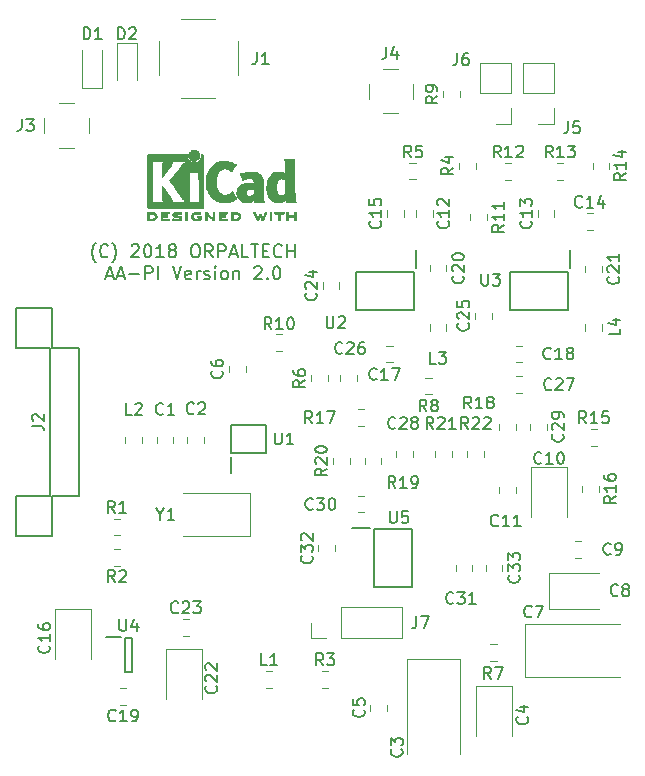
<source format=gbr>
G04 #@! TF.GenerationSoftware,KiCad,Pcbnew,5.0.1-33cea8e~66~ubuntu18.04.1*
G04 #@! TF.CreationDate,2018-10-14T22:27:10+03:00*
G04 #@! TF.ProjectId,AA-PI-Radio-Board,41412D50492D526164696F2D426F6172,rev?*
G04 #@! TF.SameCoordinates,Original*
G04 #@! TF.FileFunction,Legend,Top*
G04 #@! TF.FilePolarity,Positive*
%FSLAX46Y46*%
G04 Gerber Fmt 4.6, Leading zero omitted, Abs format (unit mm)*
G04 Created by KiCad (PCBNEW 5.0.1-33cea8e~66~ubuntu18.04.1) date Sun 14 Oct 2018 22:27:10 MSK*
%MOMM*%
%LPD*%
G01*
G04 APERTURE LIST*
%ADD10C,0.200000*%
%ADD11C,0.150000*%
%ADD12C,0.010000*%
%ADD13C,0.120000*%
G04 APERTURE END LIST*
D10*
X109173809Y-96591666D02*
X109121428Y-96539285D01*
X109016666Y-96382142D01*
X108964285Y-96277380D01*
X108911904Y-96120238D01*
X108859523Y-95858333D01*
X108859523Y-95648809D01*
X108911904Y-95386904D01*
X108964285Y-95229761D01*
X109016666Y-95125000D01*
X109121428Y-94967857D01*
X109173809Y-94915476D01*
X110221428Y-96067857D02*
X110169047Y-96120238D01*
X110011904Y-96172619D01*
X109907142Y-96172619D01*
X109750000Y-96120238D01*
X109645238Y-96015476D01*
X109592857Y-95910714D01*
X109540476Y-95701190D01*
X109540476Y-95544047D01*
X109592857Y-95334523D01*
X109645238Y-95229761D01*
X109750000Y-95125000D01*
X109907142Y-95072619D01*
X110011904Y-95072619D01*
X110169047Y-95125000D01*
X110221428Y-95177380D01*
X110588095Y-96591666D02*
X110640476Y-96539285D01*
X110745238Y-96382142D01*
X110797619Y-96277380D01*
X110850000Y-96120238D01*
X110902380Y-95858333D01*
X110902380Y-95648809D01*
X110850000Y-95386904D01*
X110797619Y-95229761D01*
X110745238Y-95125000D01*
X110640476Y-94967857D01*
X110588095Y-94915476D01*
X112211904Y-95177380D02*
X112264285Y-95125000D01*
X112369047Y-95072619D01*
X112630952Y-95072619D01*
X112735714Y-95125000D01*
X112788095Y-95177380D01*
X112840476Y-95282142D01*
X112840476Y-95386904D01*
X112788095Y-95544047D01*
X112159523Y-96172619D01*
X112840476Y-96172619D01*
X113521428Y-95072619D02*
X113626190Y-95072619D01*
X113730952Y-95125000D01*
X113783333Y-95177380D01*
X113835714Y-95282142D01*
X113888095Y-95491666D01*
X113888095Y-95753571D01*
X113835714Y-95963095D01*
X113783333Y-96067857D01*
X113730952Y-96120238D01*
X113626190Y-96172619D01*
X113521428Y-96172619D01*
X113416666Y-96120238D01*
X113364285Y-96067857D01*
X113311904Y-95963095D01*
X113259523Y-95753571D01*
X113259523Y-95491666D01*
X113311904Y-95282142D01*
X113364285Y-95177380D01*
X113416666Y-95125000D01*
X113521428Y-95072619D01*
X114935714Y-96172619D02*
X114307142Y-96172619D01*
X114621428Y-96172619D02*
X114621428Y-95072619D01*
X114516666Y-95229761D01*
X114411904Y-95334523D01*
X114307142Y-95386904D01*
X115564285Y-95544047D02*
X115459523Y-95491666D01*
X115407142Y-95439285D01*
X115354761Y-95334523D01*
X115354761Y-95282142D01*
X115407142Y-95177380D01*
X115459523Y-95125000D01*
X115564285Y-95072619D01*
X115773809Y-95072619D01*
X115878571Y-95125000D01*
X115930952Y-95177380D01*
X115983333Y-95282142D01*
X115983333Y-95334523D01*
X115930952Y-95439285D01*
X115878571Y-95491666D01*
X115773809Y-95544047D01*
X115564285Y-95544047D01*
X115459523Y-95596428D01*
X115407142Y-95648809D01*
X115354761Y-95753571D01*
X115354761Y-95963095D01*
X115407142Y-96067857D01*
X115459523Y-96120238D01*
X115564285Y-96172619D01*
X115773809Y-96172619D01*
X115878571Y-96120238D01*
X115930952Y-96067857D01*
X115983333Y-95963095D01*
X115983333Y-95753571D01*
X115930952Y-95648809D01*
X115878571Y-95596428D01*
X115773809Y-95544047D01*
X117502380Y-95072619D02*
X117711904Y-95072619D01*
X117816666Y-95125000D01*
X117921428Y-95229761D01*
X117973809Y-95439285D01*
X117973809Y-95805952D01*
X117921428Y-96015476D01*
X117816666Y-96120238D01*
X117711904Y-96172619D01*
X117502380Y-96172619D01*
X117397619Y-96120238D01*
X117292857Y-96015476D01*
X117240476Y-95805952D01*
X117240476Y-95439285D01*
X117292857Y-95229761D01*
X117397619Y-95125000D01*
X117502380Y-95072619D01*
X119073809Y-96172619D02*
X118707142Y-95648809D01*
X118445238Y-96172619D02*
X118445238Y-95072619D01*
X118864285Y-95072619D01*
X118969047Y-95125000D01*
X119021428Y-95177380D01*
X119073809Y-95282142D01*
X119073809Y-95439285D01*
X119021428Y-95544047D01*
X118969047Y-95596428D01*
X118864285Y-95648809D01*
X118445238Y-95648809D01*
X119545238Y-96172619D02*
X119545238Y-95072619D01*
X119964285Y-95072619D01*
X120069047Y-95125000D01*
X120121428Y-95177380D01*
X120173809Y-95282142D01*
X120173809Y-95439285D01*
X120121428Y-95544047D01*
X120069047Y-95596428D01*
X119964285Y-95648809D01*
X119545238Y-95648809D01*
X120592857Y-95858333D02*
X121116666Y-95858333D01*
X120488095Y-96172619D02*
X120854761Y-95072619D01*
X121221428Y-96172619D01*
X122111904Y-96172619D02*
X121588095Y-96172619D01*
X121588095Y-95072619D01*
X122321428Y-95072619D02*
X122950000Y-95072619D01*
X122635714Y-96172619D02*
X122635714Y-95072619D01*
X123316666Y-95596428D02*
X123683333Y-95596428D01*
X123840476Y-96172619D02*
X123316666Y-96172619D01*
X123316666Y-95072619D01*
X123840476Y-95072619D01*
X124940476Y-96067857D02*
X124888095Y-96120238D01*
X124730952Y-96172619D01*
X124626190Y-96172619D01*
X124469047Y-96120238D01*
X124364285Y-96015476D01*
X124311904Y-95910714D01*
X124259523Y-95701190D01*
X124259523Y-95544047D01*
X124311904Y-95334523D01*
X124364285Y-95229761D01*
X124469047Y-95125000D01*
X124626190Y-95072619D01*
X124730952Y-95072619D01*
X124888095Y-95125000D01*
X124940476Y-95177380D01*
X125411904Y-96172619D02*
X125411904Y-95072619D01*
X125411904Y-95596428D02*
X126040476Y-95596428D01*
X126040476Y-96172619D02*
X126040476Y-95072619D01*
X110090476Y-97708333D02*
X110614285Y-97708333D01*
X109985714Y-98022619D02*
X110352380Y-96922619D01*
X110719047Y-98022619D01*
X111033333Y-97708333D02*
X111557142Y-97708333D01*
X110928571Y-98022619D02*
X111295238Y-96922619D01*
X111661904Y-98022619D01*
X112028571Y-97603571D02*
X112866666Y-97603571D01*
X113390476Y-98022619D02*
X113390476Y-96922619D01*
X113809523Y-96922619D01*
X113914285Y-96975000D01*
X113966666Y-97027380D01*
X114019047Y-97132142D01*
X114019047Y-97289285D01*
X113966666Y-97394047D01*
X113914285Y-97446428D01*
X113809523Y-97498809D01*
X113390476Y-97498809D01*
X114490476Y-98022619D02*
X114490476Y-96922619D01*
X115695238Y-96922619D02*
X116061904Y-98022619D01*
X116428571Y-96922619D01*
X117214285Y-97970238D02*
X117109523Y-98022619D01*
X116899999Y-98022619D01*
X116795238Y-97970238D01*
X116742857Y-97865476D01*
X116742857Y-97446428D01*
X116795238Y-97341666D01*
X116899999Y-97289285D01*
X117109523Y-97289285D01*
X117214285Y-97341666D01*
X117266666Y-97446428D01*
X117266666Y-97551190D01*
X116742857Y-97655952D01*
X117738095Y-98022619D02*
X117738095Y-97289285D01*
X117738095Y-97498809D02*
X117790476Y-97394047D01*
X117842857Y-97341666D01*
X117947619Y-97289285D01*
X118052380Y-97289285D01*
X118366666Y-97970238D02*
X118471428Y-98022619D01*
X118680952Y-98022619D01*
X118785714Y-97970238D01*
X118838095Y-97865476D01*
X118838095Y-97813095D01*
X118785714Y-97708333D01*
X118680952Y-97655952D01*
X118523809Y-97655952D01*
X118419047Y-97603571D01*
X118366666Y-97498809D01*
X118366666Y-97446428D01*
X118419047Y-97341666D01*
X118523809Y-97289285D01*
X118680952Y-97289285D01*
X118785714Y-97341666D01*
X119309523Y-98022619D02*
X119309523Y-97289285D01*
X119309523Y-96922619D02*
X119257142Y-96975000D01*
X119309523Y-97027380D01*
X119361904Y-96975000D01*
X119309523Y-96922619D01*
X119309523Y-97027380D01*
X119990476Y-98022619D02*
X119885714Y-97970238D01*
X119833333Y-97917857D01*
X119780952Y-97813095D01*
X119780952Y-97498809D01*
X119833333Y-97394047D01*
X119885714Y-97341666D01*
X119990476Y-97289285D01*
X120147619Y-97289285D01*
X120252380Y-97341666D01*
X120304761Y-97394047D01*
X120357142Y-97498809D01*
X120357142Y-97813095D01*
X120304761Y-97917857D01*
X120252380Y-97970238D01*
X120147619Y-98022619D01*
X119990476Y-98022619D01*
X120828571Y-97289285D02*
X120828571Y-98022619D01*
X120828571Y-97394047D02*
X120880952Y-97341666D01*
X120985714Y-97289285D01*
X121142857Y-97289285D01*
X121247619Y-97341666D01*
X121300000Y-97446428D01*
X121300000Y-98022619D01*
X122609523Y-97027380D02*
X122661904Y-96975000D01*
X122766666Y-96922619D01*
X123028571Y-96922619D01*
X123133333Y-96975000D01*
X123185714Y-97027380D01*
X123238095Y-97132142D01*
X123238095Y-97236904D01*
X123185714Y-97394047D01*
X122557142Y-98022619D01*
X123238095Y-98022619D01*
X123709523Y-97917857D02*
X123761904Y-97970238D01*
X123709523Y-98022619D01*
X123657142Y-97970238D01*
X123709523Y-97917857D01*
X123709523Y-98022619D01*
X124442857Y-96922619D02*
X124547619Y-96922619D01*
X124652380Y-96975000D01*
X124704761Y-97027380D01*
X124757142Y-97132142D01*
X124809523Y-97341666D01*
X124809523Y-97603571D01*
X124757142Y-97813095D01*
X124704761Y-97917857D01*
X124652380Y-97970238D01*
X124547619Y-98022619D01*
X124442857Y-98022619D01*
X124338095Y-97970238D01*
X124285714Y-97917857D01*
X124233333Y-97813095D01*
X124180952Y-97603571D01*
X124180952Y-97341666D01*
X124233333Y-97132142D01*
X124285714Y-97027380D01*
X124338095Y-96975000D01*
X124442857Y-96922619D01*
D11*
G04 #@! TO.C,J2*
X107725000Y-103850000D02*
X107725000Y-116350000D01*
X105275000Y-103850000D02*
X105275000Y-116350000D01*
X105275000Y-103850000D02*
X102450000Y-103850000D01*
X105275000Y-116350000D02*
X102450000Y-116350000D01*
X102450000Y-103850000D02*
X102450000Y-100425000D01*
X102450000Y-116350000D02*
X102450000Y-119775000D01*
X102450000Y-100425000D02*
X105500000Y-100425000D01*
X102450000Y-119775000D02*
X105500000Y-119775000D01*
X105500000Y-100425000D02*
X105500000Y-103850000D01*
X105500000Y-119775000D02*
X105500000Y-116350000D01*
X105500000Y-103850000D02*
X107725000Y-103850000D01*
X105500000Y-116350000D02*
X107725000Y-116350000D01*
D12*
G04 #@! TO.C,REF\002A\002A*
G36*
X117546957Y-87066571D02*
X117643232Y-87090809D01*
X117729816Y-87133641D01*
X117804627Y-87193419D01*
X117865582Y-87268494D01*
X117910601Y-87357220D01*
X117936864Y-87453530D01*
X117942714Y-87550795D01*
X117927860Y-87644654D01*
X117894160Y-87732511D01*
X117843472Y-87811770D01*
X117777655Y-87879836D01*
X117698566Y-87934112D01*
X117608066Y-87972002D01*
X117556800Y-87984426D01*
X117512302Y-87991947D01*
X117478001Y-87994919D01*
X117445040Y-87993094D01*
X117404566Y-87986225D01*
X117371469Y-87979250D01*
X117278053Y-87947741D01*
X117194381Y-87896617D01*
X117122335Y-87827429D01*
X117063800Y-87741728D01*
X117049852Y-87714489D01*
X117033414Y-87678122D01*
X117023106Y-87647582D01*
X117017540Y-87615450D01*
X117015331Y-87574307D01*
X117015052Y-87528222D01*
X117019139Y-87443865D01*
X117032554Y-87374586D01*
X117057744Y-87313961D01*
X117097154Y-87255567D01*
X117135702Y-87211302D01*
X117207594Y-87145484D01*
X117282687Y-87100053D01*
X117365438Y-87072850D01*
X117443072Y-87062576D01*
X117546957Y-87066571D01*
X117546957Y-87066571D01*
G37*
X117546957Y-87066571D02*
X117643232Y-87090809D01*
X117729816Y-87133641D01*
X117804627Y-87193419D01*
X117865582Y-87268494D01*
X117910601Y-87357220D01*
X117936864Y-87453530D01*
X117942714Y-87550795D01*
X117927860Y-87644654D01*
X117894160Y-87732511D01*
X117843472Y-87811770D01*
X117777655Y-87879836D01*
X117698566Y-87934112D01*
X117608066Y-87972002D01*
X117556800Y-87984426D01*
X117512302Y-87991947D01*
X117478001Y-87994919D01*
X117445040Y-87993094D01*
X117404566Y-87986225D01*
X117371469Y-87979250D01*
X117278053Y-87947741D01*
X117194381Y-87896617D01*
X117122335Y-87827429D01*
X117063800Y-87741728D01*
X117049852Y-87714489D01*
X117033414Y-87678122D01*
X117023106Y-87647582D01*
X117017540Y-87615450D01*
X117015331Y-87574307D01*
X117015052Y-87528222D01*
X117019139Y-87443865D01*
X117032554Y-87374586D01*
X117057744Y-87313961D01*
X117097154Y-87255567D01*
X117135702Y-87211302D01*
X117207594Y-87145484D01*
X117282687Y-87100053D01*
X117365438Y-87072850D01*
X117443072Y-87062576D01*
X117546957Y-87066571D01*
G36*
X126006507Y-89512245D02*
X126006526Y-89746662D01*
X126006552Y-89959603D01*
X126006625Y-90152168D01*
X126006782Y-90325459D01*
X126007064Y-90480576D01*
X126007509Y-90618620D01*
X126008156Y-90740692D01*
X126009045Y-90847894D01*
X126010213Y-90941326D01*
X126011701Y-91022090D01*
X126013546Y-91091286D01*
X126015789Y-91150015D01*
X126018469Y-91199379D01*
X126021623Y-91240478D01*
X126025292Y-91274413D01*
X126029513Y-91302286D01*
X126034327Y-91325198D01*
X126039773Y-91344249D01*
X126045888Y-91360540D01*
X126052712Y-91375173D01*
X126060285Y-91389249D01*
X126068645Y-91403868D01*
X126073839Y-91412974D01*
X126108104Y-91473689D01*
X125249955Y-91473689D01*
X125249955Y-91377733D01*
X125249224Y-91334370D01*
X125247272Y-91301205D01*
X125244463Y-91283424D01*
X125243221Y-91281778D01*
X125231799Y-91288662D01*
X125209084Y-91306505D01*
X125186385Y-91325879D01*
X125131800Y-91366614D01*
X125062321Y-91407617D01*
X124985270Y-91445123D01*
X124907965Y-91475364D01*
X124877113Y-91485012D01*
X124808616Y-91499578D01*
X124725764Y-91509539D01*
X124636371Y-91514583D01*
X124548248Y-91514396D01*
X124469207Y-91508666D01*
X124431511Y-91502858D01*
X124293414Y-91464797D01*
X124166113Y-91407073D01*
X124050292Y-91330211D01*
X123946637Y-91234739D01*
X123855833Y-91121179D01*
X123789031Y-91010381D01*
X123734164Y-90893625D01*
X123692163Y-90774276D01*
X123662167Y-90648283D01*
X123643311Y-90511594D01*
X123634732Y-90360158D01*
X123634006Y-90282711D01*
X123636100Y-90225934D01*
X124465217Y-90225934D01*
X124465424Y-90319002D01*
X124468337Y-90406692D01*
X124474000Y-90483772D01*
X124482455Y-90545009D01*
X124485038Y-90557350D01*
X124516840Y-90664633D01*
X124558498Y-90751658D01*
X124610363Y-90818642D01*
X124672781Y-90865805D01*
X124746100Y-90893365D01*
X124830669Y-90901541D01*
X124926835Y-90890551D01*
X124990311Y-90874829D01*
X125039454Y-90856639D01*
X125093583Y-90830791D01*
X125134244Y-90807089D01*
X125204800Y-90760721D01*
X125204800Y-89610530D01*
X125137392Y-89566962D01*
X125058867Y-89526040D01*
X124974681Y-89499389D01*
X124889557Y-89487465D01*
X124808216Y-89490722D01*
X124735380Y-89509615D01*
X124703426Y-89525184D01*
X124645501Y-89568181D01*
X124596544Y-89624953D01*
X124555390Y-89697575D01*
X124520874Y-89788121D01*
X124491833Y-89898666D01*
X124490552Y-89904533D01*
X124480381Y-89966788D01*
X124472739Y-90044594D01*
X124467670Y-90132720D01*
X124465217Y-90225934D01*
X123636100Y-90225934D01*
X123641857Y-90069895D01*
X123663802Y-89874059D01*
X123699786Y-89695332D01*
X123749759Y-89533845D01*
X123813668Y-89389726D01*
X123891462Y-89263106D01*
X123983089Y-89154115D01*
X124088497Y-89062883D01*
X124133662Y-89031932D01*
X124234611Y-88975785D01*
X124337901Y-88936174D01*
X124447989Y-88912014D01*
X124569330Y-88902219D01*
X124661836Y-88903265D01*
X124791490Y-88914231D01*
X124904084Y-88936046D01*
X125002875Y-88969714D01*
X125091121Y-89016236D01*
X125139986Y-89050448D01*
X125169353Y-89072362D01*
X125191043Y-89087333D01*
X125199253Y-89091733D01*
X125200868Y-89080904D01*
X125202159Y-89050251D01*
X125203138Y-89002526D01*
X125203817Y-88940479D01*
X125204210Y-88866862D01*
X125204330Y-88784427D01*
X125204188Y-88695925D01*
X125203797Y-88604107D01*
X125203171Y-88511724D01*
X125202320Y-88421528D01*
X125201260Y-88336271D01*
X125200001Y-88258703D01*
X125198556Y-88191576D01*
X125196938Y-88137641D01*
X125195161Y-88099650D01*
X125194669Y-88092667D01*
X125187092Y-88022251D01*
X125175531Y-87967102D01*
X125157792Y-87919981D01*
X125131682Y-87873647D01*
X125125415Y-87864067D01*
X125100983Y-87827378D01*
X126006311Y-87827378D01*
X126006507Y-89512245D01*
X126006507Y-89512245D01*
G37*
X126006507Y-89512245D02*
X126006526Y-89746662D01*
X126006552Y-89959603D01*
X126006625Y-90152168D01*
X126006782Y-90325459D01*
X126007064Y-90480576D01*
X126007509Y-90618620D01*
X126008156Y-90740692D01*
X126009045Y-90847894D01*
X126010213Y-90941326D01*
X126011701Y-91022090D01*
X126013546Y-91091286D01*
X126015789Y-91150015D01*
X126018469Y-91199379D01*
X126021623Y-91240478D01*
X126025292Y-91274413D01*
X126029513Y-91302286D01*
X126034327Y-91325198D01*
X126039773Y-91344249D01*
X126045888Y-91360540D01*
X126052712Y-91375173D01*
X126060285Y-91389249D01*
X126068645Y-91403868D01*
X126073839Y-91412974D01*
X126108104Y-91473689D01*
X125249955Y-91473689D01*
X125249955Y-91377733D01*
X125249224Y-91334370D01*
X125247272Y-91301205D01*
X125244463Y-91283424D01*
X125243221Y-91281778D01*
X125231799Y-91288662D01*
X125209084Y-91306505D01*
X125186385Y-91325879D01*
X125131800Y-91366614D01*
X125062321Y-91407617D01*
X124985270Y-91445123D01*
X124907965Y-91475364D01*
X124877113Y-91485012D01*
X124808616Y-91499578D01*
X124725764Y-91509539D01*
X124636371Y-91514583D01*
X124548248Y-91514396D01*
X124469207Y-91508666D01*
X124431511Y-91502858D01*
X124293414Y-91464797D01*
X124166113Y-91407073D01*
X124050292Y-91330211D01*
X123946637Y-91234739D01*
X123855833Y-91121179D01*
X123789031Y-91010381D01*
X123734164Y-90893625D01*
X123692163Y-90774276D01*
X123662167Y-90648283D01*
X123643311Y-90511594D01*
X123634732Y-90360158D01*
X123634006Y-90282711D01*
X123636100Y-90225934D01*
X124465217Y-90225934D01*
X124465424Y-90319002D01*
X124468337Y-90406692D01*
X124474000Y-90483772D01*
X124482455Y-90545009D01*
X124485038Y-90557350D01*
X124516840Y-90664633D01*
X124558498Y-90751658D01*
X124610363Y-90818642D01*
X124672781Y-90865805D01*
X124746100Y-90893365D01*
X124830669Y-90901541D01*
X124926835Y-90890551D01*
X124990311Y-90874829D01*
X125039454Y-90856639D01*
X125093583Y-90830791D01*
X125134244Y-90807089D01*
X125204800Y-90760721D01*
X125204800Y-89610530D01*
X125137392Y-89566962D01*
X125058867Y-89526040D01*
X124974681Y-89499389D01*
X124889557Y-89487465D01*
X124808216Y-89490722D01*
X124735380Y-89509615D01*
X124703426Y-89525184D01*
X124645501Y-89568181D01*
X124596544Y-89624953D01*
X124555390Y-89697575D01*
X124520874Y-89788121D01*
X124491833Y-89898666D01*
X124490552Y-89904533D01*
X124480381Y-89966788D01*
X124472739Y-90044594D01*
X124467670Y-90132720D01*
X124465217Y-90225934D01*
X123636100Y-90225934D01*
X123641857Y-90069895D01*
X123663802Y-89874059D01*
X123699786Y-89695332D01*
X123749759Y-89533845D01*
X123813668Y-89389726D01*
X123891462Y-89263106D01*
X123983089Y-89154115D01*
X124088497Y-89062883D01*
X124133662Y-89031932D01*
X124234611Y-88975785D01*
X124337901Y-88936174D01*
X124447989Y-88912014D01*
X124569330Y-88902219D01*
X124661836Y-88903265D01*
X124791490Y-88914231D01*
X124904084Y-88936046D01*
X125002875Y-88969714D01*
X125091121Y-89016236D01*
X125139986Y-89050448D01*
X125169353Y-89072362D01*
X125191043Y-89087333D01*
X125199253Y-89091733D01*
X125200868Y-89080904D01*
X125202159Y-89050251D01*
X125203138Y-89002526D01*
X125203817Y-88940479D01*
X125204210Y-88866862D01*
X125204330Y-88784427D01*
X125204188Y-88695925D01*
X125203797Y-88604107D01*
X125203171Y-88511724D01*
X125202320Y-88421528D01*
X125201260Y-88336271D01*
X125200001Y-88258703D01*
X125198556Y-88191576D01*
X125196938Y-88137641D01*
X125195161Y-88099650D01*
X125194669Y-88092667D01*
X125187092Y-88022251D01*
X125175531Y-87967102D01*
X125157792Y-87919981D01*
X125131682Y-87873647D01*
X125125415Y-87864067D01*
X125100983Y-87827378D01*
X126006311Y-87827378D01*
X126006507Y-89512245D01*
G36*
X122493574Y-88906552D02*
X122645492Y-88926567D01*
X122780756Y-88960202D01*
X122900239Y-89007725D01*
X123004815Y-89069405D01*
X123082424Y-89132965D01*
X123151265Y-89207099D01*
X123205006Y-89286871D01*
X123247910Y-89379091D01*
X123263384Y-89422161D01*
X123276244Y-89461142D01*
X123287446Y-89497289D01*
X123297120Y-89532434D01*
X123305396Y-89568410D01*
X123312403Y-89607050D01*
X123318272Y-89650185D01*
X123323131Y-89699649D01*
X123327110Y-89757273D01*
X123330340Y-89824891D01*
X123332949Y-89904334D01*
X123335067Y-89997436D01*
X123336824Y-90106027D01*
X123338349Y-90231942D01*
X123339772Y-90377012D01*
X123341025Y-90519778D01*
X123342351Y-90675968D01*
X123343556Y-90811239D01*
X123344766Y-90927246D01*
X123346106Y-91025645D01*
X123347700Y-91108093D01*
X123349675Y-91176246D01*
X123352156Y-91231760D01*
X123355269Y-91276292D01*
X123359138Y-91311498D01*
X123363889Y-91339034D01*
X123369648Y-91360556D01*
X123376539Y-91377722D01*
X123384689Y-91392186D01*
X123394223Y-91405606D01*
X123405266Y-91419638D01*
X123409566Y-91425071D01*
X123425386Y-91447910D01*
X123432422Y-91463463D01*
X123432444Y-91463922D01*
X123421567Y-91466121D01*
X123390582Y-91468147D01*
X123341957Y-91469942D01*
X123278163Y-91471451D01*
X123201669Y-91472616D01*
X123114944Y-91473380D01*
X123020457Y-91473686D01*
X123009550Y-91473689D01*
X122586657Y-91473689D01*
X122583395Y-91377622D01*
X122580133Y-91281556D01*
X122518044Y-91332543D01*
X122420714Y-91400057D01*
X122310813Y-91454749D01*
X122224349Y-91484978D01*
X122155278Y-91499666D01*
X122071925Y-91509659D01*
X121982159Y-91514646D01*
X121893845Y-91514313D01*
X121814851Y-91508351D01*
X121778622Y-91502638D01*
X121638603Y-91464776D01*
X121512178Y-91409932D01*
X121400260Y-91338924D01*
X121303762Y-91252568D01*
X121223600Y-91151679D01*
X121160687Y-91037076D01*
X121116312Y-90910984D01*
X121103978Y-90854401D01*
X121096368Y-90792202D01*
X121092739Y-90717363D01*
X121092245Y-90683467D01*
X121092310Y-90680282D01*
X121852248Y-90680282D01*
X121861541Y-90755333D01*
X121889728Y-90819160D01*
X121938197Y-90874798D01*
X121943254Y-90879211D01*
X121991548Y-90914037D01*
X122043257Y-90936620D01*
X122103989Y-90948540D01*
X122179352Y-90951383D01*
X122197459Y-90950978D01*
X122251278Y-90948325D01*
X122291308Y-90942909D01*
X122326324Y-90932745D01*
X122365103Y-90915850D01*
X122375745Y-90910672D01*
X122436396Y-90874844D01*
X122483215Y-90832212D01*
X122495952Y-90816973D01*
X122540622Y-90760462D01*
X122540622Y-90564586D01*
X122540086Y-90485939D01*
X122538396Y-90427988D01*
X122535428Y-90388875D01*
X122531057Y-90366741D01*
X122526972Y-90360274D01*
X122511047Y-90357111D01*
X122477264Y-90354488D01*
X122430340Y-90352655D01*
X122374993Y-90351857D01*
X122366106Y-90351842D01*
X122245330Y-90357096D01*
X122142660Y-90373263D01*
X122056106Y-90400961D01*
X121983681Y-90440808D01*
X121928751Y-90487758D01*
X121884204Y-90545645D01*
X121859480Y-90608693D01*
X121852248Y-90680282D01*
X121092310Y-90680282D01*
X121094178Y-90589712D01*
X121102522Y-90510812D01*
X121118768Y-90439590D01*
X121144405Y-90368864D01*
X121168401Y-90316493D01*
X121227020Y-90221196D01*
X121305117Y-90133170D01*
X121400315Y-90054017D01*
X121510238Y-89985340D01*
X121632510Y-89928741D01*
X121764755Y-89885821D01*
X121829422Y-89870882D01*
X121965604Y-89848777D01*
X122114049Y-89834194D01*
X122265505Y-89827813D01*
X122392064Y-89829445D01*
X122553950Y-89836224D01*
X122546530Y-89777245D01*
X122527238Y-89678092D01*
X122496104Y-89597372D01*
X122452269Y-89534466D01*
X122394871Y-89488756D01*
X122323048Y-89459622D01*
X122235941Y-89446447D01*
X122132686Y-89448611D01*
X122094711Y-89452612D01*
X121953520Y-89477780D01*
X121816707Y-89518814D01*
X121722178Y-89556815D01*
X121677018Y-89576190D01*
X121638585Y-89591760D01*
X121612234Y-89601405D01*
X121604546Y-89603452D01*
X121594802Y-89594374D01*
X121578083Y-89565405D01*
X121554232Y-89516217D01*
X121523093Y-89446484D01*
X121484507Y-89355879D01*
X121477910Y-89340089D01*
X121447853Y-89267772D01*
X121420874Y-89202425D01*
X121398136Y-89146906D01*
X121380806Y-89104072D01*
X121370048Y-89076781D01*
X121366941Y-89067942D01*
X121376940Y-89063187D01*
X121403217Y-89057910D01*
X121431489Y-89054231D01*
X121461646Y-89049474D01*
X121509433Y-89040028D01*
X121570612Y-89026820D01*
X121640946Y-89010776D01*
X121716194Y-88992820D01*
X121744755Y-88985797D01*
X121849816Y-88960209D01*
X121937480Y-88940147D01*
X122012068Y-88924969D01*
X122077903Y-88914035D01*
X122139307Y-88906704D01*
X122200602Y-88902335D01*
X122266110Y-88900287D01*
X122324128Y-88899889D01*
X122493574Y-88906552D01*
X122493574Y-88906552D01*
G37*
X122493574Y-88906552D02*
X122645492Y-88926567D01*
X122780756Y-88960202D01*
X122900239Y-89007725D01*
X123004815Y-89069405D01*
X123082424Y-89132965D01*
X123151265Y-89207099D01*
X123205006Y-89286871D01*
X123247910Y-89379091D01*
X123263384Y-89422161D01*
X123276244Y-89461142D01*
X123287446Y-89497289D01*
X123297120Y-89532434D01*
X123305396Y-89568410D01*
X123312403Y-89607050D01*
X123318272Y-89650185D01*
X123323131Y-89699649D01*
X123327110Y-89757273D01*
X123330340Y-89824891D01*
X123332949Y-89904334D01*
X123335067Y-89997436D01*
X123336824Y-90106027D01*
X123338349Y-90231942D01*
X123339772Y-90377012D01*
X123341025Y-90519778D01*
X123342351Y-90675968D01*
X123343556Y-90811239D01*
X123344766Y-90927246D01*
X123346106Y-91025645D01*
X123347700Y-91108093D01*
X123349675Y-91176246D01*
X123352156Y-91231760D01*
X123355269Y-91276292D01*
X123359138Y-91311498D01*
X123363889Y-91339034D01*
X123369648Y-91360556D01*
X123376539Y-91377722D01*
X123384689Y-91392186D01*
X123394223Y-91405606D01*
X123405266Y-91419638D01*
X123409566Y-91425071D01*
X123425386Y-91447910D01*
X123432422Y-91463463D01*
X123432444Y-91463922D01*
X123421567Y-91466121D01*
X123390582Y-91468147D01*
X123341957Y-91469942D01*
X123278163Y-91471451D01*
X123201669Y-91472616D01*
X123114944Y-91473380D01*
X123020457Y-91473686D01*
X123009550Y-91473689D01*
X122586657Y-91473689D01*
X122583395Y-91377622D01*
X122580133Y-91281556D01*
X122518044Y-91332543D01*
X122420714Y-91400057D01*
X122310813Y-91454749D01*
X122224349Y-91484978D01*
X122155278Y-91499666D01*
X122071925Y-91509659D01*
X121982159Y-91514646D01*
X121893845Y-91514313D01*
X121814851Y-91508351D01*
X121778622Y-91502638D01*
X121638603Y-91464776D01*
X121512178Y-91409932D01*
X121400260Y-91338924D01*
X121303762Y-91252568D01*
X121223600Y-91151679D01*
X121160687Y-91037076D01*
X121116312Y-90910984D01*
X121103978Y-90854401D01*
X121096368Y-90792202D01*
X121092739Y-90717363D01*
X121092245Y-90683467D01*
X121092310Y-90680282D01*
X121852248Y-90680282D01*
X121861541Y-90755333D01*
X121889728Y-90819160D01*
X121938197Y-90874798D01*
X121943254Y-90879211D01*
X121991548Y-90914037D01*
X122043257Y-90936620D01*
X122103989Y-90948540D01*
X122179352Y-90951383D01*
X122197459Y-90950978D01*
X122251278Y-90948325D01*
X122291308Y-90942909D01*
X122326324Y-90932745D01*
X122365103Y-90915850D01*
X122375745Y-90910672D01*
X122436396Y-90874844D01*
X122483215Y-90832212D01*
X122495952Y-90816973D01*
X122540622Y-90760462D01*
X122540622Y-90564586D01*
X122540086Y-90485939D01*
X122538396Y-90427988D01*
X122535428Y-90388875D01*
X122531057Y-90366741D01*
X122526972Y-90360274D01*
X122511047Y-90357111D01*
X122477264Y-90354488D01*
X122430340Y-90352655D01*
X122374993Y-90351857D01*
X122366106Y-90351842D01*
X122245330Y-90357096D01*
X122142660Y-90373263D01*
X122056106Y-90400961D01*
X121983681Y-90440808D01*
X121928751Y-90487758D01*
X121884204Y-90545645D01*
X121859480Y-90608693D01*
X121852248Y-90680282D01*
X121092310Y-90680282D01*
X121094178Y-90589712D01*
X121102522Y-90510812D01*
X121118768Y-90439590D01*
X121144405Y-90368864D01*
X121168401Y-90316493D01*
X121227020Y-90221196D01*
X121305117Y-90133170D01*
X121400315Y-90054017D01*
X121510238Y-89985340D01*
X121632510Y-89928741D01*
X121764755Y-89885821D01*
X121829422Y-89870882D01*
X121965604Y-89848777D01*
X122114049Y-89834194D01*
X122265505Y-89827813D01*
X122392064Y-89829445D01*
X122553950Y-89836224D01*
X122546530Y-89777245D01*
X122527238Y-89678092D01*
X122496104Y-89597372D01*
X122452269Y-89534466D01*
X122394871Y-89488756D01*
X122323048Y-89459622D01*
X122235941Y-89446447D01*
X122132686Y-89448611D01*
X122094711Y-89452612D01*
X121953520Y-89477780D01*
X121816707Y-89518814D01*
X121722178Y-89556815D01*
X121677018Y-89576190D01*
X121638585Y-89591760D01*
X121612234Y-89601405D01*
X121604546Y-89603452D01*
X121594802Y-89594374D01*
X121578083Y-89565405D01*
X121554232Y-89516217D01*
X121523093Y-89446484D01*
X121484507Y-89355879D01*
X121477910Y-89340089D01*
X121447853Y-89267772D01*
X121420874Y-89202425D01*
X121398136Y-89146906D01*
X121380806Y-89104072D01*
X121370048Y-89076781D01*
X121366941Y-89067942D01*
X121376940Y-89063187D01*
X121403217Y-89057910D01*
X121431489Y-89054231D01*
X121461646Y-89049474D01*
X121509433Y-89040028D01*
X121570612Y-89026820D01*
X121640946Y-89010776D01*
X121716194Y-88992820D01*
X121744755Y-88985797D01*
X121849816Y-88960209D01*
X121937480Y-88940147D01*
X122012068Y-88924969D01*
X122077903Y-88914035D01*
X122139307Y-88906704D01*
X122200602Y-88902335D01*
X122266110Y-88900287D01*
X122324128Y-88899889D01*
X122493574Y-88906552D01*
G36*
X120148429Y-87989071D02*
X120308570Y-88010245D01*
X120472510Y-88050385D01*
X120642313Y-88109889D01*
X120820043Y-88189154D01*
X120831310Y-88194699D01*
X120889005Y-88222725D01*
X120940552Y-88246802D01*
X120982191Y-88265249D01*
X121010162Y-88276386D01*
X121019733Y-88278933D01*
X121038950Y-88283941D01*
X121043561Y-88288147D01*
X121038458Y-88298580D01*
X121022418Y-88324868D01*
X120997288Y-88364257D01*
X120964914Y-88413991D01*
X120927143Y-88471315D01*
X120885822Y-88533476D01*
X120842798Y-88597718D01*
X120799917Y-88661285D01*
X120759026Y-88721425D01*
X120721971Y-88775380D01*
X120690600Y-88820397D01*
X120666759Y-88853721D01*
X120652294Y-88872597D01*
X120650309Y-88874787D01*
X120640191Y-88870138D01*
X120617850Y-88852962D01*
X120587280Y-88826440D01*
X120571536Y-88811964D01*
X120475047Y-88736682D01*
X120368336Y-88681241D01*
X120252832Y-88646141D01*
X120129962Y-88631880D01*
X120060561Y-88633051D01*
X119939423Y-88650212D01*
X119830205Y-88686094D01*
X119732582Y-88740959D01*
X119646228Y-88815070D01*
X119570815Y-88908688D01*
X119506018Y-89022076D01*
X119468601Y-89108667D01*
X119424748Y-89244366D01*
X119392428Y-89391850D01*
X119371557Y-89547314D01*
X119362051Y-89706956D01*
X119363827Y-89866973D01*
X119376803Y-90023561D01*
X119400894Y-90172918D01*
X119436018Y-90311240D01*
X119482092Y-90434724D01*
X119498373Y-90468978D01*
X119566620Y-90583064D01*
X119647079Y-90679557D01*
X119738570Y-90757670D01*
X119839911Y-90816617D01*
X119949920Y-90855612D01*
X120067415Y-90873868D01*
X120108883Y-90875211D01*
X120230441Y-90864290D01*
X120350878Y-90831474D01*
X120468666Y-90777439D01*
X120582277Y-90702865D01*
X120673685Y-90624539D01*
X120720215Y-90580008D01*
X120901483Y-90877271D01*
X120946580Y-90951433D01*
X120987819Y-91019646D01*
X121023735Y-91079459D01*
X121052866Y-91128420D01*
X121073750Y-91164079D01*
X121084924Y-91183984D01*
X121086375Y-91187079D01*
X121078146Y-91196718D01*
X121052567Y-91213999D01*
X121012873Y-91237283D01*
X120962297Y-91264934D01*
X120904074Y-91295315D01*
X120841437Y-91326790D01*
X120777621Y-91357722D01*
X120715860Y-91386473D01*
X120659388Y-91411408D01*
X120611438Y-91430889D01*
X120587986Y-91439318D01*
X120454221Y-91477133D01*
X120316327Y-91502136D01*
X120168622Y-91515140D01*
X120041833Y-91517468D01*
X119973878Y-91516373D01*
X119908277Y-91514275D01*
X119850847Y-91511434D01*
X119807403Y-91508106D01*
X119793298Y-91506422D01*
X119654284Y-91477587D01*
X119512757Y-91432468D01*
X119375275Y-91373750D01*
X119248394Y-91304120D01*
X119170889Y-91251441D01*
X119043481Y-91143239D01*
X118925178Y-91016671D01*
X118818172Y-90874866D01*
X118724652Y-90720951D01*
X118646810Y-90558053D01*
X118602956Y-90440756D01*
X118552708Y-90257128D01*
X118519209Y-90062581D01*
X118502449Y-89861325D01*
X118502416Y-89657568D01*
X118519101Y-89455521D01*
X118552493Y-89259392D01*
X118602580Y-89073391D01*
X118606397Y-89061803D01*
X118669281Y-88899750D01*
X118746028Y-88751832D01*
X118839242Y-88613865D01*
X118951527Y-88481661D01*
X118995392Y-88436399D01*
X119131534Y-88312457D01*
X119271491Y-88209915D01*
X119417411Y-88127656D01*
X119571442Y-88064564D01*
X119735732Y-88019523D01*
X119831289Y-88002033D01*
X119990023Y-87986466D01*
X120148429Y-87989071D01*
X120148429Y-87989071D01*
G37*
X120148429Y-87989071D02*
X120308570Y-88010245D01*
X120472510Y-88050385D01*
X120642313Y-88109889D01*
X120820043Y-88189154D01*
X120831310Y-88194699D01*
X120889005Y-88222725D01*
X120940552Y-88246802D01*
X120982191Y-88265249D01*
X121010162Y-88276386D01*
X121019733Y-88278933D01*
X121038950Y-88283941D01*
X121043561Y-88288147D01*
X121038458Y-88298580D01*
X121022418Y-88324868D01*
X120997288Y-88364257D01*
X120964914Y-88413991D01*
X120927143Y-88471315D01*
X120885822Y-88533476D01*
X120842798Y-88597718D01*
X120799917Y-88661285D01*
X120759026Y-88721425D01*
X120721971Y-88775380D01*
X120690600Y-88820397D01*
X120666759Y-88853721D01*
X120652294Y-88872597D01*
X120650309Y-88874787D01*
X120640191Y-88870138D01*
X120617850Y-88852962D01*
X120587280Y-88826440D01*
X120571536Y-88811964D01*
X120475047Y-88736682D01*
X120368336Y-88681241D01*
X120252832Y-88646141D01*
X120129962Y-88631880D01*
X120060561Y-88633051D01*
X119939423Y-88650212D01*
X119830205Y-88686094D01*
X119732582Y-88740959D01*
X119646228Y-88815070D01*
X119570815Y-88908688D01*
X119506018Y-89022076D01*
X119468601Y-89108667D01*
X119424748Y-89244366D01*
X119392428Y-89391850D01*
X119371557Y-89547314D01*
X119362051Y-89706956D01*
X119363827Y-89866973D01*
X119376803Y-90023561D01*
X119400894Y-90172918D01*
X119436018Y-90311240D01*
X119482092Y-90434724D01*
X119498373Y-90468978D01*
X119566620Y-90583064D01*
X119647079Y-90679557D01*
X119738570Y-90757670D01*
X119839911Y-90816617D01*
X119949920Y-90855612D01*
X120067415Y-90873868D01*
X120108883Y-90875211D01*
X120230441Y-90864290D01*
X120350878Y-90831474D01*
X120468666Y-90777439D01*
X120582277Y-90702865D01*
X120673685Y-90624539D01*
X120720215Y-90580008D01*
X120901483Y-90877271D01*
X120946580Y-90951433D01*
X120987819Y-91019646D01*
X121023735Y-91079459D01*
X121052866Y-91128420D01*
X121073750Y-91164079D01*
X121084924Y-91183984D01*
X121086375Y-91187079D01*
X121078146Y-91196718D01*
X121052567Y-91213999D01*
X121012873Y-91237283D01*
X120962297Y-91264934D01*
X120904074Y-91295315D01*
X120841437Y-91326790D01*
X120777621Y-91357722D01*
X120715860Y-91386473D01*
X120659388Y-91411408D01*
X120611438Y-91430889D01*
X120587986Y-91439318D01*
X120454221Y-91477133D01*
X120316327Y-91502136D01*
X120168622Y-91515140D01*
X120041833Y-91517468D01*
X119973878Y-91516373D01*
X119908277Y-91514275D01*
X119850847Y-91511434D01*
X119807403Y-91508106D01*
X119793298Y-91506422D01*
X119654284Y-91477587D01*
X119512757Y-91432468D01*
X119375275Y-91373750D01*
X119248394Y-91304120D01*
X119170889Y-91251441D01*
X119043481Y-91143239D01*
X118925178Y-91016671D01*
X118818172Y-90874866D01*
X118724652Y-90720951D01*
X118646810Y-90558053D01*
X118602956Y-90440756D01*
X118552708Y-90257128D01*
X118519209Y-90062581D01*
X118502449Y-89861325D01*
X118502416Y-89657568D01*
X118519101Y-89455521D01*
X118552493Y-89259392D01*
X118602580Y-89073391D01*
X118606397Y-89061803D01*
X118669281Y-88899750D01*
X118746028Y-88751832D01*
X118839242Y-88613865D01*
X118951527Y-88481661D01*
X118995392Y-88436399D01*
X119131534Y-88312457D01*
X119271491Y-88209915D01*
X119417411Y-88127656D01*
X119571442Y-88064564D01*
X119735732Y-88019523D01*
X119831289Y-88002033D01*
X119990023Y-87986466D01*
X120148429Y-87989071D01*
G36*
X116873600Y-87529054D02*
X116884465Y-87642993D01*
X116916082Y-87750616D01*
X116966985Y-87849615D01*
X117035707Y-87937684D01*
X117120781Y-88012516D01*
X117217768Y-88070384D01*
X117324036Y-88110005D01*
X117431050Y-88128573D01*
X117536700Y-88127434D01*
X117638875Y-88107930D01*
X117735466Y-88071406D01*
X117824362Y-88019205D01*
X117903454Y-87952673D01*
X117970631Y-87873152D01*
X118023783Y-87781987D01*
X118060801Y-87680523D01*
X118079573Y-87570102D01*
X118081511Y-87520206D01*
X118081511Y-87432267D01*
X118133440Y-87432267D01*
X118169747Y-87435111D01*
X118196645Y-87446911D01*
X118223751Y-87470649D01*
X118262133Y-87509031D01*
X118262133Y-89700602D01*
X118262124Y-89962739D01*
X118262092Y-90203241D01*
X118262028Y-90423048D01*
X118261924Y-90623101D01*
X118261773Y-90804344D01*
X118261566Y-90967716D01*
X118261294Y-91114160D01*
X118260950Y-91244617D01*
X118260526Y-91360029D01*
X118260013Y-91461338D01*
X118259403Y-91549484D01*
X118258688Y-91625410D01*
X118257860Y-91690057D01*
X118256911Y-91744367D01*
X118255833Y-91789280D01*
X118254617Y-91825740D01*
X118253255Y-91854687D01*
X118251739Y-91877063D01*
X118250062Y-91893809D01*
X118248214Y-91905868D01*
X118246187Y-91914180D01*
X118243975Y-91919687D01*
X118242892Y-91921537D01*
X118238729Y-91928549D01*
X118235195Y-91934996D01*
X118231365Y-91940900D01*
X118226318Y-91946286D01*
X118219129Y-91951178D01*
X118208877Y-91955598D01*
X118194636Y-91959572D01*
X118175486Y-91963121D01*
X118150501Y-91966270D01*
X118118760Y-91969042D01*
X118079338Y-91971461D01*
X118031314Y-91973551D01*
X117973763Y-91975335D01*
X117905763Y-91976837D01*
X117826390Y-91978080D01*
X117734721Y-91979089D01*
X117629834Y-91979885D01*
X117510804Y-91980494D01*
X117376710Y-91980939D01*
X117226627Y-91981243D01*
X117059633Y-91981430D01*
X116874804Y-91981524D01*
X116671217Y-91981548D01*
X116447950Y-91981525D01*
X116204078Y-91981480D01*
X115938679Y-91981437D01*
X115900296Y-91981432D01*
X115633318Y-91981389D01*
X115387998Y-91981318D01*
X115163417Y-91981213D01*
X114958655Y-91981066D01*
X114772794Y-91980869D01*
X114604912Y-91980616D01*
X114454092Y-91980300D01*
X114319413Y-91979913D01*
X114199956Y-91979447D01*
X114094801Y-91978897D01*
X114003029Y-91978253D01*
X113923721Y-91977511D01*
X113855957Y-91976661D01*
X113798818Y-91975697D01*
X113751383Y-91974611D01*
X113712734Y-91973397D01*
X113681951Y-91972047D01*
X113658115Y-91970555D01*
X113640306Y-91968911D01*
X113627605Y-91967111D01*
X113619092Y-91965145D01*
X113614734Y-91963477D01*
X113606272Y-91959906D01*
X113598503Y-91957270D01*
X113591398Y-91954634D01*
X113584927Y-91951062D01*
X113579061Y-91945621D01*
X113573771Y-91937375D01*
X113569026Y-91925390D01*
X113564798Y-91908731D01*
X113561057Y-91886463D01*
X113557773Y-91857652D01*
X113554917Y-91821363D01*
X113552460Y-91776661D01*
X113550371Y-91722611D01*
X113548622Y-91658279D01*
X113547183Y-91582730D01*
X113546024Y-91495030D01*
X113545117Y-91394243D01*
X113544431Y-91279434D01*
X113543937Y-91149670D01*
X113543605Y-91004015D01*
X113543407Y-90841535D01*
X113543313Y-90661295D01*
X113543292Y-90462360D01*
X113543315Y-90243796D01*
X113543354Y-90004668D01*
X113543378Y-89744040D01*
X113543378Y-89701889D01*
X113543364Y-89438992D01*
X113543339Y-89197732D01*
X113543329Y-88977165D01*
X113543358Y-88776352D01*
X113543452Y-88594349D01*
X113543638Y-88430216D01*
X113543941Y-88283011D01*
X113544386Y-88151792D01*
X113544966Y-88041867D01*
X113847803Y-88041867D01*
X113887593Y-88099711D01*
X113898764Y-88115479D01*
X113908834Y-88129441D01*
X113917862Y-88142784D01*
X113925903Y-88156693D01*
X113933014Y-88172356D01*
X113939253Y-88190958D01*
X113944675Y-88213686D01*
X113949338Y-88241727D01*
X113953299Y-88276267D01*
X113956615Y-88318492D01*
X113959341Y-88369589D01*
X113961536Y-88430744D01*
X113963255Y-88503144D01*
X113964556Y-88587975D01*
X113965495Y-88686422D01*
X113966130Y-88799674D01*
X113966516Y-88928916D01*
X113966712Y-89075334D01*
X113966773Y-89240116D01*
X113966757Y-89424447D01*
X113966720Y-89629513D01*
X113966711Y-89752133D01*
X113966735Y-89969082D01*
X113966769Y-90164642D01*
X113966757Y-90339999D01*
X113966642Y-90496341D01*
X113966370Y-90634857D01*
X113965882Y-90756734D01*
X113965124Y-90863160D01*
X113964038Y-90955322D01*
X113962569Y-91034409D01*
X113960660Y-91101608D01*
X113958256Y-91158107D01*
X113955299Y-91205093D01*
X113951734Y-91243755D01*
X113947505Y-91275280D01*
X113942554Y-91300855D01*
X113936827Y-91321670D01*
X113930267Y-91338911D01*
X113922817Y-91353765D01*
X113914421Y-91367422D01*
X113905024Y-91381069D01*
X113894568Y-91395893D01*
X113888477Y-91404783D01*
X113849704Y-91462400D01*
X114381268Y-91462400D01*
X114504517Y-91462365D01*
X114607013Y-91462215D01*
X114690580Y-91461878D01*
X114757044Y-91461286D01*
X114808229Y-91460367D01*
X114845959Y-91459051D01*
X114872060Y-91457269D01*
X114888356Y-91454951D01*
X114896672Y-91452026D01*
X114898832Y-91448424D01*
X114896661Y-91444075D01*
X114895465Y-91442645D01*
X114870315Y-91405573D01*
X114844417Y-91352772D01*
X114820808Y-91290770D01*
X114812539Y-91264357D01*
X114807922Y-91246416D01*
X114804021Y-91225355D01*
X114800752Y-91199089D01*
X114798034Y-91165532D01*
X114795785Y-91122599D01*
X114793923Y-91068204D01*
X114792364Y-91000262D01*
X114791028Y-90916688D01*
X114789831Y-90815395D01*
X114788692Y-90694300D01*
X114788315Y-90649600D01*
X114787298Y-90524449D01*
X114786540Y-90420082D01*
X114786097Y-90334707D01*
X114786030Y-90266533D01*
X114786395Y-90213765D01*
X114787252Y-90174614D01*
X114788659Y-90147285D01*
X114790675Y-90129986D01*
X114793357Y-90120926D01*
X114796764Y-90118312D01*
X114800956Y-90120351D01*
X114805429Y-90124667D01*
X114815784Y-90137602D01*
X114837842Y-90166676D01*
X114870043Y-90209759D01*
X114910826Y-90264718D01*
X114958630Y-90329423D01*
X115011895Y-90401742D01*
X115069060Y-90479544D01*
X115128563Y-90560698D01*
X115188845Y-90643072D01*
X115248345Y-90724536D01*
X115305502Y-90802957D01*
X115358755Y-90876204D01*
X115406543Y-90942147D01*
X115447307Y-90998654D01*
X115479484Y-91043593D01*
X115501515Y-91074834D01*
X115506083Y-91081466D01*
X115529004Y-91118369D01*
X115555812Y-91166359D01*
X115581211Y-91215897D01*
X115584432Y-91222577D01*
X115606110Y-91270772D01*
X115618696Y-91308334D01*
X115624426Y-91344160D01*
X115625544Y-91386200D01*
X115624910Y-91462400D01*
X116779349Y-91462400D01*
X116688185Y-91368669D01*
X116641388Y-91318775D01*
X116591101Y-91262295D01*
X116545056Y-91208026D01*
X116524631Y-91182673D01*
X116494193Y-91143128D01*
X116454138Y-91089916D01*
X116405639Y-91024667D01*
X116349865Y-90949011D01*
X116287989Y-90864577D01*
X116221181Y-90772994D01*
X116150613Y-90675892D01*
X116077455Y-90574901D01*
X116002879Y-90471650D01*
X115928056Y-90367768D01*
X115854157Y-90264885D01*
X115782354Y-90164631D01*
X115713816Y-90068636D01*
X115649716Y-89978527D01*
X115591225Y-89895936D01*
X115539514Y-89822492D01*
X115495753Y-89759824D01*
X115461115Y-89709561D01*
X115436770Y-89673334D01*
X115423889Y-89652771D01*
X115422131Y-89648668D01*
X115430090Y-89637342D01*
X115450885Y-89610162D01*
X115483153Y-89568829D01*
X115525530Y-89515044D01*
X115576653Y-89450506D01*
X115635159Y-89376918D01*
X115699686Y-89295978D01*
X115768869Y-89209388D01*
X115841347Y-89118848D01*
X115915754Y-89026060D01*
X115975483Y-88951702D01*
X116986489Y-88951702D01*
X116992398Y-88964659D01*
X117006728Y-88986908D01*
X117007775Y-88988391D01*
X117026562Y-89018544D01*
X117046209Y-89055375D01*
X117050108Y-89063511D01*
X117053644Y-89071940D01*
X117056770Y-89082059D01*
X117059514Y-89095260D01*
X117061908Y-89112938D01*
X117063981Y-89136484D01*
X117065765Y-89167293D01*
X117067288Y-89206757D01*
X117068581Y-89256269D01*
X117069674Y-89317223D01*
X117070597Y-89391011D01*
X117071381Y-89479028D01*
X117072055Y-89582665D01*
X117072650Y-89703316D01*
X117073195Y-89842374D01*
X117073721Y-90001232D01*
X117074255Y-90180089D01*
X117074794Y-90365207D01*
X117075228Y-90529145D01*
X117075491Y-90673303D01*
X117075516Y-90799079D01*
X117075235Y-90907871D01*
X117074581Y-91001077D01*
X117073486Y-91080097D01*
X117071882Y-91146328D01*
X117069703Y-91201170D01*
X117066881Y-91246021D01*
X117063349Y-91282278D01*
X117059039Y-91311341D01*
X117053883Y-91334609D01*
X117047815Y-91353479D01*
X117040767Y-91369351D01*
X117032671Y-91383622D01*
X117023460Y-91397691D01*
X117014960Y-91410158D01*
X116997824Y-91436452D01*
X116987678Y-91454037D01*
X116986489Y-91457257D01*
X116997396Y-91458334D01*
X117028589Y-91459335D01*
X117077777Y-91460235D01*
X117142667Y-91461010D01*
X117220970Y-91461637D01*
X117310393Y-91462091D01*
X117408644Y-91462349D01*
X117477555Y-91462400D01*
X117582548Y-91462180D01*
X117679390Y-91461548D01*
X117765893Y-91460549D01*
X117839868Y-91459227D01*
X117899126Y-91457626D01*
X117941480Y-91455791D01*
X117964740Y-91453765D01*
X117968622Y-91452493D01*
X117960924Y-91437591D01*
X117952926Y-91429560D01*
X117939754Y-91412434D01*
X117922515Y-91382183D01*
X117910593Y-91357622D01*
X117883955Y-91298711D01*
X117880880Y-90121845D01*
X117877805Y-88944978D01*
X117432147Y-88944978D01*
X117334330Y-88945142D01*
X117243936Y-88945611D01*
X117163370Y-88946347D01*
X117095038Y-88947316D01*
X117041344Y-88948480D01*
X117004695Y-88949803D01*
X116987496Y-88951249D01*
X116986489Y-88951702D01*
X115975483Y-88951702D01*
X115990730Y-88932722D01*
X116064910Y-88840537D01*
X116136931Y-88751204D01*
X116205431Y-88666424D01*
X116269045Y-88587898D01*
X116326412Y-88517326D01*
X116376167Y-88456409D01*
X116416948Y-88406847D01*
X116434112Y-88386178D01*
X116520404Y-88285516D01*
X116597003Y-88202259D01*
X116665817Y-88134438D01*
X116728752Y-88080089D01*
X116738133Y-88072722D01*
X116777644Y-88042117D01*
X115645884Y-88041867D01*
X115651173Y-88089844D01*
X115647870Y-88147188D01*
X115626339Y-88215463D01*
X115586365Y-88295212D01*
X115541057Y-88367495D01*
X115524839Y-88390140D01*
X115496786Y-88427696D01*
X115458570Y-88478021D01*
X115411863Y-88538973D01*
X115358339Y-88608411D01*
X115299669Y-88684194D01*
X115237525Y-88764180D01*
X115173579Y-88846228D01*
X115109505Y-88928196D01*
X115046973Y-89007943D01*
X114987657Y-89083327D01*
X114933229Y-89152207D01*
X114885361Y-89212442D01*
X114845725Y-89261889D01*
X114815994Y-89298408D01*
X114797839Y-89319858D01*
X114794780Y-89323156D01*
X114791921Y-89315149D01*
X114789707Y-89284855D01*
X114788143Y-89232556D01*
X114787233Y-89158531D01*
X114786980Y-89063063D01*
X114787387Y-88946434D01*
X114788296Y-88826445D01*
X114789618Y-88694333D01*
X114791143Y-88582594D01*
X114793119Y-88489025D01*
X114795794Y-88411419D01*
X114799418Y-88347574D01*
X114804239Y-88295283D01*
X114810506Y-88252344D01*
X114818468Y-88216551D01*
X114828373Y-88185700D01*
X114840469Y-88157586D01*
X114855007Y-88130005D01*
X114869689Y-88104966D01*
X114907686Y-88041867D01*
X113847803Y-88041867D01*
X113544966Y-88041867D01*
X113544999Y-88035617D01*
X113545805Y-87933544D01*
X113546830Y-87844633D01*
X113548100Y-87767941D01*
X113549640Y-87702527D01*
X113551476Y-87647449D01*
X113553633Y-87601765D01*
X113556137Y-87564534D01*
X113559013Y-87534813D01*
X113562287Y-87511662D01*
X113565985Y-87494139D01*
X113570131Y-87481301D01*
X113574753Y-87472208D01*
X113579874Y-87465918D01*
X113585522Y-87461488D01*
X113591721Y-87457978D01*
X113598496Y-87454445D01*
X113604492Y-87450876D01*
X113609725Y-87448300D01*
X113617901Y-87445972D01*
X113630114Y-87443878D01*
X113647459Y-87442007D01*
X113671031Y-87440347D01*
X113701923Y-87438884D01*
X113741232Y-87437608D01*
X113790050Y-87436504D01*
X113849473Y-87435561D01*
X113920596Y-87434767D01*
X114004512Y-87434109D01*
X114102317Y-87433575D01*
X114215106Y-87433153D01*
X114343971Y-87432829D01*
X114490009Y-87432592D01*
X114654314Y-87432430D01*
X114837980Y-87432330D01*
X115042103Y-87432280D01*
X115253247Y-87432267D01*
X116873600Y-87432267D01*
X116873600Y-87529054D01*
X116873600Y-87529054D01*
G37*
X116873600Y-87529054D02*
X116884465Y-87642993D01*
X116916082Y-87750616D01*
X116966985Y-87849615D01*
X117035707Y-87937684D01*
X117120781Y-88012516D01*
X117217768Y-88070384D01*
X117324036Y-88110005D01*
X117431050Y-88128573D01*
X117536700Y-88127434D01*
X117638875Y-88107930D01*
X117735466Y-88071406D01*
X117824362Y-88019205D01*
X117903454Y-87952673D01*
X117970631Y-87873152D01*
X118023783Y-87781987D01*
X118060801Y-87680523D01*
X118079573Y-87570102D01*
X118081511Y-87520206D01*
X118081511Y-87432267D01*
X118133440Y-87432267D01*
X118169747Y-87435111D01*
X118196645Y-87446911D01*
X118223751Y-87470649D01*
X118262133Y-87509031D01*
X118262133Y-89700602D01*
X118262124Y-89962739D01*
X118262092Y-90203241D01*
X118262028Y-90423048D01*
X118261924Y-90623101D01*
X118261773Y-90804344D01*
X118261566Y-90967716D01*
X118261294Y-91114160D01*
X118260950Y-91244617D01*
X118260526Y-91360029D01*
X118260013Y-91461338D01*
X118259403Y-91549484D01*
X118258688Y-91625410D01*
X118257860Y-91690057D01*
X118256911Y-91744367D01*
X118255833Y-91789280D01*
X118254617Y-91825740D01*
X118253255Y-91854687D01*
X118251739Y-91877063D01*
X118250062Y-91893809D01*
X118248214Y-91905868D01*
X118246187Y-91914180D01*
X118243975Y-91919687D01*
X118242892Y-91921537D01*
X118238729Y-91928549D01*
X118235195Y-91934996D01*
X118231365Y-91940900D01*
X118226318Y-91946286D01*
X118219129Y-91951178D01*
X118208877Y-91955598D01*
X118194636Y-91959572D01*
X118175486Y-91963121D01*
X118150501Y-91966270D01*
X118118760Y-91969042D01*
X118079338Y-91971461D01*
X118031314Y-91973551D01*
X117973763Y-91975335D01*
X117905763Y-91976837D01*
X117826390Y-91978080D01*
X117734721Y-91979089D01*
X117629834Y-91979885D01*
X117510804Y-91980494D01*
X117376710Y-91980939D01*
X117226627Y-91981243D01*
X117059633Y-91981430D01*
X116874804Y-91981524D01*
X116671217Y-91981548D01*
X116447950Y-91981525D01*
X116204078Y-91981480D01*
X115938679Y-91981437D01*
X115900296Y-91981432D01*
X115633318Y-91981389D01*
X115387998Y-91981318D01*
X115163417Y-91981213D01*
X114958655Y-91981066D01*
X114772794Y-91980869D01*
X114604912Y-91980616D01*
X114454092Y-91980300D01*
X114319413Y-91979913D01*
X114199956Y-91979447D01*
X114094801Y-91978897D01*
X114003029Y-91978253D01*
X113923721Y-91977511D01*
X113855957Y-91976661D01*
X113798818Y-91975697D01*
X113751383Y-91974611D01*
X113712734Y-91973397D01*
X113681951Y-91972047D01*
X113658115Y-91970555D01*
X113640306Y-91968911D01*
X113627605Y-91967111D01*
X113619092Y-91965145D01*
X113614734Y-91963477D01*
X113606272Y-91959906D01*
X113598503Y-91957270D01*
X113591398Y-91954634D01*
X113584927Y-91951062D01*
X113579061Y-91945621D01*
X113573771Y-91937375D01*
X113569026Y-91925390D01*
X113564798Y-91908731D01*
X113561057Y-91886463D01*
X113557773Y-91857652D01*
X113554917Y-91821363D01*
X113552460Y-91776661D01*
X113550371Y-91722611D01*
X113548622Y-91658279D01*
X113547183Y-91582730D01*
X113546024Y-91495030D01*
X113545117Y-91394243D01*
X113544431Y-91279434D01*
X113543937Y-91149670D01*
X113543605Y-91004015D01*
X113543407Y-90841535D01*
X113543313Y-90661295D01*
X113543292Y-90462360D01*
X113543315Y-90243796D01*
X113543354Y-90004668D01*
X113543378Y-89744040D01*
X113543378Y-89701889D01*
X113543364Y-89438992D01*
X113543339Y-89197732D01*
X113543329Y-88977165D01*
X113543358Y-88776352D01*
X113543452Y-88594349D01*
X113543638Y-88430216D01*
X113543941Y-88283011D01*
X113544386Y-88151792D01*
X113544966Y-88041867D01*
X113847803Y-88041867D01*
X113887593Y-88099711D01*
X113898764Y-88115479D01*
X113908834Y-88129441D01*
X113917862Y-88142784D01*
X113925903Y-88156693D01*
X113933014Y-88172356D01*
X113939253Y-88190958D01*
X113944675Y-88213686D01*
X113949338Y-88241727D01*
X113953299Y-88276267D01*
X113956615Y-88318492D01*
X113959341Y-88369589D01*
X113961536Y-88430744D01*
X113963255Y-88503144D01*
X113964556Y-88587975D01*
X113965495Y-88686422D01*
X113966130Y-88799674D01*
X113966516Y-88928916D01*
X113966712Y-89075334D01*
X113966773Y-89240116D01*
X113966757Y-89424447D01*
X113966720Y-89629513D01*
X113966711Y-89752133D01*
X113966735Y-89969082D01*
X113966769Y-90164642D01*
X113966757Y-90339999D01*
X113966642Y-90496341D01*
X113966370Y-90634857D01*
X113965882Y-90756734D01*
X113965124Y-90863160D01*
X113964038Y-90955322D01*
X113962569Y-91034409D01*
X113960660Y-91101608D01*
X113958256Y-91158107D01*
X113955299Y-91205093D01*
X113951734Y-91243755D01*
X113947505Y-91275280D01*
X113942554Y-91300855D01*
X113936827Y-91321670D01*
X113930267Y-91338911D01*
X113922817Y-91353765D01*
X113914421Y-91367422D01*
X113905024Y-91381069D01*
X113894568Y-91395893D01*
X113888477Y-91404783D01*
X113849704Y-91462400D01*
X114381268Y-91462400D01*
X114504517Y-91462365D01*
X114607013Y-91462215D01*
X114690580Y-91461878D01*
X114757044Y-91461286D01*
X114808229Y-91460367D01*
X114845959Y-91459051D01*
X114872060Y-91457269D01*
X114888356Y-91454951D01*
X114896672Y-91452026D01*
X114898832Y-91448424D01*
X114896661Y-91444075D01*
X114895465Y-91442645D01*
X114870315Y-91405573D01*
X114844417Y-91352772D01*
X114820808Y-91290770D01*
X114812539Y-91264357D01*
X114807922Y-91246416D01*
X114804021Y-91225355D01*
X114800752Y-91199089D01*
X114798034Y-91165532D01*
X114795785Y-91122599D01*
X114793923Y-91068204D01*
X114792364Y-91000262D01*
X114791028Y-90916688D01*
X114789831Y-90815395D01*
X114788692Y-90694300D01*
X114788315Y-90649600D01*
X114787298Y-90524449D01*
X114786540Y-90420082D01*
X114786097Y-90334707D01*
X114786030Y-90266533D01*
X114786395Y-90213765D01*
X114787252Y-90174614D01*
X114788659Y-90147285D01*
X114790675Y-90129986D01*
X114793357Y-90120926D01*
X114796764Y-90118312D01*
X114800956Y-90120351D01*
X114805429Y-90124667D01*
X114815784Y-90137602D01*
X114837842Y-90166676D01*
X114870043Y-90209759D01*
X114910826Y-90264718D01*
X114958630Y-90329423D01*
X115011895Y-90401742D01*
X115069060Y-90479544D01*
X115128563Y-90560698D01*
X115188845Y-90643072D01*
X115248345Y-90724536D01*
X115305502Y-90802957D01*
X115358755Y-90876204D01*
X115406543Y-90942147D01*
X115447307Y-90998654D01*
X115479484Y-91043593D01*
X115501515Y-91074834D01*
X115506083Y-91081466D01*
X115529004Y-91118369D01*
X115555812Y-91166359D01*
X115581211Y-91215897D01*
X115584432Y-91222577D01*
X115606110Y-91270772D01*
X115618696Y-91308334D01*
X115624426Y-91344160D01*
X115625544Y-91386200D01*
X115624910Y-91462400D01*
X116779349Y-91462400D01*
X116688185Y-91368669D01*
X116641388Y-91318775D01*
X116591101Y-91262295D01*
X116545056Y-91208026D01*
X116524631Y-91182673D01*
X116494193Y-91143128D01*
X116454138Y-91089916D01*
X116405639Y-91024667D01*
X116349865Y-90949011D01*
X116287989Y-90864577D01*
X116221181Y-90772994D01*
X116150613Y-90675892D01*
X116077455Y-90574901D01*
X116002879Y-90471650D01*
X115928056Y-90367768D01*
X115854157Y-90264885D01*
X115782354Y-90164631D01*
X115713816Y-90068636D01*
X115649716Y-89978527D01*
X115591225Y-89895936D01*
X115539514Y-89822492D01*
X115495753Y-89759824D01*
X115461115Y-89709561D01*
X115436770Y-89673334D01*
X115423889Y-89652771D01*
X115422131Y-89648668D01*
X115430090Y-89637342D01*
X115450885Y-89610162D01*
X115483153Y-89568829D01*
X115525530Y-89515044D01*
X115576653Y-89450506D01*
X115635159Y-89376918D01*
X115699686Y-89295978D01*
X115768869Y-89209388D01*
X115841347Y-89118848D01*
X115915754Y-89026060D01*
X115975483Y-88951702D01*
X116986489Y-88951702D01*
X116992398Y-88964659D01*
X117006728Y-88986908D01*
X117007775Y-88988391D01*
X117026562Y-89018544D01*
X117046209Y-89055375D01*
X117050108Y-89063511D01*
X117053644Y-89071940D01*
X117056770Y-89082059D01*
X117059514Y-89095260D01*
X117061908Y-89112938D01*
X117063981Y-89136484D01*
X117065765Y-89167293D01*
X117067288Y-89206757D01*
X117068581Y-89256269D01*
X117069674Y-89317223D01*
X117070597Y-89391011D01*
X117071381Y-89479028D01*
X117072055Y-89582665D01*
X117072650Y-89703316D01*
X117073195Y-89842374D01*
X117073721Y-90001232D01*
X117074255Y-90180089D01*
X117074794Y-90365207D01*
X117075228Y-90529145D01*
X117075491Y-90673303D01*
X117075516Y-90799079D01*
X117075235Y-90907871D01*
X117074581Y-91001077D01*
X117073486Y-91080097D01*
X117071882Y-91146328D01*
X117069703Y-91201170D01*
X117066881Y-91246021D01*
X117063349Y-91282278D01*
X117059039Y-91311341D01*
X117053883Y-91334609D01*
X117047815Y-91353479D01*
X117040767Y-91369351D01*
X117032671Y-91383622D01*
X117023460Y-91397691D01*
X117014960Y-91410158D01*
X116997824Y-91436452D01*
X116987678Y-91454037D01*
X116986489Y-91457257D01*
X116997396Y-91458334D01*
X117028589Y-91459335D01*
X117077777Y-91460235D01*
X117142667Y-91461010D01*
X117220970Y-91461637D01*
X117310393Y-91462091D01*
X117408644Y-91462349D01*
X117477555Y-91462400D01*
X117582548Y-91462180D01*
X117679390Y-91461548D01*
X117765893Y-91460549D01*
X117839868Y-91459227D01*
X117899126Y-91457626D01*
X117941480Y-91455791D01*
X117964740Y-91453765D01*
X117968622Y-91452493D01*
X117960924Y-91437591D01*
X117952926Y-91429560D01*
X117939754Y-91412434D01*
X117922515Y-91382183D01*
X117910593Y-91357622D01*
X117883955Y-91298711D01*
X117880880Y-90121845D01*
X117877805Y-88944978D01*
X117432147Y-88944978D01*
X117334330Y-88945142D01*
X117243936Y-88945611D01*
X117163370Y-88946347D01*
X117095038Y-88947316D01*
X117041344Y-88948480D01*
X117004695Y-88949803D01*
X116987496Y-88951249D01*
X116986489Y-88951702D01*
X115975483Y-88951702D01*
X115990730Y-88932722D01*
X116064910Y-88840537D01*
X116136931Y-88751204D01*
X116205431Y-88666424D01*
X116269045Y-88587898D01*
X116326412Y-88517326D01*
X116376167Y-88456409D01*
X116416948Y-88406847D01*
X116434112Y-88386178D01*
X116520404Y-88285516D01*
X116597003Y-88202259D01*
X116665817Y-88134438D01*
X116728752Y-88080089D01*
X116738133Y-88072722D01*
X116777644Y-88042117D01*
X115645884Y-88041867D01*
X115651173Y-88089844D01*
X115647870Y-88147188D01*
X115626339Y-88215463D01*
X115586365Y-88295212D01*
X115541057Y-88367495D01*
X115524839Y-88390140D01*
X115496786Y-88427696D01*
X115458570Y-88478021D01*
X115411863Y-88538973D01*
X115358339Y-88608411D01*
X115299669Y-88684194D01*
X115237525Y-88764180D01*
X115173579Y-88846228D01*
X115109505Y-88928196D01*
X115046973Y-89007943D01*
X114987657Y-89083327D01*
X114933229Y-89152207D01*
X114885361Y-89212442D01*
X114845725Y-89261889D01*
X114815994Y-89298408D01*
X114797839Y-89319858D01*
X114794780Y-89323156D01*
X114791921Y-89315149D01*
X114789707Y-89284855D01*
X114788143Y-89232556D01*
X114787233Y-89158531D01*
X114786980Y-89063063D01*
X114787387Y-88946434D01*
X114788296Y-88826445D01*
X114789618Y-88694333D01*
X114791143Y-88582594D01*
X114793119Y-88489025D01*
X114795794Y-88411419D01*
X114799418Y-88347574D01*
X114804239Y-88295283D01*
X114810506Y-88252344D01*
X114818468Y-88216551D01*
X114828373Y-88185700D01*
X114840469Y-88157586D01*
X114855007Y-88130005D01*
X114869689Y-88104966D01*
X114907686Y-88041867D01*
X113847803Y-88041867D01*
X113544966Y-88041867D01*
X113544999Y-88035617D01*
X113545805Y-87933544D01*
X113546830Y-87844633D01*
X113548100Y-87767941D01*
X113549640Y-87702527D01*
X113551476Y-87647449D01*
X113553633Y-87601765D01*
X113556137Y-87564534D01*
X113559013Y-87534813D01*
X113562287Y-87511662D01*
X113565985Y-87494139D01*
X113570131Y-87481301D01*
X113574753Y-87472208D01*
X113579874Y-87465918D01*
X113585522Y-87461488D01*
X113591721Y-87457978D01*
X113598496Y-87454445D01*
X113604492Y-87450876D01*
X113609725Y-87448300D01*
X113617901Y-87445972D01*
X113630114Y-87443878D01*
X113647459Y-87442007D01*
X113671031Y-87440347D01*
X113701923Y-87438884D01*
X113741232Y-87437608D01*
X113790050Y-87436504D01*
X113849473Y-87435561D01*
X113920596Y-87434767D01*
X114004512Y-87434109D01*
X114102317Y-87433575D01*
X114215106Y-87433153D01*
X114343971Y-87432829D01*
X114490009Y-87432592D01*
X114654314Y-87432430D01*
X114837980Y-87432330D01*
X115042103Y-87432280D01*
X115253247Y-87432267D01*
X116873600Y-87432267D01*
X116873600Y-87529054D01*
G36*
X126048823Y-92314533D02*
X126080202Y-92336776D01*
X126107911Y-92364485D01*
X126107911Y-92673920D01*
X126107838Y-92765799D01*
X126107495Y-92837840D01*
X126106692Y-92892780D01*
X126105241Y-92933360D01*
X126102952Y-92962317D01*
X126099636Y-92982391D01*
X126095105Y-92996321D01*
X126089169Y-93006845D01*
X126084514Y-93013100D01*
X126053783Y-93037673D01*
X126018496Y-93040341D01*
X125986245Y-93025271D01*
X125975588Y-93016374D01*
X125968464Y-93004557D01*
X125964167Y-92985526D01*
X125961991Y-92954992D01*
X125961228Y-92908662D01*
X125961155Y-92872871D01*
X125961155Y-92738045D01*
X125464444Y-92738045D01*
X125464444Y-92860700D01*
X125463931Y-92916787D01*
X125461876Y-92955333D01*
X125457508Y-92981361D01*
X125450056Y-92999897D01*
X125441047Y-93013100D01*
X125410144Y-93037604D01*
X125375196Y-93040506D01*
X125341738Y-93023089D01*
X125332604Y-93013959D01*
X125326152Y-93001855D01*
X125321897Y-92983001D01*
X125319352Y-92953620D01*
X125318029Y-92909937D01*
X125317443Y-92848175D01*
X125317375Y-92834000D01*
X125316891Y-92717631D01*
X125316641Y-92621727D01*
X125316723Y-92544177D01*
X125317231Y-92482869D01*
X125318262Y-92435690D01*
X125319913Y-92400530D01*
X125322279Y-92375276D01*
X125325457Y-92357817D01*
X125329544Y-92346041D01*
X125334634Y-92337835D01*
X125340266Y-92331645D01*
X125372128Y-92311844D01*
X125405357Y-92314533D01*
X125436735Y-92336776D01*
X125449433Y-92351126D01*
X125457526Y-92366978D01*
X125462042Y-92389554D01*
X125464006Y-92424078D01*
X125464444Y-92475776D01*
X125464444Y-92591289D01*
X125961155Y-92591289D01*
X125961155Y-92472756D01*
X125961662Y-92418148D01*
X125963698Y-92381275D01*
X125968035Y-92357307D01*
X125975447Y-92341415D01*
X125983733Y-92331645D01*
X126015594Y-92311844D01*
X126048823Y-92314533D01*
X126048823Y-92314533D01*
G37*
X126048823Y-92314533D02*
X126080202Y-92336776D01*
X126107911Y-92364485D01*
X126107911Y-92673920D01*
X126107838Y-92765799D01*
X126107495Y-92837840D01*
X126106692Y-92892780D01*
X126105241Y-92933360D01*
X126102952Y-92962317D01*
X126099636Y-92982391D01*
X126095105Y-92996321D01*
X126089169Y-93006845D01*
X126084514Y-93013100D01*
X126053783Y-93037673D01*
X126018496Y-93040341D01*
X125986245Y-93025271D01*
X125975588Y-93016374D01*
X125968464Y-93004557D01*
X125964167Y-92985526D01*
X125961991Y-92954992D01*
X125961228Y-92908662D01*
X125961155Y-92872871D01*
X125961155Y-92738045D01*
X125464444Y-92738045D01*
X125464444Y-92860700D01*
X125463931Y-92916787D01*
X125461876Y-92955333D01*
X125457508Y-92981361D01*
X125450056Y-92999897D01*
X125441047Y-93013100D01*
X125410144Y-93037604D01*
X125375196Y-93040506D01*
X125341738Y-93023089D01*
X125332604Y-93013959D01*
X125326152Y-93001855D01*
X125321897Y-92983001D01*
X125319352Y-92953620D01*
X125318029Y-92909937D01*
X125317443Y-92848175D01*
X125317375Y-92834000D01*
X125316891Y-92717631D01*
X125316641Y-92621727D01*
X125316723Y-92544177D01*
X125317231Y-92482869D01*
X125318262Y-92435690D01*
X125319913Y-92400530D01*
X125322279Y-92375276D01*
X125325457Y-92357817D01*
X125329544Y-92346041D01*
X125334634Y-92337835D01*
X125340266Y-92331645D01*
X125372128Y-92311844D01*
X125405357Y-92314533D01*
X125436735Y-92336776D01*
X125449433Y-92351126D01*
X125457526Y-92366978D01*
X125462042Y-92389554D01*
X125464006Y-92424078D01*
X125464444Y-92475776D01*
X125464444Y-92591289D01*
X125961155Y-92591289D01*
X125961155Y-92472756D01*
X125961662Y-92418148D01*
X125963698Y-92381275D01*
X125968035Y-92357307D01*
X125975447Y-92341415D01*
X125983733Y-92331645D01*
X126015594Y-92311844D01*
X126048823Y-92314533D01*
G36*
X124783065Y-92309163D02*
X124861772Y-92309542D01*
X124922863Y-92310333D01*
X124968817Y-92311670D01*
X125002114Y-92313683D01*
X125025236Y-92316506D01*
X125040662Y-92320269D01*
X125050871Y-92325105D01*
X125055813Y-92328822D01*
X125081457Y-92361358D01*
X125084559Y-92395138D01*
X125068711Y-92425826D01*
X125058348Y-92438089D01*
X125047196Y-92446450D01*
X125031035Y-92451657D01*
X125005642Y-92454457D01*
X124966798Y-92455596D01*
X124910280Y-92455821D01*
X124899180Y-92455822D01*
X124753244Y-92455822D01*
X124753244Y-92726756D01*
X124753148Y-92812154D01*
X124752711Y-92877864D01*
X124751712Y-92926774D01*
X124749928Y-92961773D01*
X124747137Y-92985749D01*
X124743117Y-93001593D01*
X124737645Y-93012191D01*
X124730666Y-93020267D01*
X124697734Y-93040112D01*
X124663354Y-93038548D01*
X124632176Y-93015906D01*
X124629886Y-93013100D01*
X124622429Y-93002492D01*
X124616747Y-92990081D01*
X124612601Y-92972850D01*
X124609750Y-92947784D01*
X124607954Y-92911867D01*
X124606972Y-92862083D01*
X124606564Y-92795417D01*
X124606489Y-92719589D01*
X124606489Y-92455822D01*
X124467127Y-92455822D01*
X124407322Y-92455418D01*
X124365918Y-92453840D01*
X124338748Y-92450547D01*
X124321646Y-92444992D01*
X124310443Y-92436631D01*
X124309083Y-92435178D01*
X124292725Y-92401939D01*
X124294172Y-92364362D01*
X124312978Y-92331645D01*
X124320250Y-92325298D01*
X124329627Y-92320266D01*
X124343609Y-92316396D01*
X124364696Y-92313537D01*
X124395389Y-92311535D01*
X124438189Y-92310239D01*
X124495595Y-92309498D01*
X124570110Y-92309158D01*
X124664233Y-92309068D01*
X124684260Y-92309067D01*
X124783065Y-92309163D01*
X124783065Y-92309163D01*
G37*
X124783065Y-92309163D02*
X124861772Y-92309542D01*
X124922863Y-92310333D01*
X124968817Y-92311670D01*
X125002114Y-92313683D01*
X125025236Y-92316506D01*
X125040662Y-92320269D01*
X125050871Y-92325105D01*
X125055813Y-92328822D01*
X125081457Y-92361358D01*
X125084559Y-92395138D01*
X125068711Y-92425826D01*
X125058348Y-92438089D01*
X125047196Y-92446450D01*
X125031035Y-92451657D01*
X125005642Y-92454457D01*
X124966798Y-92455596D01*
X124910280Y-92455821D01*
X124899180Y-92455822D01*
X124753244Y-92455822D01*
X124753244Y-92726756D01*
X124753148Y-92812154D01*
X124752711Y-92877864D01*
X124751712Y-92926774D01*
X124749928Y-92961773D01*
X124747137Y-92985749D01*
X124743117Y-93001593D01*
X124737645Y-93012191D01*
X124730666Y-93020267D01*
X124697734Y-93040112D01*
X124663354Y-93038548D01*
X124632176Y-93015906D01*
X124629886Y-93013100D01*
X124622429Y-93002492D01*
X124616747Y-92990081D01*
X124612601Y-92972850D01*
X124609750Y-92947784D01*
X124607954Y-92911867D01*
X124606972Y-92862083D01*
X124606564Y-92795417D01*
X124606489Y-92719589D01*
X124606489Y-92455822D01*
X124467127Y-92455822D01*
X124407322Y-92455418D01*
X124365918Y-92453840D01*
X124338748Y-92450547D01*
X124321646Y-92444992D01*
X124310443Y-92436631D01*
X124309083Y-92435178D01*
X124292725Y-92401939D01*
X124294172Y-92364362D01*
X124312978Y-92331645D01*
X124320250Y-92325298D01*
X124329627Y-92320266D01*
X124343609Y-92316396D01*
X124364696Y-92313537D01*
X124395389Y-92311535D01*
X124438189Y-92310239D01*
X124495595Y-92309498D01*
X124570110Y-92309158D01*
X124664233Y-92309068D01*
X124684260Y-92309067D01*
X124783065Y-92309163D01*
G36*
X124008614Y-92315877D02*
X124032327Y-92330647D01*
X124058978Y-92352227D01*
X124058978Y-92673773D01*
X124058893Y-92767830D01*
X124058529Y-92841932D01*
X124057724Y-92898704D01*
X124056313Y-92940768D01*
X124054133Y-92970748D01*
X124051021Y-92991267D01*
X124046814Y-93004949D01*
X124041348Y-93014416D01*
X124037472Y-93019082D01*
X124006034Y-93039575D01*
X123970233Y-93038739D01*
X123938873Y-93021264D01*
X123912222Y-92999684D01*
X123912222Y-92352227D01*
X123938873Y-92330647D01*
X123964594Y-92314949D01*
X123985600Y-92309067D01*
X124008614Y-92315877D01*
X124008614Y-92315877D01*
G37*
X124008614Y-92315877D02*
X124032327Y-92330647D01*
X124058978Y-92352227D01*
X124058978Y-92673773D01*
X124058893Y-92767830D01*
X124058529Y-92841932D01*
X124057724Y-92898704D01*
X124056313Y-92940768D01*
X124054133Y-92970748D01*
X124051021Y-92991267D01*
X124046814Y-93004949D01*
X124041348Y-93014416D01*
X124037472Y-93019082D01*
X124006034Y-93039575D01*
X123970233Y-93038739D01*
X123938873Y-93021264D01*
X123912222Y-92999684D01*
X123912222Y-92352227D01*
X123938873Y-92330647D01*
X123964594Y-92314949D01*
X123985600Y-92309067D01*
X124008614Y-92315877D01*
G36*
X123564665Y-92311034D02*
X123584255Y-92318035D01*
X123585010Y-92318377D01*
X123611613Y-92338678D01*
X123626270Y-92359561D01*
X123629138Y-92369352D01*
X123628996Y-92382361D01*
X123624961Y-92400895D01*
X123616146Y-92427257D01*
X123601669Y-92463752D01*
X123580645Y-92512687D01*
X123552188Y-92576365D01*
X123515415Y-92657093D01*
X123495175Y-92701216D01*
X123458625Y-92779985D01*
X123424315Y-92852423D01*
X123393552Y-92915880D01*
X123367648Y-92967708D01*
X123347910Y-93005259D01*
X123335650Y-93025884D01*
X123333224Y-93028733D01*
X123302183Y-93041302D01*
X123267121Y-93039619D01*
X123239000Y-93024332D01*
X123237854Y-93023089D01*
X123226668Y-93006154D01*
X123207904Y-92973170D01*
X123183875Y-92928380D01*
X123156897Y-92876032D01*
X123147201Y-92856742D01*
X123074014Y-92710150D01*
X122994240Y-92869393D01*
X122965767Y-92924415D01*
X122939350Y-92972132D01*
X122917148Y-93008893D01*
X122901319Y-93031044D01*
X122895954Y-93035741D01*
X122854257Y-93042102D01*
X122819849Y-93028733D01*
X122809728Y-93014446D01*
X122792214Y-92982692D01*
X122768735Y-92936597D01*
X122740720Y-92879285D01*
X122709599Y-92813880D01*
X122676799Y-92743507D01*
X122643750Y-92671291D01*
X122611881Y-92600355D01*
X122582619Y-92533825D01*
X122557395Y-92474826D01*
X122537636Y-92426481D01*
X122524772Y-92391915D01*
X122520231Y-92374253D01*
X122520277Y-92373613D01*
X122531326Y-92351388D01*
X122553410Y-92328753D01*
X122554710Y-92327768D01*
X122581853Y-92312425D01*
X122606958Y-92312574D01*
X122616368Y-92315466D01*
X122627834Y-92321718D01*
X122640010Y-92334014D01*
X122654357Y-92354908D01*
X122672336Y-92386949D01*
X122695407Y-92432688D01*
X122725030Y-92494677D01*
X122751745Y-92551898D01*
X122782480Y-92618226D01*
X122810021Y-92677874D01*
X122832938Y-92727725D01*
X122849798Y-92764664D01*
X122859173Y-92785573D01*
X122860540Y-92788845D01*
X122866689Y-92783497D01*
X122880822Y-92761109D01*
X122901057Y-92724946D01*
X122925515Y-92678277D01*
X122935248Y-92659022D01*
X122968217Y-92594004D01*
X122993643Y-92546654D01*
X123013612Y-92514219D01*
X123030210Y-92493946D01*
X123045524Y-92483082D01*
X123061640Y-92478875D01*
X123072143Y-92478400D01*
X123090670Y-92480042D01*
X123106904Y-92486831D01*
X123123035Y-92501566D01*
X123141251Y-92527044D01*
X123163739Y-92566061D01*
X123192689Y-92621414D01*
X123208662Y-92652903D01*
X123234570Y-92703087D01*
X123257167Y-92744704D01*
X123274458Y-92774242D01*
X123284450Y-92788189D01*
X123285809Y-92788770D01*
X123292261Y-92777793D01*
X123306708Y-92749290D01*
X123327703Y-92706244D01*
X123353797Y-92651638D01*
X123383546Y-92588454D01*
X123398180Y-92557071D01*
X123436250Y-92476078D01*
X123466905Y-92413756D01*
X123491737Y-92368071D01*
X123512337Y-92336989D01*
X123530298Y-92318478D01*
X123547210Y-92310504D01*
X123564665Y-92311034D01*
X123564665Y-92311034D01*
G37*
X123564665Y-92311034D02*
X123584255Y-92318035D01*
X123585010Y-92318377D01*
X123611613Y-92338678D01*
X123626270Y-92359561D01*
X123629138Y-92369352D01*
X123628996Y-92382361D01*
X123624961Y-92400895D01*
X123616146Y-92427257D01*
X123601669Y-92463752D01*
X123580645Y-92512687D01*
X123552188Y-92576365D01*
X123515415Y-92657093D01*
X123495175Y-92701216D01*
X123458625Y-92779985D01*
X123424315Y-92852423D01*
X123393552Y-92915880D01*
X123367648Y-92967708D01*
X123347910Y-93005259D01*
X123335650Y-93025884D01*
X123333224Y-93028733D01*
X123302183Y-93041302D01*
X123267121Y-93039619D01*
X123239000Y-93024332D01*
X123237854Y-93023089D01*
X123226668Y-93006154D01*
X123207904Y-92973170D01*
X123183875Y-92928380D01*
X123156897Y-92876032D01*
X123147201Y-92856742D01*
X123074014Y-92710150D01*
X122994240Y-92869393D01*
X122965767Y-92924415D01*
X122939350Y-92972132D01*
X122917148Y-93008893D01*
X122901319Y-93031044D01*
X122895954Y-93035741D01*
X122854257Y-93042102D01*
X122819849Y-93028733D01*
X122809728Y-93014446D01*
X122792214Y-92982692D01*
X122768735Y-92936597D01*
X122740720Y-92879285D01*
X122709599Y-92813880D01*
X122676799Y-92743507D01*
X122643750Y-92671291D01*
X122611881Y-92600355D01*
X122582619Y-92533825D01*
X122557395Y-92474826D01*
X122537636Y-92426481D01*
X122524772Y-92391915D01*
X122520231Y-92374253D01*
X122520277Y-92373613D01*
X122531326Y-92351388D01*
X122553410Y-92328753D01*
X122554710Y-92327768D01*
X122581853Y-92312425D01*
X122606958Y-92312574D01*
X122616368Y-92315466D01*
X122627834Y-92321718D01*
X122640010Y-92334014D01*
X122654357Y-92354908D01*
X122672336Y-92386949D01*
X122695407Y-92432688D01*
X122725030Y-92494677D01*
X122751745Y-92551898D01*
X122782480Y-92618226D01*
X122810021Y-92677874D01*
X122832938Y-92727725D01*
X122849798Y-92764664D01*
X122859173Y-92785573D01*
X122860540Y-92788845D01*
X122866689Y-92783497D01*
X122880822Y-92761109D01*
X122901057Y-92724946D01*
X122925515Y-92678277D01*
X122935248Y-92659022D01*
X122968217Y-92594004D01*
X122993643Y-92546654D01*
X123013612Y-92514219D01*
X123030210Y-92493946D01*
X123045524Y-92483082D01*
X123061640Y-92478875D01*
X123072143Y-92478400D01*
X123090670Y-92480042D01*
X123106904Y-92486831D01*
X123123035Y-92501566D01*
X123141251Y-92527044D01*
X123163739Y-92566061D01*
X123192689Y-92621414D01*
X123208662Y-92652903D01*
X123234570Y-92703087D01*
X123257167Y-92744704D01*
X123274458Y-92774242D01*
X123284450Y-92788189D01*
X123285809Y-92788770D01*
X123292261Y-92777793D01*
X123306708Y-92749290D01*
X123327703Y-92706244D01*
X123353797Y-92651638D01*
X123383546Y-92588454D01*
X123398180Y-92557071D01*
X123436250Y-92476078D01*
X123466905Y-92413756D01*
X123491737Y-92368071D01*
X123512337Y-92336989D01*
X123530298Y-92318478D01*
X123547210Y-92310504D01*
X123564665Y-92311034D01*
G36*
X120838309Y-92309275D02*
X120967288Y-92313636D01*
X121076991Y-92326861D01*
X121169226Y-92349741D01*
X121245802Y-92383070D01*
X121308527Y-92427638D01*
X121359212Y-92484236D01*
X121399663Y-92553658D01*
X121400459Y-92555351D01*
X121424601Y-92617483D01*
X121433203Y-92672509D01*
X121426231Y-92727887D01*
X121403654Y-92791073D01*
X121399372Y-92800689D01*
X121370172Y-92856966D01*
X121337356Y-92900451D01*
X121295002Y-92937417D01*
X121237190Y-92974135D01*
X121233831Y-92976052D01*
X121183504Y-93000227D01*
X121126621Y-93018282D01*
X121059527Y-93030839D01*
X120978565Y-93038522D01*
X120880082Y-93041953D01*
X120845286Y-93042251D01*
X120679594Y-93042845D01*
X120656197Y-93013100D01*
X120649257Y-93003319D01*
X120643842Y-92991897D01*
X120639765Y-92976095D01*
X120636837Y-92953175D01*
X120634867Y-92920396D01*
X120634225Y-92896089D01*
X120790844Y-92896089D01*
X120884726Y-92896089D01*
X120939664Y-92894483D01*
X120996060Y-92890255D01*
X121042345Y-92884292D01*
X121045139Y-92883790D01*
X121127348Y-92861736D01*
X121191114Y-92828600D01*
X121238452Y-92782847D01*
X121271382Y-92722939D01*
X121277108Y-92707061D01*
X121282721Y-92682333D01*
X121280291Y-92657902D01*
X121268467Y-92625400D01*
X121261340Y-92609434D01*
X121238000Y-92567006D01*
X121209880Y-92537240D01*
X121178940Y-92516511D01*
X121116966Y-92489537D01*
X121037651Y-92469998D01*
X120945253Y-92458746D01*
X120878333Y-92456270D01*
X120790844Y-92455822D01*
X120790844Y-92896089D01*
X120634225Y-92896089D01*
X120633668Y-92875021D01*
X120633050Y-92814311D01*
X120632825Y-92735526D01*
X120632800Y-92673920D01*
X120632800Y-92364485D01*
X120660509Y-92336776D01*
X120672806Y-92325544D01*
X120686103Y-92317853D01*
X120704672Y-92313040D01*
X120732786Y-92310446D01*
X120774717Y-92309410D01*
X120834737Y-92309270D01*
X120838309Y-92309275D01*
X120838309Y-92309275D01*
G37*
X120838309Y-92309275D02*
X120967288Y-92313636D01*
X121076991Y-92326861D01*
X121169226Y-92349741D01*
X121245802Y-92383070D01*
X121308527Y-92427638D01*
X121359212Y-92484236D01*
X121399663Y-92553658D01*
X121400459Y-92555351D01*
X121424601Y-92617483D01*
X121433203Y-92672509D01*
X121426231Y-92727887D01*
X121403654Y-92791073D01*
X121399372Y-92800689D01*
X121370172Y-92856966D01*
X121337356Y-92900451D01*
X121295002Y-92937417D01*
X121237190Y-92974135D01*
X121233831Y-92976052D01*
X121183504Y-93000227D01*
X121126621Y-93018282D01*
X121059527Y-93030839D01*
X120978565Y-93038522D01*
X120880082Y-93041953D01*
X120845286Y-93042251D01*
X120679594Y-93042845D01*
X120656197Y-93013100D01*
X120649257Y-93003319D01*
X120643842Y-92991897D01*
X120639765Y-92976095D01*
X120636837Y-92953175D01*
X120634867Y-92920396D01*
X120634225Y-92896089D01*
X120790844Y-92896089D01*
X120884726Y-92896089D01*
X120939664Y-92894483D01*
X120996060Y-92890255D01*
X121042345Y-92884292D01*
X121045139Y-92883790D01*
X121127348Y-92861736D01*
X121191114Y-92828600D01*
X121238452Y-92782847D01*
X121271382Y-92722939D01*
X121277108Y-92707061D01*
X121282721Y-92682333D01*
X121280291Y-92657902D01*
X121268467Y-92625400D01*
X121261340Y-92609434D01*
X121238000Y-92567006D01*
X121209880Y-92537240D01*
X121178940Y-92516511D01*
X121116966Y-92489537D01*
X121037651Y-92469998D01*
X120945253Y-92458746D01*
X120878333Y-92456270D01*
X120790844Y-92455822D01*
X120790844Y-92896089D01*
X120634225Y-92896089D01*
X120633668Y-92875021D01*
X120633050Y-92814311D01*
X120632825Y-92735526D01*
X120632800Y-92673920D01*
X120632800Y-92364485D01*
X120660509Y-92336776D01*
X120672806Y-92325544D01*
X120686103Y-92317853D01*
X120704672Y-92313040D01*
X120732786Y-92310446D01*
X120774717Y-92309410D01*
X120834737Y-92309270D01*
X120838309Y-92309275D01*
G36*
X120050343Y-92309260D02*
X120126701Y-92310174D01*
X120185217Y-92312311D01*
X120228255Y-92316175D01*
X120258183Y-92322267D01*
X120277368Y-92331090D01*
X120288176Y-92343146D01*
X120292973Y-92358939D01*
X120294127Y-92378970D01*
X120294133Y-92381335D01*
X120293131Y-92403992D01*
X120288396Y-92421503D01*
X120277333Y-92434574D01*
X120257348Y-92443913D01*
X120225846Y-92450227D01*
X120180232Y-92454222D01*
X120117913Y-92456606D01*
X120036293Y-92458086D01*
X120011277Y-92458414D01*
X119769200Y-92461467D01*
X119765814Y-92526378D01*
X119762429Y-92591289D01*
X119930576Y-92591289D01*
X119996266Y-92591531D01*
X120043172Y-92592556D01*
X120075083Y-92594811D01*
X120095791Y-92598742D01*
X120109084Y-92604798D01*
X120118755Y-92613424D01*
X120118817Y-92613493D01*
X120136356Y-92647112D01*
X120135722Y-92683448D01*
X120117314Y-92714423D01*
X120113671Y-92717607D01*
X120100741Y-92725812D01*
X120083024Y-92731521D01*
X120056570Y-92735162D01*
X120017432Y-92737167D01*
X119961662Y-92737964D01*
X119925994Y-92738045D01*
X119763555Y-92738045D01*
X119763555Y-92896089D01*
X120010161Y-92896089D01*
X120091580Y-92896231D01*
X120153410Y-92896814D01*
X120198637Y-92898068D01*
X120230248Y-92900227D01*
X120251231Y-92903523D01*
X120264573Y-92908189D01*
X120273261Y-92914457D01*
X120275450Y-92916733D01*
X120291614Y-92948280D01*
X120292797Y-92984168D01*
X120279536Y-93015285D01*
X120269043Y-93025271D01*
X120258129Y-93030769D01*
X120241217Y-93035022D01*
X120215633Y-93038180D01*
X120178701Y-93040392D01*
X120127746Y-93041806D01*
X120060094Y-93042572D01*
X119973069Y-93042838D01*
X119953394Y-93042845D01*
X119864911Y-93042787D01*
X119796227Y-93042467D01*
X119744564Y-93041667D01*
X119707145Y-93040167D01*
X119681190Y-93037749D01*
X119663922Y-93034194D01*
X119652562Y-93029282D01*
X119644332Y-93022795D01*
X119639817Y-93018138D01*
X119633021Y-93009889D01*
X119627712Y-92999669D01*
X119623706Y-92984800D01*
X119620821Y-92962602D01*
X119618874Y-92930393D01*
X119617681Y-92885496D01*
X119617061Y-92825228D01*
X119616829Y-92746911D01*
X119616800Y-92680994D01*
X119616871Y-92588628D01*
X119617208Y-92516117D01*
X119617998Y-92460737D01*
X119619426Y-92419765D01*
X119621679Y-92390478D01*
X119624943Y-92370153D01*
X119629404Y-92356066D01*
X119635248Y-92345495D01*
X119640197Y-92338811D01*
X119663594Y-92309067D01*
X119953774Y-92309067D01*
X120050343Y-92309260D01*
X120050343Y-92309260D01*
G37*
X120050343Y-92309260D02*
X120126701Y-92310174D01*
X120185217Y-92312311D01*
X120228255Y-92316175D01*
X120258183Y-92322267D01*
X120277368Y-92331090D01*
X120288176Y-92343146D01*
X120292973Y-92358939D01*
X120294127Y-92378970D01*
X120294133Y-92381335D01*
X120293131Y-92403992D01*
X120288396Y-92421503D01*
X120277333Y-92434574D01*
X120257348Y-92443913D01*
X120225846Y-92450227D01*
X120180232Y-92454222D01*
X120117913Y-92456606D01*
X120036293Y-92458086D01*
X120011277Y-92458414D01*
X119769200Y-92461467D01*
X119765814Y-92526378D01*
X119762429Y-92591289D01*
X119930576Y-92591289D01*
X119996266Y-92591531D01*
X120043172Y-92592556D01*
X120075083Y-92594811D01*
X120095791Y-92598742D01*
X120109084Y-92604798D01*
X120118755Y-92613424D01*
X120118817Y-92613493D01*
X120136356Y-92647112D01*
X120135722Y-92683448D01*
X120117314Y-92714423D01*
X120113671Y-92717607D01*
X120100741Y-92725812D01*
X120083024Y-92731521D01*
X120056570Y-92735162D01*
X120017432Y-92737167D01*
X119961662Y-92737964D01*
X119925994Y-92738045D01*
X119763555Y-92738045D01*
X119763555Y-92896089D01*
X120010161Y-92896089D01*
X120091580Y-92896231D01*
X120153410Y-92896814D01*
X120198637Y-92898068D01*
X120230248Y-92900227D01*
X120251231Y-92903523D01*
X120264573Y-92908189D01*
X120273261Y-92914457D01*
X120275450Y-92916733D01*
X120291614Y-92948280D01*
X120292797Y-92984168D01*
X120279536Y-93015285D01*
X120269043Y-93025271D01*
X120258129Y-93030769D01*
X120241217Y-93035022D01*
X120215633Y-93038180D01*
X120178701Y-93040392D01*
X120127746Y-93041806D01*
X120060094Y-93042572D01*
X119973069Y-93042838D01*
X119953394Y-93042845D01*
X119864911Y-93042787D01*
X119796227Y-93042467D01*
X119744564Y-93041667D01*
X119707145Y-93040167D01*
X119681190Y-93037749D01*
X119663922Y-93034194D01*
X119652562Y-93029282D01*
X119644332Y-93022795D01*
X119639817Y-93018138D01*
X119633021Y-93009889D01*
X119627712Y-92999669D01*
X119623706Y-92984800D01*
X119620821Y-92962602D01*
X119618874Y-92930393D01*
X119617681Y-92885496D01*
X119617061Y-92825228D01*
X119616829Y-92746911D01*
X119616800Y-92680994D01*
X119616871Y-92588628D01*
X119617208Y-92516117D01*
X119617998Y-92460737D01*
X119619426Y-92419765D01*
X119621679Y-92390478D01*
X119624943Y-92370153D01*
X119629404Y-92356066D01*
X119635248Y-92345495D01*
X119640197Y-92338811D01*
X119663594Y-92309067D01*
X119953774Y-92309067D01*
X120050343Y-92309260D01*
G36*
X118519886Y-92313448D02*
X118543452Y-92327273D01*
X118574265Y-92349881D01*
X118613922Y-92382338D01*
X118664020Y-92425708D01*
X118726157Y-92481058D01*
X118801928Y-92549451D01*
X118888666Y-92628084D01*
X119069289Y-92791878D01*
X119074933Y-92572029D01*
X119076971Y-92496351D01*
X119078937Y-92439994D01*
X119081266Y-92399706D01*
X119084394Y-92372235D01*
X119088755Y-92354329D01*
X119094784Y-92342737D01*
X119102916Y-92334208D01*
X119107228Y-92330623D01*
X119141759Y-92311670D01*
X119174617Y-92314441D01*
X119200682Y-92330633D01*
X119227333Y-92352199D01*
X119230648Y-92667151D01*
X119231565Y-92759779D01*
X119232032Y-92832544D01*
X119231887Y-92888161D01*
X119230968Y-92929342D01*
X119229113Y-92958803D01*
X119226161Y-92979255D01*
X119221950Y-92993413D01*
X119216318Y-93003991D01*
X119210073Y-93012474D01*
X119196561Y-93028207D01*
X119183117Y-93038636D01*
X119167876Y-93042639D01*
X119148974Y-93039094D01*
X119124545Y-93026879D01*
X119092727Y-93004871D01*
X119051652Y-92971949D01*
X118999458Y-92926991D01*
X118934278Y-92868875D01*
X118860444Y-92802099D01*
X118595155Y-92561458D01*
X118589511Y-92780589D01*
X118587469Y-92856128D01*
X118585498Y-92912354D01*
X118583161Y-92952524D01*
X118580019Y-92979896D01*
X118575636Y-92997728D01*
X118569576Y-93009279D01*
X118561400Y-93017807D01*
X118557216Y-93021282D01*
X118520235Y-93040372D01*
X118485292Y-93037493D01*
X118454864Y-93013100D01*
X118447903Y-93003286D01*
X118442477Y-92991826D01*
X118438397Y-92975968D01*
X118435471Y-92952963D01*
X118433508Y-92920062D01*
X118432317Y-92874516D01*
X118431708Y-92813573D01*
X118431489Y-92734486D01*
X118431466Y-92675956D01*
X118431540Y-92584407D01*
X118431887Y-92512687D01*
X118432699Y-92458045D01*
X118434167Y-92417732D01*
X118436481Y-92388998D01*
X118439833Y-92369093D01*
X118444412Y-92355268D01*
X118450411Y-92344772D01*
X118454864Y-92338811D01*
X118466150Y-92324691D01*
X118476699Y-92314029D01*
X118488107Y-92307892D01*
X118501970Y-92307343D01*
X118519886Y-92313448D01*
X118519886Y-92313448D01*
G37*
X118519886Y-92313448D02*
X118543452Y-92327273D01*
X118574265Y-92349881D01*
X118613922Y-92382338D01*
X118664020Y-92425708D01*
X118726157Y-92481058D01*
X118801928Y-92549451D01*
X118888666Y-92628084D01*
X119069289Y-92791878D01*
X119074933Y-92572029D01*
X119076971Y-92496351D01*
X119078937Y-92439994D01*
X119081266Y-92399706D01*
X119084394Y-92372235D01*
X119088755Y-92354329D01*
X119094784Y-92342737D01*
X119102916Y-92334208D01*
X119107228Y-92330623D01*
X119141759Y-92311670D01*
X119174617Y-92314441D01*
X119200682Y-92330633D01*
X119227333Y-92352199D01*
X119230648Y-92667151D01*
X119231565Y-92759779D01*
X119232032Y-92832544D01*
X119231887Y-92888161D01*
X119230968Y-92929342D01*
X119229113Y-92958803D01*
X119226161Y-92979255D01*
X119221950Y-92993413D01*
X119216318Y-93003991D01*
X119210073Y-93012474D01*
X119196561Y-93028207D01*
X119183117Y-93038636D01*
X119167876Y-93042639D01*
X119148974Y-93039094D01*
X119124545Y-93026879D01*
X119092727Y-93004871D01*
X119051652Y-92971949D01*
X118999458Y-92926991D01*
X118934278Y-92868875D01*
X118860444Y-92802099D01*
X118595155Y-92561458D01*
X118589511Y-92780589D01*
X118587469Y-92856128D01*
X118585498Y-92912354D01*
X118583161Y-92952524D01*
X118580019Y-92979896D01*
X118575636Y-92997728D01*
X118569576Y-93009279D01*
X118561400Y-93017807D01*
X118557216Y-93021282D01*
X118520235Y-93040372D01*
X118485292Y-93037493D01*
X118454864Y-93013100D01*
X118447903Y-93003286D01*
X118442477Y-92991826D01*
X118438397Y-92975968D01*
X118435471Y-92952963D01*
X118433508Y-92920062D01*
X118432317Y-92874516D01*
X118431708Y-92813573D01*
X118431489Y-92734486D01*
X118431466Y-92675956D01*
X118431540Y-92584407D01*
X118431887Y-92512687D01*
X118432699Y-92458045D01*
X118434167Y-92417732D01*
X118436481Y-92388998D01*
X118439833Y-92369093D01*
X118444412Y-92355268D01*
X118450411Y-92344772D01*
X118454864Y-92338811D01*
X118466150Y-92324691D01*
X118476699Y-92314029D01*
X118488107Y-92307892D01*
X118501970Y-92307343D01*
X118519886Y-92313448D01*
G36*
X117869919Y-92314599D02*
X117938435Y-92326095D01*
X117991057Y-92343967D01*
X118025292Y-92367499D01*
X118034621Y-92380924D01*
X118044107Y-92412148D01*
X118037723Y-92440395D01*
X118017570Y-92467182D01*
X117986255Y-92479713D01*
X117940817Y-92478696D01*
X117905674Y-92471906D01*
X117827581Y-92458971D01*
X117747774Y-92457742D01*
X117658445Y-92468241D01*
X117633771Y-92472690D01*
X117550709Y-92496108D01*
X117485727Y-92530945D01*
X117439539Y-92576604D01*
X117412855Y-92632494D01*
X117407337Y-92661388D01*
X117410949Y-92720012D01*
X117434271Y-92771879D01*
X117475176Y-92815978D01*
X117531541Y-92851299D01*
X117601240Y-92876829D01*
X117682148Y-92891559D01*
X117772140Y-92894478D01*
X117869090Y-92884575D01*
X117874564Y-92883641D01*
X117913125Y-92876459D01*
X117934506Y-92869521D01*
X117943773Y-92859227D01*
X117945994Y-92841976D01*
X117946044Y-92832841D01*
X117946044Y-92794489D01*
X117877569Y-92794489D01*
X117817100Y-92790347D01*
X117775835Y-92777147D01*
X117751825Y-92753730D01*
X117743123Y-92718936D01*
X117743017Y-92714394D01*
X117748108Y-92684654D01*
X117765567Y-92663419D01*
X117798061Y-92649366D01*
X117848257Y-92641173D01*
X117896877Y-92638161D01*
X117967544Y-92636433D01*
X118018802Y-92639070D01*
X118053761Y-92648800D01*
X118075530Y-92668353D01*
X118087220Y-92700456D01*
X118091940Y-92747838D01*
X118092800Y-92810071D01*
X118091391Y-92879535D01*
X118087152Y-92926786D01*
X118080064Y-92952012D01*
X118078689Y-92953988D01*
X118039772Y-92985508D01*
X117982714Y-93010470D01*
X117911131Y-93028340D01*
X117828642Y-93038586D01*
X117738861Y-93040673D01*
X117645408Y-93034068D01*
X117590444Y-93025956D01*
X117504234Y-93001554D01*
X117424108Y-92961662D01*
X117357023Y-92909887D01*
X117346827Y-92899539D01*
X117313698Y-92856035D01*
X117283806Y-92802118D01*
X117260643Y-92745592D01*
X117247702Y-92694259D01*
X117246142Y-92674544D01*
X117252782Y-92633419D01*
X117270432Y-92582252D01*
X117295703Y-92528394D01*
X117325211Y-92479195D01*
X117351281Y-92446334D01*
X117412235Y-92397452D01*
X117491031Y-92358545D01*
X117584843Y-92330494D01*
X117690850Y-92314179D01*
X117788000Y-92310192D01*
X117869919Y-92314599D01*
X117869919Y-92314599D01*
G37*
X117869919Y-92314599D02*
X117938435Y-92326095D01*
X117991057Y-92343967D01*
X118025292Y-92367499D01*
X118034621Y-92380924D01*
X118044107Y-92412148D01*
X118037723Y-92440395D01*
X118017570Y-92467182D01*
X117986255Y-92479713D01*
X117940817Y-92478696D01*
X117905674Y-92471906D01*
X117827581Y-92458971D01*
X117747774Y-92457742D01*
X117658445Y-92468241D01*
X117633771Y-92472690D01*
X117550709Y-92496108D01*
X117485727Y-92530945D01*
X117439539Y-92576604D01*
X117412855Y-92632494D01*
X117407337Y-92661388D01*
X117410949Y-92720012D01*
X117434271Y-92771879D01*
X117475176Y-92815978D01*
X117531541Y-92851299D01*
X117601240Y-92876829D01*
X117682148Y-92891559D01*
X117772140Y-92894478D01*
X117869090Y-92884575D01*
X117874564Y-92883641D01*
X117913125Y-92876459D01*
X117934506Y-92869521D01*
X117943773Y-92859227D01*
X117945994Y-92841976D01*
X117946044Y-92832841D01*
X117946044Y-92794489D01*
X117877569Y-92794489D01*
X117817100Y-92790347D01*
X117775835Y-92777147D01*
X117751825Y-92753730D01*
X117743123Y-92718936D01*
X117743017Y-92714394D01*
X117748108Y-92684654D01*
X117765567Y-92663419D01*
X117798061Y-92649366D01*
X117848257Y-92641173D01*
X117896877Y-92638161D01*
X117967544Y-92636433D01*
X118018802Y-92639070D01*
X118053761Y-92648800D01*
X118075530Y-92668353D01*
X118087220Y-92700456D01*
X118091940Y-92747838D01*
X118092800Y-92810071D01*
X118091391Y-92879535D01*
X118087152Y-92926786D01*
X118080064Y-92952012D01*
X118078689Y-92953988D01*
X118039772Y-92985508D01*
X117982714Y-93010470D01*
X117911131Y-93028340D01*
X117828642Y-93038586D01*
X117738861Y-93040673D01*
X117645408Y-93034068D01*
X117590444Y-93025956D01*
X117504234Y-93001554D01*
X117424108Y-92961662D01*
X117357023Y-92909887D01*
X117346827Y-92899539D01*
X117313698Y-92856035D01*
X117283806Y-92802118D01*
X117260643Y-92745592D01*
X117247702Y-92694259D01*
X117246142Y-92674544D01*
X117252782Y-92633419D01*
X117270432Y-92582252D01*
X117295703Y-92528394D01*
X117325211Y-92479195D01*
X117351281Y-92446334D01*
X117412235Y-92397452D01*
X117491031Y-92358545D01*
X117584843Y-92330494D01*
X117690850Y-92314179D01*
X117788000Y-92310192D01*
X117869919Y-92314599D01*
G36*
X116896178Y-92331645D02*
X116902758Y-92339218D01*
X116907921Y-92348987D01*
X116911836Y-92363571D01*
X116914676Y-92385585D01*
X116916613Y-92417648D01*
X116917817Y-92462375D01*
X116918461Y-92522385D01*
X116918716Y-92600294D01*
X116918755Y-92675956D01*
X116918686Y-92769802D01*
X116918362Y-92843689D01*
X116917614Y-92900232D01*
X116916268Y-92942049D01*
X116914154Y-92971757D01*
X116911100Y-92991973D01*
X116906934Y-93005314D01*
X116901484Y-93014398D01*
X116896178Y-93020267D01*
X116863174Y-93039947D01*
X116828009Y-93038181D01*
X116796545Y-93016717D01*
X116789316Y-93008337D01*
X116783666Y-92998614D01*
X116779401Y-92984861D01*
X116776327Y-92964389D01*
X116774248Y-92934512D01*
X116772970Y-92892541D01*
X116772299Y-92835789D01*
X116772041Y-92761567D01*
X116772000Y-92677537D01*
X116772000Y-92364485D01*
X116799709Y-92336776D01*
X116833863Y-92313463D01*
X116866994Y-92312623D01*
X116896178Y-92331645D01*
X116896178Y-92331645D01*
G37*
X116896178Y-92331645D02*
X116902758Y-92339218D01*
X116907921Y-92348987D01*
X116911836Y-92363571D01*
X116914676Y-92385585D01*
X116916613Y-92417648D01*
X116917817Y-92462375D01*
X116918461Y-92522385D01*
X116918716Y-92600294D01*
X116918755Y-92675956D01*
X116918686Y-92769802D01*
X116918362Y-92843689D01*
X116917614Y-92900232D01*
X116916268Y-92942049D01*
X116914154Y-92971757D01*
X116911100Y-92991973D01*
X116906934Y-93005314D01*
X116901484Y-93014398D01*
X116896178Y-93020267D01*
X116863174Y-93039947D01*
X116828009Y-93038181D01*
X116796545Y-93016717D01*
X116789316Y-93008337D01*
X116783666Y-92998614D01*
X116779401Y-92984861D01*
X116776327Y-92964389D01*
X116774248Y-92934512D01*
X116772970Y-92892541D01*
X116772299Y-92835789D01*
X116772041Y-92761567D01*
X116772000Y-92677537D01*
X116772000Y-92364485D01*
X116799709Y-92336776D01*
X116833863Y-92313463D01*
X116866994Y-92312623D01*
X116896178Y-92331645D01*
G36*
X116128297Y-92310351D02*
X116203112Y-92315581D01*
X116272694Y-92323750D01*
X116332998Y-92334550D01*
X116379980Y-92347673D01*
X116409594Y-92362813D01*
X116414140Y-92367269D01*
X116429946Y-92401850D01*
X116425153Y-92437351D01*
X116400636Y-92467725D01*
X116399466Y-92468596D01*
X116385046Y-92477954D01*
X116369992Y-92482876D01*
X116348995Y-92483473D01*
X116316743Y-92479861D01*
X116267927Y-92472154D01*
X116264000Y-92471505D01*
X116191261Y-92462569D01*
X116112783Y-92458161D01*
X116034073Y-92458119D01*
X115960639Y-92462279D01*
X115897989Y-92470479D01*
X115851630Y-92482557D01*
X115848584Y-92483771D01*
X115814952Y-92502615D01*
X115803136Y-92521685D01*
X115812386Y-92540439D01*
X115841953Y-92558337D01*
X115891089Y-92574837D01*
X115959043Y-92589396D01*
X116004355Y-92596406D01*
X116098544Y-92609889D01*
X116173456Y-92622214D01*
X116232283Y-92634449D01*
X116278215Y-92647661D01*
X116314445Y-92662917D01*
X116344162Y-92681285D01*
X116370558Y-92703831D01*
X116391770Y-92725971D01*
X116416935Y-92756819D01*
X116429319Y-92783345D01*
X116433192Y-92816026D01*
X116433333Y-92827995D01*
X116430424Y-92867712D01*
X116418798Y-92897259D01*
X116398677Y-92923486D01*
X116357784Y-92963576D01*
X116312183Y-92994149D01*
X116258487Y-93016203D01*
X116193308Y-93030735D01*
X116113256Y-93038741D01*
X116014943Y-93041218D01*
X115998711Y-93041177D01*
X115933151Y-93039818D01*
X115868134Y-93036730D01*
X115810748Y-93032356D01*
X115768078Y-93027140D01*
X115764628Y-93026541D01*
X115722204Y-93016491D01*
X115686220Y-93003796D01*
X115665850Y-92992190D01*
X115646893Y-92961572D01*
X115645573Y-92925918D01*
X115661915Y-92894144D01*
X115665571Y-92890551D01*
X115680685Y-92879876D01*
X115699585Y-92875276D01*
X115728838Y-92876059D01*
X115764349Y-92880127D01*
X115804030Y-92883762D01*
X115859655Y-92886828D01*
X115924594Y-92889053D01*
X115992215Y-92890164D01*
X116010000Y-92890237D01*
X116077872Y-92889964D01*
X116127546Y-92888646D01*
X116163390Y-92885827D01*
X116189776Y-92881050D01*
X116211074Y-92873857D01*
X116223874Y-92867867D01*
X116252000Y-92851233D01*
X116269932Y-92836168D01*
X116272553Y-92831897D01*
X116267024Y-92814263D01*
X116240740Y-92797192D01*
X116195522Y-92781458D01*
X116133192Y-92767838D01*
X116114829Y-92764804D01*
X116018910Y-92749738D01*
X115942359Y-92737146D01*
X115882220Y-92726111D01*
X115835540Y-92715720D01*
X115799363Y-92705056D01*
X115770735Y-92693205D01*
X115746702Y-92679251D01*
X115724308Y-92662281D01*
X115700598Y-92641378D01*
X115692620Y-92634049D01*
X115664647Y-92606699D01*
X115649840Y-92585029D01*
X115644048Y-92560232D01*
X115643111Y-92528983D01*
X115653425Y-92467705D01*
X115684248Y-92415640D01*
X115735405Y-92372958D01*
X115806717Y-92339825D01*
X115857600Y-92324964D01*
X115912900Y-92315366D01*
X115979147Y-92309936D01*
X116052294Y-92308367D01*
X116128297Y-92310351D01*
X116128297Y-92310351D01*
G37*
X116128297Y-92310351D02*
X116203112Y-92315581D01*
X116272694Y-92323750D01*
X116332998Y-92334550D01*
X116379980Y-92347673D01*
X116409594Y-92362813D01*
X116414140Y-92367269D01*
X116429946Y-92401850D01*
X116425153Y-92437351D01*
X116400636Y-92467725D01*
X116399466Y-92468596D01*
X116385046Y-92477954D01*
X116369992Y-92482876D01*
X116348995Y-92483473D01*
X116316743Y-92479861D01*
X116267927Y-92472154D01*
X116264000Y-92471505D01*
X116191261Y-92462569D01*
X116112783Y-92458161D01*
X116034073Y-92458119D01*
X115960639Y-92462279D01*
X115897989Y-92470479D01*
X115851630Y-92482557D01*
X115848584Y-92483771D01*
X115814952Y-92502615D01*
X115803136Y-92521685D01*
X115812386Y-92540439D01*
X115841953Y-92558337D01*
X115891089Y-92574837D01*
X115959043Y-92589396D01*
X116004355Y-92596406D01*
X116098544Y-92609889D01*
X116173456Y-92622214D01*
X116232283Y-92634449D01*
X116278215Y-92647661D01*
X116314445Y-92662917D01*
X116344162Y-92681285D01*
X116370558Y-92703831D01*
X116391770Y-92725971D01*
X116416935Y-92756819D01*
X116429319Y-92783345D01*
X116433192Y-92816026D01*
X116433333Y-92827995D01*
X116430424Y-92867712D01*
X116418798Y-92897259D01*
X116398677Y-92923486D01*
X116357784Y-92963576D01*
X116312183Y-92994149D01*
X116258487Y-93016203D01*
X116193308Y-93030735D01*
X116113256Y-93038741D01*
X116014943Y-93041218D01*
X115998711Y-93041177D01*
X115933151Y-93039818D01*
X115868134Y-93036730D01*
X115810748Y-93032356D01*
X115768078Y-93027140D01*
X115764628Y-93026541D01*
X115722204Y-93016491D01*
X115686220Y-93003796D01*
X115665850Y-92992190D01*
X115646893Y-92961572D01*
X115645573Y-92925918D01*
X115661915Y-92894144D01*
X115665571Y-92890551D01*
X115680685Y-92879876D01*
X115699585Y-92875276D01*
X115728838Y-92876059D01*
X115764349Y-92880127D01*
X115804030Y-92883762D01*
X115859655Y-92886828D01*
X115924594Y-92889053D01*
X115992215Y-92890164D01*
X116010000Y-92890237D01*
X116077872Y-92889964D01*
X116127546Y-92888646D01*
X116163390Y-92885827D01*
X116189776Y-92881050D01*
X116211074Y-92873857D01*
X116223874Y-92867867D01*
X116252000Y-92851233D01*
X116269932Y-92836168D01*
X116272553Y-92831897D01*
X116267024Y-92814263D01*
X116240740Y-92797192D01*
X116195522Y-92781458D01*
X116133192Y-92767838D01*
X116114829Y-92764804D01*
X116018910Y-92749738D01*
X115942359Y-92737146D01*
X115882220Y-92726111D01*
X115835540Y-92715720D01*
X115799363Y-92705056D01*
X115770735Y-92693205D01*
X115746702Y-92679251D01*
X115724308Y-92662281D01*
X115700598Y-92641378D01*
X115692620Y-92634049D01*
X115664647Y-92606699D01*
X115649840Y-92585029D01*
X115644048Y-92560232D01*
X115643111Y-92528983D01*
X115653425Y-92467705D01*
X115684248Y-92415640D01*
X115735405Y-92372958D01*
X115806717Y-92339825D01*
X115857600Y-92324964D01*
X115912900Y-92315366D01*
X115979147Y-92309936D01*
X116052294Y-92308367D01*
X116128297Y-92310351D01*
G36*
X115107206Y-92309146D02*
X115176614Y-92309518D01*
X115229003Y-92310385D01*
X115267153Y-92311946D01*
X115293841Y-92314403D01*
X115311847Y-92317957D01*
X115323951Y-92322810D01*
X115332931Y-92329161D01*
X115336182Y-92332084D01*
X115355957Y-92363142D01*
X115359518Y-92398828D01*
X115346509Y-92430510D01*
X115340494Y-92436913D01*
X115330765Y-92443121D01*
X115315099Y-92447910D01*
X115290592Y-92451514D01*
X115254339Y-92454164D01*
X115203435Y-92456095D01*
X115134974Y-92457539D01*
X115072383Y-92458418D01*
X114824666Y-92461467D01*
X114821281Y-92526378D01*
X114817895Y-92591289D01*
X114986042Y-92591289D01*
X115059041Y-92591919D01*
X115112483Y-92594553D01*
X115149372Y-92600309D01*
X115172712Y-92610304D01*
X115185506Y-92625656D01*
X115190758Y-92647482D01*
X115191555Y-92667738D01*
X115189077Y-92692592D01*
X115179723Y-92710906D01*
X115160617Y-92723637D01*
X115128882Y-92731741D01*
X115081641Y-92736176D01*
X115016017Y-92737899D01*
X114980199Y-92738045D01*
X114819022Y-92738045D01*
X114819022Y-92896089D01*
X115067378Y-92896089D01*
X115148787Y-92896202D01*
X115210658Y-92896712D01*
X115256032Y-92897870D01*
X115287946Y-92899930D01*
X115309441Y-92903146D01*
X115323557Y-92907772D01*
X115333332Y-92914059D01*
X115338311Y-92918667D01*
X115355390Y-92945560D01*
X115360889Y-92969467D01*
X115353037Y-92998667D01*
X115338311Y-93020267D01*
X115330454Y-93027066D01*
X115320312Y-93032346D01*
X115305156Y-93036298D01*
X115282259Y-93039113D01*
X115248891Y-93040982D01*
X115202325Y-93042098D01*
X115139833Y-93042651D01*
X115058686Y-93042833D01*
X115016578Y-93042845D01*
X114926402Y-93042765D01*
X114856076Y-93042398D01*
X114802871Y-93041552D01*
X114764060Y-93040036D01*
X114736913Y-93037659D01*
X114718702Y-93034229D01*
X114706700Y-93029554D01*
X114698178Y-93023444D01*
X114694844Y-93020267D01*
X114688245Y-93012670D01*
X114683073Y-93002870D01*
X114679154Y-92988239D01*
X114676316Y-92966152D01*
X114674385Y-92933982D01*
X114673188Y-92889103D01*
X114672552Y-92828889D01*
X114672303Y-92750713D01*
X114672266Y-92677923D01*
X114672300Y-92584707D01*
X114672535Y-92511431D01*
X114673170Y-92455458D01*
X114674406Y-92414151D01*
X114676444Y-92384872D01*
X114679483Y-92364984D01*
X114683723Y-92351850D01*
X114689365Y-92342832D01*
X114696609Y-92335293D01*
X114698394Y-92333612D01*
X114707055Y-92326172D01*
X114717118Y-92320409D01*
X114731375Y-92316112D01*
X114752617Y-92313064D01*
X114783636Y-92311051D01*
X114827223Y-92309860D01*
X114886169Y-92309275D01*
X114963266Y-92309083D01*
X115017999Y-92309067D01*
X115107206Y-92309146D01*
X115107206Y-92309146D01*
G37*
X115107206Y-92309146D02*
X115176614Y-92309518D01*
X115229003Y-92310385D01*
X115267153Y-92311946D01*
X115293841Y-92314403D01*
X115311847Y-92317957D01*
X115323951Y-92322810D01*
X115332931Y-92329161D01*
X115336182Y-92332084D01*
X115355957Y-92363142D01*
X115359518Y-92398828D01*
X115346509Y-92430510D01*
X115340494Y-92436913D01*
X115330765Y-92443121D01*
X115315099Y-92447910D01*
X115290592Y-92451514D01*
X115254339Y-92454164D01*
X115203435Y-92456095D01*
X115134974Y-92457539D01*
X115072383Y-92458418D01*
X114824666Y-92461467D01*
X114821281Y-92526378D01*
X114817895Y-92591289D01*
X114986042Y-92591289D01*
X115059041Y-92591919D01*
X115112483Y-92594553D01*
X115149372Y-92600309D01*
X115172712Y-92610304D01*
X115185506Y-92625656D01*
X115190758Y-92647482D01*
X115191555Y-92667738D01*
X115189077Y-92692592D01*
X115179723Y-92710906D01*
X115160617Y-92723637D01*
X115128882Y-92731741D01*
X115081641Y-92736176D01*
X115016017Y-92737899D01*
X114980199Y-92738045D01*
X114819022Y-92738045D01*
X114819022Y-92896089D01*
X115067378Y-92896089D01*
X115148787Y-92896202D01*
X115210658Y-92896712D01*
X115256032Y-92897870D01*
X115287946Y-92899930D01*
X115309441Y-92903146D01*
X115323557Y-92907772D01*
X115333332Y-92914059D01*
X115338311Y-92918667D01*
X115355390Y-92945560D01*
X115360889Y-92969467D01*
X115353037Y-92998667D01*
X115338311Y-93020267D01*
X115330454Y-93027066D01*
X115320312Y-93032346D01*
X115305156Y-93036298D01*
X115282259Y-93039113D01*
X115248891Y-93040982D01*
X115202325Y-93042098D01*
X115139833Y-93042651D01*
X115058686Y-93042833D01*
X115016578Y-93042845D01*
X114926402Y-93042765D01*
X114856076Y-93042398D01*
X114802871Y-93041552D01*
X114764060Y-93040036D01*
X114736913Y-93037659D01*
X114718702Y-93034229D01*
X114706700Y-93029554D01*
X114698178Y-93023444D01*
X114694844Y-93020267D01*
X114688245Y-93012670D01*
X114683073Y-93002870D01*
X114679154Y-92988239D01*
X114676316Y-92966152D01*
X114674385Y-92933982D01*
X114673188Y-92889103D01*
X114672552Y-92828889D01*
X114672303Y-92750713D01*
X114672266Y-92677923D01*
X114672300Y-92584707D01*
X114672535Y-92511431D01*
X114673170Y-92455458D01*
X114674406Y-92414151D01*
X114676444Y-92384872D01*
X114679483Y-92364984D01*
X114683723Y-92351850D01*
X114689365Y-92342832D01*
X114696609Y-92335293D01*
X114698394Y-92333612D01*
X114707055Y-92326172D01*
X114717118Y-92320409D01*
X114731375Y-92316112D01*
X114752617Y-92313064D01*
X114783636Y-92311051D01*
X114827223Y-92309860D01*
X114886169Y-92309275D01*
X114963266Y-92309083D01*
X115017999Y-92309067D01*
X115107206Y-92309146D01*
G36*
X113698629Y-92309066D02*
X113738111Y-92309467D01*
X113853800Y-92312259D01*
X113950689Y-92320550D01*
X114032081Y-92335232D01*
X114101277Y-92357193D01*
X114161580Y-92387322D01*
X114216292Y-92426510D01*
X114235833Y-92443532D01*
X114268250Y-92483363D01*
X114297480Y-92537413D01*
X114320009Y-92597323D01*
X114332321Y-92654739D01*
X114333600Y-92675956D01*
X114325583Y-92734769D01*
X114304101Y-92799013D01*
X114273001Y-92859821D01*
X114236134Y-92908330D01*
X114230146Y-92914182D01*
X114179421Y-92955321D01*
X114123875Y-92987435D01*
X114060304Y-93011365D01*
X113985506Y-93027953D01*
X113896278Y-93038041D01*
X113789418Y-93042469D01*
X113740472Y-93042845D01*
X113678238Y-93042545D01*
X113634472Y-93041292D01*
X113605069Y-93038554D01*
X113585921Y-93033801D01*
X113572923Y-93026501D01*
X113565955Y-93020267D01*
X113559374Y-93012694D01*
X113554212Y-93002924D01*
X113550297Y-92988340D01*
X113547457Y-92966326D01*
X113545520Y-92934264D01*
X113544316Y-92889536D01*
X113543672Y-92829526D01*
X113543417Y-92751617D01*
X113543378Y-92675956D01*
X113543130Y-92575041D01*
X113543183Y-92494427D01*
X113544143Y-92455822D01*
X113690133Y-92455822D01*
X113690133Y-92896089D01*
X113783266Y-92896004D01*
X113839307Y-92894396D01*
X113898001Y-92890256D01*
X113946972Y-92884464D01*
X113948462Y-92884226D01*
X114027608Y-92865090D01*
X114088998Y-92835287D01*
X114135695Y-92792878D01*
X114165365Y-92746961D01*
X114183647Y-92696026D01*
X114182229Y-92648200D01*
X114161012Y-92596933D01*
X114119511Y-92543899D01*
X114062002Y-92504600D01*
X113987250Y-92478331D01*
X113937292Y-92469035D01*
X113880584Y-92462507D01*
X113820481Y-92457782D01*
X113769361Y-92455817D01*
X113766333Y-92455808D01*
X113690133Y-92455822D01*
X113544143Y-92455822D01*
X113544740Y-92431851D01*
X113549002Y-92385055D01*
X113557170Y-92351778D01*
X113570444Y-92329759D01*
X113590026Y-92316739D01*
X113617117Y-92310457D01*
X113652918Y-92308653D01*
X113698629Y-92309066D01*
X113698629Y-92309066D01*
G37*
X113698629Y-92309066D02*
X113738111Y-92309467D01*
X113853800Y-92312259D01*
X113950689Y-92320550D01*
X114032081Y-92335232D01*
X114101277Y-92357193D01*
X114161580Y-92387322D01*
X114216292Y-92426510D01*
X114235833Y-92443532D01*
X114268250Y-92483363D01*
X114297480Y-92537413D01*
X114320009Y-92597323D01*
X114332321Y-92654739D01*
X114333600Y-92675956D01*
X114325583Y-92734769D01*
X114304101Y-92799013D01*
X114273001Y-92859821D01*
X114236134Y-92908330D01*
X114230146Y-92914182D01*
X114179421Y-92955321D01*
X114123875Y-92987435D01*
X114060304Y-93011365D01*
X113985506Y-93027953D01*
X113896278Y-93038041D01*
X113789418Y-93042469D01*
X113740472Y-93042845D01*
X113678238Y-93042545D01*
X113634472Y-93041292D01*
X113605069Y-93038554D01*
X113585921Y-93033801D01*
X113572923Y-93026501D01*
X113565955Y-93020267D01*
X113559374Y-93012694D01*
X113554212Y-93002924D01*
X113550297Y-92988340D01*
X113547457Y-92966326D01*
X113545520Y-92934264D01*
X113544316Y-92889536D01*
X113543672Y-92829526D01*
X113543417Y-92751617D01*
X113543378Y-92675956D01*
X113543130Y-92575041D01*
X113543183Y-92494427D01*
X113544143Y-92455822D01*
X113690133Y-92455822D01*
X113690133Y-92896089D01*
X113783266Y-92896004D01*
X113839307Y-92894396D01*
X113898001Y-92890256D01*
X113946972Y-92884464D01*
X113948462Y-92884226D01*
X114027608Y-92865090D01*
X114088998Y-92835287D01*
X114135695Y-92792878D01*
X114165365Y-92746961D01*
X114183647Y-92696026D01*
X114182229Y-92648200D01*
X114161012Y-92596933D01*
X114119511Y-92543899D01*
X114062002Y-92504600D01*
X113987250Y-92478331D01*
X113937292Y-92469035D01*
X113880584Y-92462507D01*
X113820481Y-92457782D01*
X113769361Y-92455817D01*
X113766333Y-92455808D01*
X113690133Y-92455822D01*
X113544143Y-92455822D01*
X113544740Y-92431851D01*
X113549002Y-92385055D01*
X113557170Y-92351778D01*
X113570444Y-92329759D01*
X113590026Y-92316739D01*
X113617117Y-92310457D01*
X113652918Y-92308653D01*
X113698629Y-92309066D01*
D13*
G04 #@! TO.C,D1*
X108050000Y-81800000D02*
X109750000Y-81800000D01*
X109750000Y-81800000D02*
X109750000Y-78650000D01*
X108050000Y-81800000D02*
X108050000Y-78650000D01*
G04 #@! TO.C,R16*
X150390000Y-115488748D02*
X150390000Y-116011252D01*
X151810000Y-115488748D02*
X151810000Y-116011252D01*
G04 #@! TO.C,C9*
X149738748Y-120190000D02*
X150261252Y-120190000D01*
X149738748Y-121610000D02*
X150261252Y-121610000D01*
D10*
G04 #@! TO.C,U2*
X136255000Y-95525000D02*
X136255000Y-97050000D01*
X131200000Y-97400000D02*
X136100000Y-97400000D01*
X131200000Y-100600000D02*
X131200000Y-97400000D01*
X136100000Y-100600000D02*
X131200000Y-100600000D01*
X136100000Y-97400000D02*
X136100000Y-100600000D01*
G04 #@! TO.C,U3*
X149305000Y-95525000D02*
X149305000Y-97050000D01*
X144250000Y-97400000D02*
X149150000Y-97400000D01*
X144250000Y-100600000D02*
X144250000Y-97400000D01*
X149150000Y-100600000D02*
X144250000Y-100600000D01*
X149150000Y-97400000D02*
X149150000Y-100600000D01*
G04 #@! TO.C,U5*
X130875000Y-119045000D02*
X132400000Y-119045000D01*
X132750000Y-124100000D02*
X132750000Y-119200000D01*
X135950000Y-124100000D02*
X132750000Y-124100000D01*
X135950000Y-119200000D02*
X135950000Y-124100000D01*
X132750000Y-119200000D02*
X135950000Y-119200000D01*
G04 #@! TO.C,U1*
X120600000Y-114450000D02*
X120600000Y-113050000D01*
X123600000Y-112700000D02*
X120600000Y-112700000D01*
X123600000Y-110400000D02*
X123600000Y-112700000D01*
X120600000Y-110400000D02*
X123600000Y-110400000D01*
X120600000Y-112700000D02*
X120600000Y-110400000D01*
G04 #@! TO.C,U4*
X110075000Y-128336000D02*
X111325000Y-128336000D01*
X111675000Y-131298000D02*
X111675000Y-128402000D01*
X112225000Y-131298000D02*
X111675000Y-131298000D01*
X112225000Y-128402000D02*
X112225000Y-131298000D01*
X111675000Y-128402000D02*
X112225000Y-128402000D01*
D13*
G04 #@! TO.C,J4*
X134770000Y-83970000D02*
X133530000Y-83970000D01*
X134770000Y-80230000D02*
X133530000Y-80230000D01*
X132280000Y-82720000D02*
X132280000Y-81480000D01*
X136020000Y-82720000D02*
X136020000Y-81480000D01*
G04 #@! TO.C,J3*
X108570000Y-85620000D02*
X108570000Y-84380000D01*
X104830000Y-85620000D02*
X104830000Y-84380000D01*
X107320000Y-83130000D02*
X106080000Y-83130000D01*
X107320000Y-86870000D02*
X106080000Y-86870000D01*
G04 #@! TO.C,C33*
X142190000Y-122188748D02*
X142190000Y-122711252D01*
X143610000Y-122188748D02*
X143610000Y-122711252D01*
G04 #@! TO.C,C32*
X129410000Y-120538748D02*
X129410000Y-121061252D01*
X127990000Y-120538748D02*
X127990000Y-121061252D01*
G04 #@! TO.C,C22*
X118160000Y-133550000D02*
X118160000Y-129340000D01*
X118160000Y-129340000D02*
X115140000Y-129340000D01*
X115140000Y-129340000D02*
X115140000Y-133550000D01*
G04 #@! TO.C,C16*
X105740000Y-125940000D02*
X105740000Y-130150000D01*
X108760000Y-125940000D02*
X105740000Y-125940000D01*
X108760000Y-130150000D02*
X108760000Y-125940000D01*
G04 #@! TO.C,C8*
X151750000Y-122890000D02*
X147540000Y-122890000D01*
X147540000Y-122890000D02*
X147540000Y-125910000D01*
X147540000Y-125910000D02*
X151750000Y-125910000D01*
G04 #@! TO.C,C4*
X141390000Y-132440000D02*
X141390000Y-136650000D01*
X144410000Y-132440000D02*
X141390000Y-132440000D01*
X144410000Y-136650000D02*
X144410000Y-132440000D01*
G04 #@! TO.C,C10*
X149060000Y-118150000D02*
X149060000Y-113940000D01*
X149060000Y-113940000D02*
X146040000Y-113940000D01*
X146040000Y-113940000D02*
X146040000Y-118150000D01*
G04 #@! TO.C,C7*
X153600000Y-127190000D02*
X145540000Y-127190000D01*
X145540000Y-127190000D02*
X145540000Y-131710000D01*
X145540000Y-131710000D02*
X153600000Y-131710000D01*
G04 #@! TO.C,C13*
X146590000Y-92188748D02*
X146590000Y-92711252D01*
X148010000Y-92188748D02*
X148010000Y-92711252D01*
G04 #@! TO.C,C5*
X133810000Y-134038748D02*
X133810000Y-134561252D01*
X132390000Y-134038748D02*
X132390000Y-134561252D01*
G04 #@! TO.C,C19*
X111761252Y-132640000D02*
X111238748Y-132640000D01*
X111761252Y-134060000D02*
X111238748Y-134060000D01*
G04 #@! TO.C,C29*
X147360000Y-110238748D02*
X147360000Y-110761252D01*
X145940000Y-110238748D02*
X145940000Y-110761252D01*
G04 #@! TO.C,C30*
X131911252Y-116340000D02*
X131388748Y-116340000D01*
X131911252Y-117760000D02*
X131388748Y-117760000D01*
G04 #@! TO.C,C31*
X139640000Y-122711252D02*
X139640000Y-122188748D01*
X141060000Y-122711252D02*
X141060000Y-122188748D01*
G04 #@! TO.C,L4*
X150590000Y-102361252D02*
X150590000Y-101838748D01*
X152010000Y-102361252D02*
X152010000Y-101838748D01*
G04 #@! TO.C,R21*
X137940000Y-112538748D02*
X137940000Y-113061252D01*
X139360000Y-112538748D02*
X139360000Y-113061252D01*
G04 #@! TO.C,R22*
X142010000Y-112538748D02*
X142010000Y-113061252D01*
X140590000Y-112538748D02*
X140590000Y-113061252D01*
G04 #@! TO.C,C1*
X115760000Y-111861252D02*
X115760000Y-111338748D01*
X114340000Y-111861252D02*
X114340000Y-111338748D01*
G04 #@! TO.C,C2*
X118360000Y-111861252D02*
X118360000Y-111338748D01*
X116940000Y-111861252D02*
X116940000Y-111338748D01*
G04 #@! TO.C,C3*
X140060000Y-138250000D02*
X140060000Y-130190000D01*
X140060000Y-130190000D02*
X135540000Y-130190000D01*
X135540000Y-130190000D02*
X135540000Y-138250000D01*
G04 #@! TO.C,C6*
X121860000Y-105861252D02*
X121860000Y-105338748D01*
X120440000Y-105861252D02*
X120440000Y-105338748D01*
G04 #@! TO.C,C11*
X144760000Y-115588748D02*
X144760000Y-116111252D01*
X143340000Y-115588748D02*
X143340000Y-116111252D01*
G04 #@! TO.C,C12*
X136290000Y-92188748D02*
X136290000Y-92711252D01*
X137710000Y-92188748D02*
X137710000Y-92711252D01*
G04 #@! TO.C,C14*
X151261252Y-92440000D02*
X150738748Y-92440000D01*
X151261252Y-93860000D02*
X150738748Y-93860000D01*
G04 #@! TO.C,C15*
X133840000Y-92711252D02*
X133840000Y-92188748D01*
X135260000Y-92711252D02*
X135260000Y-92188748D01*
G04 #@! TO.C,C17*
X133788748Y-105060000D02*
X134311252Y-105060000D01*
X133788748Y-103640000D02*
X134311252Y-103640000D01*
G04 #@! TO.C,C18*
X144738748Y-105060000D02*
X145261252Y-105060000D01*
X144738748Y-103640000D02*
X145261252Y-103640000D01*
G04 #@! TO.C,C20*
X137440000Y-97361252D02*
X137440000Y-96838748D01*
X138860000Y-97361252D02*
X138860000Y-96838748D01*
G04 #@! TO.C,C21*
X152010000Y-97386252D02*
X152010000Y-96863748D01*
X150590000Y-97386252D02*
X150590000Y-96863748D01*
G04 #@! TO.C,C23*
X116538748Y-126790000D02*
X117061252Y-126790000D01*
X116538748Y-128210000D02*
X117061252Y-128210000D01*
G04 #@! TO.C,C24*
X129810000Y-98288748D02*
X129810000Y-98811252D01*
X128390000Y-98288748D02*
X128390000Y-98811252D01*
G04 #@! TO.C,C25*
X142710000Y-101361252D02*
X142710000Y-100838748D01*
X141290000Y-101361252D02*
X141290000Y-100838748D01*
G04 #@! TO.C,C26*
X129890000Y-106138748D02*
X129890000Y-106661252D01*
X131310000Y-106138748D02*
X131310000Y-106661252D01*
G04 #@! TO.C,C27*
X145261252Y-107660000D02*
X144738748Y-107660000D01*
X145261252Y-106240000D02*
X144738748Y-106240000D01*
G04 #@! TO.C,C28*
X136060000Y-112538748D02*
X136060000Y-113061252D01*
X134640000Y-112538748D02*
X134640000Y-113061252D01*
G04 #@! TO.C,D2*
X112650000Y-78000000D02*
X112650000Y-81150000D01*
X110950000Y-78000000D02*
X110950000Y-81150000D01*
X112650000Y-78000000D02*
X110950000Y-78000000D01*
G04 #@! TO.C,J1*
X114495000Y-77850000D02*
X114495000Y-80750000D01*
X121205000Y-77850000D02*
X121205000Y-80750000D01*
X116400000Y-82655000D02*
X119300000Y-82655000D01*
X116400000Y-75945000D02*
X119300000Y-75945000D01*
G04 #@! TO.C,J5*
X147980000Y-79680000D02*
X145320000Y-79680000D01*
X147980000Y-82280000D02*
X147980000Y-79680000D01*
X145320000Y-82280000D02*
X145320000Y-79680000D01*
X147980000Y-82280000D02*
X145320000Y-82280000D01*
X147980000Y-83550000D02*
X147980000Y-84880000D01*
X147980000Y-84880000D02*
X146650000Y-84880000D01*
G04 #@! TO.C,J6*
X144380000Y-84880000D02*
X143050000Y-84880000D01*
X144380000Y-83550000D02*
X144380000Y-84880000D01*
X144380000Y-82280000D02*
X141720000Y-82280000D01*
X141720000Y-82280000D02*
X141720000Y-79680000D01*
X144380000Y-82280000D02*
X144380000Y-79680000D01*
X144380000Y-79680000D02*
X141720000Y-79680000D01*
G04 #@! TO.C,J7*
X135110000Y-128430000D02*
X135110000Y-125770000D01*
X129970000Y-128430000D02*
X135110000Y-128430000D01*
X129970000Y-125770000D02*
X135110000Y-125770000D01*
X129970000Y-128430000D02*
X129970000Y-125770000D01*
X128700000Y-128430000D02*
X127370000Y-128430000D01*
X127370000Y-128430000D02*
X127370000Y-127100000D01*
G04 #@! TO.C,L1*
X123588748Y-131190000D02*
X124111252Y-131190000D01*
X123588748Y-132610000D02*
X124111252Y-132610000D01*
G04 #@! TO.C,L2*
X113110000Y-111338748D02*
X113110000Y-111861252D01*
X111690000Y-111338748D02*
X111690000Y-111861252D01*
G04 #@! TO.C,L3*
X138860000Y-102361252D02*
X138860000Y-101838748D01*
X137440000Y-102361252D02*
X137440000Y-101838748D01*
G04 #@! TO.C,R1*
X111211252Y-118290000D02*
X110688748Y-118290000D01*
X111211252Y-119710000D02*
X110688748Y-119710000D01*
G04 #@! TO.C,R2*
X111236252Y-122260000D02*
X110713748Y-122260000D01*
X111236252Y-120840000D02*
X110713748Y-120840000D01*
G04 #@! TO.C,R3*
X128338748Y-131190000D02*
X128861252Y-131190000D01*
X128338748Y-132610000D02*
X128861252Y-132610000D01*
G04 #@! TO.C,R4*
X139940000Y-88661252D02*
X139940000Y-88138748D01*
X141360000Y-88661252D02*
X141360000Y-88138748D01*
G04 #@! TO.C,R5*
X136261252Y-88140000D02*
X135738748Y-88140000D01*
X136261252Y-89560000D02*
X135738748Y-89560000D01*
G04 #@! TO.C,R6*
X128810000Y-106138748D02*
X128810000Y-106661252D01*
X127390000Y-106138748D02*
X127390000Y-106661252D01*
G04 #@! TO.C,R7*
X142588748Y-130360000D02*
X143111252Y-130360000D01*
X142588748Y-128940000D02*
X143111252Y-128940000D01*
G04 #@! TO.C,R8*
X137088748Y-106340000D02*
X137611252Y-106340000D01*
X137088748Y-107760000D02*
X137611252Y-107760000D01*
G04 #@! TO.C,R9*
X138590000Y-82088748D02*
X138590000Y-82611252D01*
X140010000Y-82088748D02*
X140010000Y-82611252D01*
G04 #@! TO.C,R10*
X124438748Y-104110000D02*
X124961252Y-104110000D01*
X124438748Y-102690000D02*
X124961252Y-102690000D01*
G04 #@! TO.C,R11*
X140890000Y-93036252D02*
X140890000Y-92513748D01*
X142310000Y-93036252D02*
X142310000Y-92513748D01*
G04 #@! TO.C,R12*
X143838748Y-89610000D02*
X144361252Y-89610000D01*
X143838748Y-88190000D02*
X144361252Y-88190000D01*
G04 #@! TO.C,R13*
X148238748Y-88190000D02*
X148761252Y-88190000D01*
X148238748Y-89610000D02*
X148761252Y-89610000D01*
G04 #@! TO.C,R14*
X151240000Y-88138748D02*
X151240000Y-88661252D01*
X152660000Y-88138748D02*
X152660000Y-88661252D01*
G04 #@! TO.C,R15*
X151611252Y-112110000D02*
X151088748Y-112110000D01*
X151611252Y-110690000D02*
X151088748Y-110690000D01*
G04 #@! TO.C,R17*
X131388748Y-109040000D02*
X131911252Y-109040000D01*
X131388748Y-110460000D02*
X131911252Y-110460000D01*
G04 #@! TO.C,R18*
X143340000Y-110238748D02*
X143340000Y-110761252D01*
X144760000Y-110238748D02*
X144760000Y-110761252D01*
G04 #@! TO.C,R19*
X133360000Y-113138748D02*
X133360000Y-113661252D01*
X131940000Y-113138748D02*
X131940000Y-113661252D01*
G04 #@! TO.C,R20*
X129290000Y-113138748D02*
X129290000Y-113661252D01*
X130710000Y-113138748D02*
X130710000Y-113661252D01*
G04 #@! TO.C,Y1*
X116530000Y-119740000D02*
X122280000Y-119740000D01*
X122280000Y-119740000D02*
X122280000Y-116140000D01*
X122280000Y-116140000D02*
X116530000Y-116140000D01*
G04 #@! TO.C,J2*
D11*
X103802380Y-110433333D02*
X104516666Y-110433333D01*
X104659523Y-110480952D01*
X104754761Y-110576190D01*
X104802380Y-110719047D01*
X104802380Y-110814285D01*
X103897619Y-110004761D02*
X103850000Y-109957142D01*
X103802380Y-109861904D01*
X103802380Y-109623809D01*
X103850000Y-109528571D01*
X103897619Y-109480952D01*
X103992857Y-109433333D01*
X104088095Y-109433333D01*
X104230952Y-109480952D01*
X104802380Y-110052380D01*
X104802380Y-109433333D01*
G04 #@! TO.C,D1*
X108161904Y-77702380D02*
X108161904Y-76702380D01*
X108400000Y-76702380D01*
X108542857Y-76750000D01*
X108638095Y-76845238D01*
X108685714Y-76940476D01*
X108733333Y-77130952D01*
X108733333Y-77273809D01*
X108685714Y-77464285D01*
X108638095Y-77559523D01*
X108542857Y-77654761D01*
X108400000Y-77702380D01*
X108161904Y-77702380D01*
X109685714Y-77702380D02*
X109114285Y-77702380D01*
X109400000Y-77702380D02*
X109400000Y-76702380D01*
X109304761Y-76845238D01*
X109209523Y-76940476D01*
X109114285Y-76988095D01*
G04 #@! TO.C,R16*
X153202380Y-116392857D02*
X152726190Y-116726190D01*
X153202380Y-116964285D02*
X152202380Y-116964285D01*
X152202380Y-116583333D01*
X152250000Y-116488095D01*
X152297619Y-116440476D01*
X152392857Y-116392857D01*
X152535714Y-116392857D01*
X152630952Y-116440476D01*
X152678571Y-116488095D01*
X152726190Y-116583333D01*
X152726190Y-116964285D01*
X153202380Y-115440476D02*
X153202380Y-116011904D01*
X153202380Y-115726190D02*
X152202380Y-115726190D01*
X152345238Y-115821428D01*
X152440476Y-115916666D01*
X152488095Y-116011904D01*
X152202380Y-114583333D02*
X152202380Y-114773809D01*
X152250000Y-114869047D01*
X152297619Y-114916666D01*
X152440476Y-115011904D01*
X152630952Y-115059523D01*
X153011904Y-115059523D01*
X153107142Y-115011904D01*
X153154761Y-114964285D01*
X153202380Y-114869047D01*
X153202380Y-114678571D01*
X153154761Y-114583333D01*
X153107142Y-114535714D01*
X153011904Y-114488095D01*
X152773809Y-114488095D01*
X152678571Y-114535714D01*
X152630952Y-114583333D01*
X152583333Y-114678571D01*
X152583333Y-114869047D01*
X152630952Y-114964285D01*
X152678571Y-115011904D01*
X152773809Y-115059523D01*
G04 #@! TO.C,C9*
X152783333Y-121257142D02*
X152735714Y-121304761D01*
X152592857Y-121352380D01*
X152497619Y-121352380D01*
X152354761Y-121304761D01*
X152259523Y-121209523D01*
X152211904Y-121114285D01*
X152164285Y-120923809D01*
X152164285Y-120780952D01*
X152211904Y-120590476D01*
X152259523Y-120495238D01*
X152354761Y-120400000D01*
X152497619Y-120352380D01*
X152592857Y-120352380D01*
X152735714Y-120400000D01*
X152783333Y-120447619D01*
X153259523Y-121352380D02*
X153450000Y-121352380D01*
X153545238Y-121304761D01*
X153592857Y-121257142D01*
X153688095Y-121114285D01*
X153735714Y-120923809D01*
X153735714Y-120542857D01*
X153688095Y-120447619D01*
X153640476Y-120400000D01*
X153545238Y-120352380D01*
X153354761Y-120352380D01*
X153259523Y-120400000D01*
X153211904Y-120447619D01*
X153164285Y-120542857D01*
X153164285Y-120780952D01*
X153211904Y-120876190D01*
X153259523Y-120923809D01*
X153354761Y-120971428D01*
X153545238Y-120971428D01*
X153640476Y-120923809D01*
X153688095Y-120876190D01*
X153735714Y-120780952D01*
G04 #@! TO.C,U2*
X128738095Y-101152380D02*
X128738095Y-101961904D01*
X128785714Y-102057142D01*
X128833333Y-102104761D01*
X128928571Y-102152380D01*
X129119047Y-102152380D01*
X129214285Y-102104761D01*
X129261904Y-102057142D01*
X129309523Y-101961904D01*
X129309523Y-101152380D01*
X129738095Y-101247619D02*
X129785714Y-101200000D01*
X129880952Y-101152380D01*
X130119047Y-101152380D01*
X130214285Y-101200000D01*
X130261904Y-101247619D01*
X130309523Y-101342857D01*
X130309523Y-101438095D01*
X130261904Y-101580952D01*
X129690476Y-102152380D01*
X130309523Y-102152380D01*
G04 #@! TO.C,U3*
X141838095Y-97552380D02*
X141838095Y-98361904D01*
X141885714Y-98457142D01*
X141933333Y-98504761D01*
X142028571Y-98552380D01*
X142219047Y-98552380D01*
X142314285Y-98504761D01*
X142361904Y-98457142D01*
X142409523Y-98361904D01*
X142409523Y-97552380D01*
X142790476Y-97552380D02*
X143409523Y-97552380D01*
X143076190Y-97933333D01*
X143219047Y-97933333D01*
X143314285Y-97980952D01*
X143361904Y-98028571D01*
X143409523Y-98123809D01*
X143409523Y-98361904D01*
X143361904Y-98457142D01*
X143314285Y-98504761D01*
X143219047Y-98552380D01*
X142933333Y-98552380D01*
X142838095Y-98504761D01*
X142790476Y-98457142D01*
G04 #@! TO.C,U5*
X134088095Y-117652380D02*
X134088095Y-118461904D01*
X134135714Y-118557142D01*
X134183333Y-118604761D01*
X134278571Y-118652380D01*
X134469047Y-118652380D01*
X134564285Y-118604761D01*
X134611904Y-118557142D01*
X134659523Y-118461904D01*
X134659523Y-117652380D01*
X135611904Y-117652380D02*
X135135714Y-117652380D01*
X135088095Y-118128571D01*
X135135714Y-118080952D01*
X135230952Y-118033333D01*
X135469047Y-118033333D01*
X135564285Y-118080952D01*
X135611904Y-118128571D01*
X135659523Y-118223809D01*
X135659523Y-118461904D01*
X135611904Y-118557142D01*
X135564285Y-118604761D01*
X135469047Y-118652380D01*
X135230952Y-118652380D01*
X135135714Y-118604761D01*
X135088095Y-118557142D01*
G04 #@! TO.C,U1*
X124338095Y-111002380D02*
X124338095Y-111811904D01*
X124385714Y-111907142D01*
X124433333Y-111954761D01*
X124528571Y-112002380D01*
X124719047Y-112002380D01*
X124814285Y-111954761D01*
X124861904Y-111907142D01*
X124909523Y-111811904D01*
X124909523Y-111002380D01*
X125909523Y-112002380D02*
X125338095Y-112002380D01*
X125623809Y-112002380D02*
X125623809Y-111002380D01*
X125528571Y-111145238D01*
X125433333Y-111240476D01*
X125338095Y-111288095D01*
G04 #@! TO.C,U4*
X111188095Y-126802380D02*
X111188095Y-127611904D01*
X111235714Y-127707142D01*
X111283333Y-127754761D01*
X111378571Y-127802380D01*
X111569047Y-127802380D01*
X111664285Y-127754761D01*
X111711904Y-127707142D01*
X111759523Y-127611904D01*
X111759523Y-126802380D01*
X112664285Y-127135714D02*
X112664285Y-127802380D01*
X112426190Y-126754761D02*
X112188095Y-127469047D01*
X112807142Y-127469047D01*
G04 #@! TO.C,J4*
X133776666Y-78352380D02*
X133776666Y-79066666D01*
X133729047Y-79209523D01*
X133633809Y-79304761D01*
X133490952Y-79352380D01*
X133395714Y-79352380D01*
X134681428Y-78685714D02*
X134681428Y-79352380D01*
X134443333Y-78304761D02*
X134205238Y-79019047D01*
X134824285Y-79019047D01*
G04 #@! TO.C,J3*
X102916666Y-84452380D02*
X102916666Y-85166666D01*
X102869047Y-85309523D01*
X102773809Y-85404761D01*
X102630952Y-85452380D01*
X102535714Y-85452380D01*
X103297619Y-84452380D02*
X103916666Y-84452380D01*
X103583333Y-84833333D01*
X103726190Y-84833333D01*
X103821428Y-84880952D01*
X103869047Y-84928571D01*
X103916666Y-85023809D01*
X103916666Y-85261904D01*
X103869047Y-85357142D01*
X103821428Y-85404761D01*
X103726190Y-85452380D01*
X103440476Y-85452380D01*
X103345238Y-85404761D01*
X103297619Y-85357142D01*
G04 #@! TO.C,C33*
X145007142Y-123092857D02*
X145054761Y-123140476D01*
X145102380Y-123283333D01*
X145102380Y-123378571D01*
X145054761Y-123521428D01*
X144959523Y-123616666D01*
X144864285Y-123664285D01*
X144673809Y-123711904D01*
X144530952Y-123711904D01*
X144340476Y-123664285D01*
X144245238Y-123616666D01*
X144150000Y-123521428D01*
X144102380Y-123378571D01*
X144102380Y-123283333D01*
X144150000Y-123140476D01*
X144197619Y-123092857D01*
X144102380Y-122759523D02*
X144102380Y-122140476D01*
X144483333Y-122473809D01*
X144483333Y-122330952D01*
X144530952Y-122235714D01*
X144578571Y-122188095D01*
X144673809Y-122140476D01*
X144911904Y-122140476D01*
X145007142Y-122188095D01*
X145054761Y-122235714D01*
X145102380Y-122330952D01*
X145102380Y-122616666D01*
X145054761Y-122711904D01*
X145007142Y-122759523D01*
X144102380Y-121807142D02*
X144102380Y-121188095D01*
X144483333Y-121521428D01*
X144483333Y-121378571D01*
X144530952Y-121283333D01*
X144578571Y-121235714D01*
X144673809Y-121188095D01*
X144911904Y-121188095D01*
X145007142Y-121235714D01*
X145054761Y-121283333D01*
X145102380Y-121378571D01*
X145102380Y-121664285D01*
X145054761Y-121759523D01*
X145007142Y-121807142D01*
G04 #@! TO.C,C32*
X127457142Y-121442857D02*
X127504761Y-121490476D01*
X127552380Y-121633333D01*
X127552380Y-121728571D01*
X127504761Y-121871428D01*
X127409523Y-121966666D01*
X127314285Y-122014285D01*
X127123809Y-122061904D01*
X126980952Y-122061904D01*
X126790476Y-122014285D01*
X126695238Y-121966666D01*
X126600000Y-121871428D01*
X126552380Y-121728571D01*
X126552380Y-121633333D01*
X126600000Y-121490476D01*
X126647619Y-121442857D01*
X126552380Y-121109523D02*
X126552380Y-120490476D01*
X126933333Y-120823809D01*
X126933333Y-120680952D01*
X126980952Y-120585714D01*
X127028571Y-120538095D01*
X127123809Y-120490476D01*
X127361904Y-120490476D01*
X127457142Y-120538095D01*
X127504761Y-120585714D01*
X127552380Y-120680952D01*
X127552380Y-120966666D01*
X127504761Y-121061904D01*
X127457142Y-121109523D01*
X126647619Y-120109523D02*
X126600000Y-120061904D01*
X126552380Y-119966666D01*
X126552380Y-119728571D01*
X126600000Y-119633333D01*
X126647619Y-119585714D01*
X126742857Y-119538095D01*
X126838095Y-119538095D01*
X126980952Y-119585714D01*
X127552380Y-120157142D01*
X127552380Y-119538095D01*
G04 #@! TO.C,C22*
X119357142Y-132442857D02*
X119404761Y-132490476D01*
X119452380Y-132633333D01*
X119452380Y-132728571D01*
X119404761Y-132871428D01*
X119309523Y-132966666D01*
X119214285Y-133014285D01*
X119023809Y-133061904D01*
X118880952Y-133061904D01*
X118690476Y-133014285D01*
X118595238Y-132966666D01*
X118500000Y-132871428D01*
X118452380Y-132728571D01*
X118452380Y-132633333D01*
X118500000Y-132490476D01*
X118547619Y-132442857D01*
X118547619Y-132061904D02*
X118500000Y-132014285D01*
X118452380Y-131919047D01*
X118452380Y-131680952D01*
X118500000Y-131585714D01*
X118547619Y-131538095D01*
X118642857Y-131490476D01*
X118738095Y-131490476D01*
X118880952Y-131538095D01*
X119452380Y-132109523D01*
X119452380Y-131490476D01*
X118547619Y-131109523D02*
X118500000Y-131061904D01*
X118452380Y-130966666D01*
X118452380Y-130728571D01*
X118500000Y-130633333D01*
X118547619Y-130585714D01*
X118642857Y-130538095D01*
X118738095Y-130538095D01*
X118880952Y-130585714D01*
X119452380Y-131157142D01*
X119452380Y-130538095D01*
G04 #@! TO.C,C16*
X105207142Y-129042857D02*
X105254761Y-129090476D01*
X105302380Y-129233333D01*
X105302380Y-129328571D01*
X105254761Y-129471428D01*
X105159523Y-129566666D01*
X105064285Y-129614285D01*
X104873809Y-129661904D01*
X104730952Y-129661904D01*
X104540476Y-129614285D01*
X104445238Y-129566666D01*
X104350000Y-129471428D01*
X104302380Y-129328571D01*
X104302380Y-129233333D01*
X104350000Y-129090476D01*
X104397619Y-129042857D01*
X105302380Y-128090476D02*
X105302380Y-128661904D01*
X105302380Y-128376190D02*
X104302380Y-128376190D01*
X104445238Y-128471428D01*
X104540476Y-128566666D01*
X104588095Y-128661904D01*
X104302380Y-127233333D02*
X104302380Y-127423809D01*
X104350000Y-127519047D01*
X104397619Y-127566666D01*
X104540476Y-127661904D01*
X104730952Y-127709523D01*
X105111904Y-127709523D01*
X105207142Y-127661904D01*
X105254761Y-127614285D01*
X105302380Y-127519047D01*
X105302380Y-127328571D01*
X105254761Y-127233333D01*
X105207142Y-127185714D01*
X105111904Y-127138095D01*
X104873809Y-127138095D01*
X104778571Y-127185714D01*
X104730952Y-127233333D01*
X104683333Y-127328571D01*
X104683333Y-127519047D01*
X104730952Y-127614285D01*
X104778571Y-127661904D01*
X104873809Y-127709523D01*
G04 #@! TO.C,C8*
X153383333Y-124757142D02*
X153335714Y-124804761D01*
X153192857Y-124852380D01*
X153097619Y-124852380D01*
X152954761Y-124804761D01*
X152859523Y-124709523D01*
X152811904Y-124614285D01*
X152764285Y-124423809D01*
X152764285Y-124280952D01*
X152811904Y-124090476D01*
X152859523Y-123995238D01*
X152954761Y-123900000D01*
X153097619Y-123852380D01*
X153192857Y-123852380D01*
X153335714Y-123900000D01*
X153383333Y-123947619D01*
X153954761Y-124280952D02*
X153859523Y-124233333D01*
X153811904Y-124185714D01*
X153764285Y-124090476D01*
X153764285Y-124042857D01*
X153811904Y-123947619D01*
X153859523Y-123900000D01*
X153954761Y-123852380D01*
X154145238Y-123852380D01*
X154240476Y-123900000D01*
X154288095Y-123947619D01*
X154335714Y-124042857D01*
X154335714Y-124090476D01*
X154288095Y-124185714D01*
X154240476Y-124233333D01*
X154145238Y-124280952D01*
X153954761Y-124280952D01*
X153859523Y-124328571D01*
X153811904Y-124376190D01*
X153764285Y-124471428D01*
X153764285Y-124661904D01*
X153811904Y-124757142D01*
X153859523Y-124804761D01*
X153954761Y-124852380D01*
X154145238Y-124852380D01*
X154240476Y-124804761D01*
X154288095Y-124757142D01*
X154335714Y-124661904D01*
X154335714Y-124471428D01*
X154288095Y-124376190D01*
X154240476Y-124328571D01*
X154145238Y-124280952D01*
G04 #@! TO.C,C4*
X145707142Y-135066666D02*
X145754761Y-135114285D01*
X145802380Y-135257142D01*
X145802380Y-135352380D01*
X145754761Y-135495238D01*
X145659523Y-135590476D01*
X145564285Y-135638095D01*
X145373809Y-135685714D01*
X145230952Y-135685714D01*
X145040476Y-135638095D01*
X144945238Y-135590476D01*
X144850000Y-135495238D01*
X144802380Y-135352380D01*
X144802380Y-135257142D01*
X144850000Y-135114285D01*
X144897619Y-135066666D01*
X145135714Y-134209523D02*
X145802380Y-134209523D01*
X144754761Y-134447619D02*
X145469047Y-134685714D01*
X145469047Y-134066666D01*
G04 #@! TO.C,C10*
X146907142Y-113557142D02*
X146859523Y-113604761D01*
X146716666Y-113652380D01*
X146621428Y-113652380D01*
X146478571Y-113604761D01*
X146383333Y-113509523D01*
X146335714Y-113414285D01*
X146288095Y-113223809D01*
X146288095Y-113080952D01*
X146335714Y-112890476D01*
X146383333Y-112795238D01*
X146478571Y-112700000D01*
X146621428Y-112652380D01*
X146716666Y-112652380D01*
X146859523Y-112700000D01*
X146907142Y-112747619D01*
X147859523Y-113652380D02*
X147288095Y-113652380D01*
X147573809Y-113652380D02*
X147573809Y-112652380D01*
X147478571Y-112795238D01*
X147383333Y-112890476D01*
X147288095Y-112938095D01*
X148478571Y-112652380D02*
X148573809Y-112652380D01*
X148669047Y-112700000D01*
X148716666Y-112747619D01*
X148764285Y-112842857D01*
X148811904Y-113033333D01*
X148811904Y-113271428D01*
X148764285Y-113461904D01*
X148716666Y-113557142D01*
X148669047Y-113604761D01*
X148573809Y-113652380D01*
X148478571Y-113652380D01*
X148383333Y-113604761D01*
X148335714Y-113557142D01*
X148288095Y-113461904D01*
X148240476Y-113271428D01*
X148240476Y-113033333D01*
X148288095Y-112842857D01*
X148335714Y-112747619D01*
X148383333Y-112700000D01*
X148478571Y-112652380D01*
G04 #@! TO.C,C7*
X146083333Y-126557142D02*
X146035714Y-126604761D01*
X145892857Y-126652380D01*
X145797619Y-126652380D01*
X145654761Y-126604761D01*
X145559523Y-126509523D01*
X145511904Y-126414285D01*
X145464285Y-126223809D01*
X145464285Y-126080952D01*
X145511904Y-125890476D01*
X145559523Y-125795238D01*
X145654761Y-125700000D01*
X145797619Y-125652380D01*
X145892857Y-125652380D01*
X146035714Y-125700000D01*
X146083333Y-125747619D01*
X146416666Y-125652380D02*
X147083333Y-125652380D01*
X146654761Y-126652380D01*
G04 #@! TO.C,C13*
X146007142Y-93092857D02*
X146054761Y-93140476D01*
X146102380Y-93283333D01*
X146102380Y-93378571D01*
X146054761Y-93521428D01*
X145959523Y-93616666D01*
X145864285Y-93664285D01*
X145673809Y-93711904D01*
X145530952Y-93711904D01*
X145340476Y-93664285D01*
X145245238Y-93616666D01*
X145150000Y-93521428D01*
X145102380Y-93378571D01*
X145102380Y-93283333D01*
X145150000Y-93140476D01*
X145197619Y-93092857D01*
X146102380Y-92140476D02*
X146102380Y-92711904D01*
X146102380Y-92426190D02*
X145102380Y-92426190D01*
X145245238Y-92521428D01*
X145340476Y-92616666D01*
X145388095Y-92711904D01*
X145102380Y-91807142D02*
X145102380Y-91188095D01*
X145483333Y-91521428D01*
X145483333Y-91378571D01*
X145530952Y-91283333D01*
X145578571Y-91235714D01*
X145673809Y-91188095D01*
X145911904Y-91188095D01*
X146007142Y-91235714D01*
X146054761Y-91283333D01*
X146102380Y-91378571D01*
X146102380Y-91664285D01*
X146054761Y-91759523D01*
X146007142Y-91807142D01*
G04 #@! TO.C,C5*
X131857142Y-134466666D02*
X131904761Y-134514285D01*
X131952380Y-134657142D01*
X131952380Y-134752380D01*
X131904761Y-134895238D01*
X131809523Y-134990476D01*
X131714285Y-135038095D01*
X131523809Y-135085714D01*
X131380952Y-135085714D01*
X131190476Y-135038095D01*
X131095238Y-134990476D01*
X131000000Y-134895238D01*
X130952380Y-134752380D01*
X130952380Y-134657142D01*
X131000000Y-134514285D01*
X131047619Y-134466666D01*
X130952380Y-133561904D02*
X130952380Y-134038095D01*
X131428571Y-134085714D01*
X131380952Y-134038095D01*
X131333333Y-133942857D01*
X131333333Y-133704761D01*
X131380952Y-133609523D01*
X131428571Y-133561904D01*
X131523809Y-133514285D01*
X131761904Y-133514285D01*
X131857142Y-133561904D01*
X131904761Y-133609523D01*
X131952380Y-133704761D01*
X131952380Y-133942857D01*
X131904761Y-134038095D01*
X131857142Y-134085714D01*
G04 #@! TO.C,C19*
X110857142Y-135357142D02*
X110809523Y-135404761D01*
X110666666Y-135452380D01*
X110571428Y-135452380D01*
X110428571Y-135404761D01*
X110333333Y-135309523D01*
X110285714Y-135214285D01*
X110238095Y-135023809D01*
X110238095Y-134880952D01*
X110285714Y-134690476D01*
X110333333Y-134595238D01*
X110428571Y-134500000D01*
X110571428Y-134452380D01*
X110666666Y-134452380D01*
X110809523Y-134500000D01*
X110857142Y-134547619D01*
X111809523Y-135452380D02*
X111238095Y-135452380D01*
X111523809Y-135452380D02*
X111523809Y-134452380D01*
X111428571Y-134595238D01*
X111333333Y-134690476D01*
X111238095Y-134738095D01*
X112285714Y-135452380D02*
X112476190Y-135452380D01*
X112571428Y-135404761D01*
X112619047Y-135357142D01*
X112714285Y-135214285D01*
X112761904Y-135023809D01*
X112761904Y-134642857D01*
X112714285Y-134547619D01*
X112666666Y-134500000D01*
X112571428Y-134452380D01*
X112380952Y-134452380D01*
X112285714Y-134500000D01*
X112238095Y-134547619D01*
X112190476Y-134642857D01*
X112190476Y-134880952D01*
X112238095Y-134976190D01*
X112285714Y-135023809D01*
X112380952Y-135071428D01*
X112571428Y-135071428D01*
X112666666Y-135023809D01*
X112714285Y-134976190D01*
X112761904Y-134880952D01*
G04 #@! TO.C,C29*
X148707142Y-111142857D02*
X148754761Y-111190476D01*
X148802380Y-111333333D01*
X148802380Y-111428571D01*
X148754761Y-111571428D01*
X148659523Y-111666666D01*
X148564285Y-111714285D01*
X148373809Y-111761904D01*
X148230952Y-111761904D01*
X148040476Y-111714285D01*
X147945238Y-111666666D01*
X147850000Y-111571428D01*
X147802380Y-111428571D01*
X147802380Y-111333333D01*
X147850000Y-111190476D01*
X147897619Y-111142857D01*
X147897619Y-110761904D02*
X147850000Y-110714285D01*
X147802380Y-110619047D01*
X147802380Y-110380952D01*
X147850000Y-110285714D01*
X147897619Y-110238095D01*
X147992857Y-110190476D01*
X148088095Y-110190476D01*
X148230952Y-110238095D01*
X148802380Y-110809523D01*
X148802380Y-110190476D01*
X148802380Y-109714285D02*
X148802380Y-109523809D01*
X148754761Y-109428571D01*
X148707142Y-109380952D01*
X148564285Y-109285714D01*
X148373809Y-109238095D01*
X147992857Y-109238095D01*
X147897619Y-109285714D01*
X147850000Y-109333333D01*
X147802380Y-109428571D01*
X147802380Y-109619047D01*
X147850000Y-109714285D01*
X147897619Y-109761904D01*
X147992857Y-109809523D01*
X148230952Y-109809523D01*
X148326190Y-109761904D01*
X148373809Y-109714285D01*
X148421428Y-109619047D01*
X148421428Y-109428571D01*
X148373809Y-109333333D01*
X148326190Y-109285714D01*
X148230952Y-109238095D01*
G04 #@! TO.C,C30*
X127557142Y-117457142D02*
X127509523Y-117504761D01*
X127366666Y-117552380D01*
X127271428Y-117552380D01*
X127128571Y-117504761D01*
X127033333Y-117409523D01*
X126985714Y-117314285D01*
X126938095Y-117123809D01*
X126938095Y-116980952D01*
X126985714Y-116790476D01*
X127033333Y-116695238D01*
X127128571Y-116600000D01*
X127271428Y-116552380D01*
X127366666Y-116552380D01*
X127509523Y-116600000D01*
X127557142Y-116647619D01*
X127890476Y-116552380D02*
X128509523Y-116552380D01*
X128176190Y-116933333D01*
X128319047Y-116933333D01*
X128414285Y-116980952D01*
X128461904Y-117028571D01*
X128509523Y-117123809D01*
X128509523Y-117361904D01*
X128461904Y-117457142D01*
X128414285Y-117504761D01*
X128319047Y-117552380D01*
X128033333Y-117552380D01*
X127938095Y-117504761D01*
X127890476Y-117457142D01*
X129128571Y-116552380D02*
X129223809Y-116552380D01*
X129319047Y-116600000D01*
X129366666Y-116647619D01*
X129414285Y-116742857D01*
X129461904Y-116933333D01*
X129461904Y-117171428D01*
X129414285Y-117361904D01*
X129366666Y-117457142D01*
X129319047Y-117504761D01*
X129223809Y-117552380D01*
X129128571Y-117552380D01*
X129033333Y-117504761D01*
X128985714Y-117457142D01*
X128938095Y-117361904D01*
X128890476Y-117171428D01*
X128890476Y-116933333D01*
X128938095Y-116742857D01*
X128985714Y-116647619D01*
X129033333Y-116600000D01*
X129128571Y-116552380D01*
G04 #@! TO.C,C31*
X139457142Y-125407142D02*
X139409523Y-125454761D01*
X139266666Y-125502380D01*
X139171428Y-125502380D01*
X139028571Y-125454761D01*
X138933333Y-125359523D01*
X138885714Y-125264285D01*
X138838095Y-125073809D01*
X138838095Y-124930952D01*
X138885714Y-124740476D01*
X138933333Y-124645238D01*
X139028571Y-124550000D01*
X139171428Y-124502380D01*
X139266666Y-124502380D01*
X139409523Y-124550000D01*
X139457142Y-124597619D01*
X139790476Y-124502380D02*
X140409523Y-124502380D01*
X140076190Y-124883333D01*
X140219047Y-124883333D01*
X140314285Y-124930952D01*
X140361904Y-124978571D01*
X140409523Y-125073809D01*
X140409523Y-125311904D01*
X140361904Y-125407142D01*
X140314285Y-125454761D01*
X140219047Y-125502380D01*
X139933333Y-125502380D01*
X139838095Y-125454761D01*
X139790476Y-125407142D01*
X141361904Y-125502380D02*
X140790476Y-125502380D01*
X141076190Y-125502380D02*
X141076190Y-124502380D01*
X140980952Y-124645238D01*
X140885714Y-124740476D01*
X140790476Y-124788095D01*
G04 #@! TO.C,L4*
X153602380Y-102216666D02*
X153602380Y-102692857D01*
X152602380Y-102692857D01*
X152935714Y-101454761D02*
X153602380Y-101454761D01*
X152554761Y-101692857D02*
X153269047Y-101930952D01*
X153269047Y-101311904D01*
G04 #@! TO.C,R21*
X137757142Y-110702380D02*
X137423809Y-110226190D01*
X137185714Y-110702380D02*
X137185714Y-109702380D01*
X137566666Y-109702380D01*
X137661904Y-109750000D01*
X137709523Y-109797619D01*
X137757142Y-109892857D01*
X137757142Y-110035714D01*
X137709523Y-110130952D01*
X137661904Y-110178571D01*
X137566666Y-110226190D01*
X137185714Y-110226190D01*
X138138095Y-109797619D02*
X138185714Y-109750000D01*
X138280952Y-109702380D01*
X138519047Y-109702380D01*
X138614285Y-109750000D01*
X138661904Y-109797619D01*
X138709523Y-109892857D01*
X138709523Y-109988095D01*
X138661904Y-110130952D01*
X138090476Y-110702380D01*
X138709523Y-110702380D01*
X139661904Y-110702380D02*
X139090476Y-110702380D01*
X139376190Y-110702380D02*
X139376190Y-109702380D01*
X139280952Y-109845238D01*
X139185714Y-109940476D01*
X139090476Y-109988095D01*
G04 #@! TO.C,R22*
X140707142Y-110702380D02*
X140373809Y-110226190D01*
X140135714Y-110702380D02*
X140135714Y-109702380D01*
X140516666Y-109702380D01*
X140611904Y-109750000D01*
X140659523Y-109797619D01*
X140707142Y-109892857D01*
X140707142Y-110035714D01*
X140659523Y-110130952D01*
X140611904Y-110178571D01*
X140516666Y-110226190D01*
X140135714Y-110226190D01*
X141088095Y-109797619D02*
X141135714Y-109750000D01*
X141230952Y-109702380D01*
X141469047Y-109702380D01*
X141564285Y-109750000D01*
X141611904Y-109797619D01*
X141659523Y-109892857D01*
X141659523Y-109988095D01*
X141611904Y-110130952D01*
X141040476Y-110702380D01*
X141659523Y-110702380D01*
X142040476Y-109797619D02*
X142088095Y-109750000D01*
X142183333Y-109702380D01*
X142421428Y-109702380D01*
X142516666Y-109750000D01*
X142564285Y-109797619D01*
X142611904Y-109892857D01*
X142611904Y-109988095D01*
X142564285Y-110130952D01*
X141992857Y-110702380D01*
X142611904Y-110702380D01*
G04 #@! TO.C,C1*
X114883333Y-109407142D02*
X114835714Y-109454761D01*
X114692857Y-109502380D01*
X114597619Y-109502380D01*
X114454761Y-109454761D01*
X114359523Y-109359523D01*
X114311904Y-109264285D01*
X114264285Y-109073809D01*
X114264285Y-108930952D01*
X114311904Y-108740476D01*
X114359523Y-108645238D01*
X114454761Y-108550000D01*
X114597619Y-108502380D01*
X114692857Y-108502380D01*
X114835714Y-108550000D01*
X114883333Y-108597619D01*
X115835714Y-109502380D02*
X115264285Y-109502380D01*
X115550000Y-109502380D02*
X115550000Y-108502380D01*
X115454761Y-108645238D01*
X115359523Y-108740476D01*
X115264285Y-108788095D01*
G04 #@! TO.C,C2*
X117483333Y-109357142D02*
X117435714Y-109404761D01*
X117292857Y-109452380D01*
X117197619Y-109452380D01*
X117054761Y-109404761D01*
X116959523Y-109309523D01*
X116911904Y-109214285D01*
X116864285Y-109023809D01*
X116864285Y-108880952D01*
X116911904Y-108690476D01*
X116959523Y-108595238D01*
X117054761Y-108500000D01*
X117197619Y-108452380D01*
X117292857Y-108452380D01*
X117435714Y-108500000D01*
X117483333Y-108547619D01*
X117864285Y-108547619D02*
X117911904Y-108500000D01*
X118007142Y-108452380D01*
X118245238Y-108452380D01*
X118340476Y-108500000D01*
X118388095Y-108547619D01*
X118435714Y-108642857D01*
X118435714Y-108738095D01*
X118388095Y-108880952D01*
X117816666Y-109452380D01*
X118435714Y-109452380D01*
G04 #@! TO.C,C3*
X135057142Y-137816666D02*
X135104761Y-137864285D01*
X135152380Y-138007142D01*
X135152380Y-138102380D01*
X135104761Y-138245238D01*
X135009523Y-138340476D01*
X134914285Y-138388095D01*
X134723809Y-138435714D01*
X134580952Y-138435714D01*
X134390476Y-138388095D01*
X134295238Y-138340476D01*
X134200000Y-138245238D01*
X134152380Y-138102380D01*
X134152380Y-138007142D01*
X134200000Y-137864285D01*
X134247619Y-137816666D01*
X134152380Y-137483333D02*
X134152380Y-136864285D01*
X134533333Y-137197619D01*
X134533333Y-137054761D01*
X134580952Y-136959523D01*
X134628571Y-136911904D01*
X134723809Y-136864285D01*
X134961904Y-136864285D01*
X135057142Y-136911904D01*
X135104761Y-136959523D01*
X135152380Y-137054761D01*
X135152380Y-137340476D01*
X135104761Y-137435714D01*
X135057142Y-137483333D01*
G04 #@! TO.C,C6*
X119857142Y-105766666D02*
X119904761Y-105814285D01*
X119952380Y-105957142D01*
X119952380Y-106052380D01*
X119904761Y-106195238D01*
X119809523Y-106290476D01*
X119714285Y-106338095D01*
X119523809Y-106385714D01*
X119380952Y-106385714D01*
X119190476Y-106338095D01*
X119095238Y-106290476D01*
X119000000Y-106195238D01*
X118952380Y-106052380D01*
X118952380Y-105957142D01*
X119000000Y-105814285D01*
X119047619Y-105766666D01*
X118952380Y-104909523D02*
X118952380Y-105100000D01*
X119000000Y-105195238D01*
X119047619Y-105242857D01*
X119190476Y-105338095D01*
X119380952Y-105385714D01*
X119761904Y-105385714D01*
X119857142Y-105338095D01*
X119904761Y-105290476D01*
X119952380Y-105195238D01*
X119952380Y-105004761D01*
X119904761Y-104909523D01*
X119857142Y-104861904D01*
X119761904Y-104814285D01*
X119523809Y-104814285D01*
X119428571Y-104861904D01*
X119380952Y-104909523D01*
X119333333Y-105004761D01*
X119333333Y-105195238D01*
X119380952Y-105290476D01*
X119428571Y-105338095D01*
X119523809Y-105385714D01*
G04 #@! TO.C,C11*
X143257142Y-118857142D02*
X143209523Y-118904761D01*
X143066666Y-118952380D01*
X142971428Y-118952380D01*
X142828571Y-118904761D01*
X142733333Y-118809523D01*
X142685714Y-118714285D01*
X142638095Y-118523809D01*
X142638095Y-118380952D01*
X142685714Y-118190476D01*
X142733333Y-118095238D01*
X142828571Y-118000000D01*
X142971428Y-117952380D01*
X143066666Y-117952380D01*
X143209523Y-118000000D01*
X143257142Y-118047619D01*
X144209523Y-118952380D02*
X143638095Y-118952380D01*
X143923809Y-118952380D02*
X143923809Y-117952380D01*
X143828571Y-118095238D01*
X143733333Y-118190476D01*
X143638095Y-118238095D01*
X145161904Y-118952380D02*
X144590476Y-118952380D01*
X144876190Y-118952380D02*
X144876190Y-117952380D01*
X144780952Y-118095238D01*
X144685714Y-118190476D01*
X144590476Y-118238095D01*
G04 #@! TO.C,C12*
X139007142Y-93092857D02*
X139054761Y-93140476D01*
X139102380Y-93283333D01*
X139102380Y-93378571D01*
X139054761Y-93521428D01*
X138959523Y-93616666D01*
X138864285Y-93664285D01*
X138673809Y-93711904D01*
X138530952Y-93711904D01*
X138340476Y-93664285D01*
X138245238Y-93616666D01*
X138150000Y-93521428D01*
X138102380Y-93378571D01*
X138102380Y-93283333D01*
X138150000Y-93140476D01*
X138197619Y-93092857D01*
X139102380Y-92140476D02*
X139102380Y-92711904D01*
X139102380Y-92426190D02*
X138102380Y-92426190D01*
X138245238Y-92521428D01*
X138340476Y-92616666D01*
X138388095Y-92711904D01*
X138197619Y-91759523D02*
X138150000Y-91711904D01*
X138102380Y-91616666D01*
X138102380Y-91378571D01*
X138150000Y-91283333D01*
X138197619Y-91235714D01*
X138292857Y-91188095D01*
X138388095Y-91188095D01*
X138530952Y-91235714D01*
X139102380Y-91807142D01*
X139102380Y-91188095D01*
G04 #@! TO.C,C14*
X150357142Y-91857142D02*
X150309523Y-91904761D01*
X150166666Y-91952380D01*
X150071428Y-91952380D01*
X149928571Y-91904761D01*
X149833333Y-91809523D01*
X149785714Y-91714285D01*
X149738095Y-91523809D01*
X149738095Y-91380952D01*
X149785714Y-91190476D01*
X149833333Y-91095238D01*
X149928571Y-91000000D01*
X150071428Y-90952380D01*
X150166666Y-90952380D01*
X150309523Y-91000000D01*
X150357142Y-91047619D01*
X151309523Y-91952380D02*
X150738095Y-91952380D01*
X151023809Y-91952380D02*
X151023809Y-90952380D01*
X150928571Y-91095238D01*
X150833333Y-91190476D01*
X150738095Y-91238095D01*
X152166666Y-91285714D02*
X152166666Y-91952380D01*
X151928571Y-90904761D02*
X151690476Y-91619047D01*
X152309523Y-91619047D01*
G04 #@! TO.C,C15*
X133257142Y-93092857D02*
X133304761Y-93140476D01*
X133352380Y-93283333D01*
X133352380Y-93378571D01*
X133304761Y-93521428D01*
X133209523Y-93616666D01*
X133114285Y-93664285D01*
X132923809Y-93711904D01*
X132780952Y-93711904D01*
X132590476Y-93664285D01*
X132495238Y-93616666D01*
X132400000Y-93521428D01*
X132352380Y-93378571D01*
X132352380Y-93283333D01*
X132400000Y-93140476D01*
X132447619Y-93092857D01*
X133352380Y-92140476D02*
X133352380Y-92711904D01*
X133352380Y-92426190D02*
X132352380Y-92426190D01*
X132495238Y-92521428D01*
X132590476Y-92616666D01*
X132638095Y-92711904D01*
X132352380Y-91235714D02*
X132352380Y-91711904D01*
X132828571Y-91759523D01*
X132780952Y-91711904D01*
X132733333Y-91616666D01*
X132733333Y-91378571D01*
X132780952Y-91283333D01*
X132828571Y-91235714D01*
X132923809Y-91188095D01*
X133161904Y-91188095D01*
X133257142Y-91235714D01*
X133304761Y-91283333D01*
X133352380Y-91378571D01*
X133352380Y-91616666D01*
X133304761Y-91711904D01*
X133257142Y-91759523D01*
G04 #@! TO.C,C17*
X132957142Y-106457142D02*
X132909523Y-106504761D01*
X132766666Y-106552380D01*
X132671428Y-106552380D01*
X132528571Y-106504761D01*
X132433333Y-106409523D01*
X132385714Y-106314285D01*
X132338095Y-106123809D01*
X132338095Y-105980952D01*
X132385714Y-105790476D01*
X132433333Y-105695238D01*
X132528571Y-105600000D01*
X132671428Y-105552380D01*
X132766666Y-105552380D01*
X132909523Y-105600000D01*
X132957142Y-105647619D01*
X133909523Y-106552380D02*
X133338095Y-106552380D01*
X133623809Y-106552380D02*
X133623809Y-105552380D01*
X133528571Y-105695238D01*
X133433333Y-105790476D01*
X133338095Y-105838095D01*
X134242857Y-105552380D02*
X134909523Y-105552380D01*
X134480952Y-106552380D01*
G04 #@! TO.C,C18*
X147707142Y-104707142D02*
X147659523Y-104754761D01*
X147516666Y-104802380D01*
X147421428Y-104802380D01*
X147278571Y-104754761D01*
X147183333Y-104659523D01*
X147135714Y-104564285D01*
X147088095Y-104373809D01*
X147088095Y-104230952D01*
X147135714Y-104040476D01*
X147183333Y-103945238D01*
X147278571Y-103850000D01*
X147421428Y-103802380D01*
X147516666Y-103802380D01*
X147659523Y-103850000D01*
X147707142Y-103897619D01*
X148659523Y-104802380D02*
X148088095Y-104802380D01*
X148373809Y-104802380D02*
X148373809Y-103802380D01*
X148278571Y-103945238D01*
X148183333Y-104040476D01*
X148088095Y-104088095D01*
X149230952Y-104230952D02*
X149135714Y-104183333D01*
X149088095Y-104135714D01*
X149040476Y-104040476D01*
X149040476Y-103992857D01*
X149088095Y-103897619D01*
X149135714Y-103850000D01*
X149230952Y-103802380D01*
X149421428Y-103802380D01*
X149516666Y-103850000D01*
X149564285Y-103897619D01*
X149611904Y-103992857D01*
X149611904Y-104040476D01*
X149564285Y-104135714D01*
X149516666Y-104183333D01*
X149421428Y-104230952D01*
X149230952Y-104230952D01*
X149135714Y-104278571D01*
X149088095Y-104326190D01*
X149040476Y-104421428D01*
X149040476Y-104611904D01*
X149088095Y-104707142D01*
X149135714Y-104754761D01*
X149230952Y-104802380D01*
X149421428Y-104802380D01*
X149516666Y-104754761D01*
X149564285Y-104707142D01*
X149611904Y-104611904D01*
X149611904Y-104421428D01*
X149564285Y-104326190D01*
X149516666Y-104278571D01*
X149421428Y-104230952D01*
G04 #@! TO.C,C20*
X140257142Y-97742857D02*
X140304761Y-97790476D01*
X140352380Y-97933333D01*
X140352380Y-98028571D01*
X140304761Y-98171428D01*
X140209523Y-98266666D01*
X140114285Y-98314285D01*
X139923809Y-98361904D01*
X139780952Y-98361904D01*
X139590476Y-98314285D01*
X139495238Y-98266666D01*
X139400000Y-98171428D01*
X139352380Y-98028571D01*
X139352380Y-97933333D01*
X139400000Y-97790476D01*
X139447619Y-97742857D01*
X139447619Y-97361904D02*
X139400000Y-97314285D01*
X139352380Y-97219047D01*
X139352380Y-96980952D01*
X139400000Y-96885714D01*
X139447619Y-96838095D01*
X139542857Y-96790476D01*
X139638095Y-96790476D01*
X139780952Y-96838095D01*
X140352380Y-97409523D01*
X140352380Y-96790476D01*
X139352380Y-96171428D02*
X139352380Y-96076190D01*
X139400000Y-95980952D01*
X139447619Y-95933333D01*
X139542857Y-95885714D01*
X139733333Y-95838095D01*
X139971428Y-95838095D01*
X140161904Y-95885714D01*
X140257142Y-95933333D01*
X140304761Y-95980952D01*
X140352380Y-96076190D01*
X140352380Y-96171428D01*
X140304761Y-96266666D01*
X140257142Y-96314285D01*
X140161904Y-96361904D01*
X139971428Y-96409523D01*
X139733333Y-96409523D01*
X139542857Y-96361904D01*
X139447619Y-96314285D01*
X139400000Y-96266666D01*
X139352380Y-96171428D01*
G04 #@! TO.C,C21*
X153407142Y-97792857D02*
X153454761Y-97840476D01*
X153502380Y-97983333D01*
X153502380Y-98078571D01*
X153454761Y-98221428D01*
X153359523Y-98316666D01*
X153264285Y-98364285D01*
X153073809Y-98411904D01*
X152930952Y-98411904D01*
X152740476Y-98364285D01*
X152645238Y-98316666D01*
X152550000Y-98221428D01*
X152502380Y-98078571D01*
X152502380Y-97983333D01*
X152550000Y-97840476D01*
X152597619Y-97792857D01*
X152597619Y-97411904D02*
X152550000Y-97364285D01*
X152502380Y-97269047D01*
X152502380Y-97030952D01*
X152550000Y-96935714D01*
X152597619Y-96888095D01*
X152692857Y-96840476D01*
X152788095Y-96840476D01*
X152930952Y-96888095D01*
X153502380Y-97459523D01*
X153502380Y-96840476D01*
X153502380Y-95888095D02*
X153502380Y-96459523D01*
X153502380Y-96173809D02*
X152502380Y-96173809D01*
X152645238Y-96269047D01*
X152740476Y-96364285D01*
X152788095Y-96459523D01*
G04 #@! TO.C,C23*
X116157142Y-126207142D02*
X116109523Y-126254761D01*
X115966666Y-126302380D01*
X115871428Y-126302380D01*
X115728571Y-126254761D01*
X115633333Y-126159523D01*
X115585714Y-126064285D01*
X115538095Y-125873809D01*
X115538095Y-125730952D01*
X115585714Y-125540476D01*
X115633333Y-125445238D01*
X115728571Y-125350000D01*
X115871428Y-125302380D01*
X115966666Y-125302380D01*
X116109523Y-125350000D01*
X116157142Y-125397619D01*
X116538095Y-125397619D02*
X116585714Y-125350000D01*
X116680952Y-125302380D01*
X116919047Y-125302380D01*
X117014285Y-125350000D01*
X117061904Y-125397619D01*
X117109523Y-125492857D01*
X117109523Y-125588095D01*
X117061904Y-125730952D01*
X116490476Y-126302380D01*
X117109523Y-126302380D01*
X117442857Y-125302380D02*
X118061904Y-125302380D01*
X117728571Y-125683333D01*
X117871428Y-125683333D01*
X117966666Y-125730952D01*
X118014285Y-125778571D01*
X118061904Y-125873809D01*
X118061904Y-126111904D01*
X118014285Y-126207142D01*
X117966666Y-126254761D01*
X117871428Y-126302380D01*
X117585714Y-126302380D01*
X117490476Y-126254761D01*
X117442857Y-126207142D01*
G04 #@! TO.C,C24*
X127807142Y-99192857D02*
X127854761Y-99240476D01*
X127902380Y-99383333D01*
X127902380Y-99478571D01*
X127854761Y-99621428D01*
X127759523Y-99716666D01*
X127664285Y-99764285D01*
X127473809Y-99811904D01*
X127330952Y-99811904D01*
X127140476Y-99764285D01*
X127045238Y-99716666D01*
X126950000Y-99621428D01*
X126902380Y-99478571D01*
X126902380Y-99383333D01*
X126950000Y-99240476D01*
X126997619Y-99192857D01*
X126997619Y-98811904D02*
X126950000Y-98764285D01*
X126902380Y-98669047D01*
X126902380Y-98430952D01*
X126950000Y-98335714D01*
X126997619Y-98288095D01*
X127092857Y-98240476D01*
X127188095Y-98240476D01*
X127330952Y-98288095D01*
X127902380Y-98859523D01*
X127902380Y-98240476D01*
X127235714Y-97383333D02*
X127902380Y-97383333D01*
X126854761Y-97621428D02*
X127569047Y-97859523D01*
X127569047Y-97240476D01*
G04 #@! TO.C,C25*
X140707142Y-101742857D02*
X140754761Y-101790476D01*
X140802380Y-101933333D01*
X140802380Y-102028571D01*
X140754761Y-102171428D01*
X140659523Y-102266666D01*
X140564285Y-102314285D01*
X140373809Y-102361904D01*
X140230952Y-102361904D01*
X140040476Y-102314285D01*
X139945238Y-102266666D01*
X139850000Y-102171428D01*
X139802380Y-102028571D01*
X139802380Y-101933333D01*
X139850000Y-101790476D01*
X139897619Y-101742857D01*
X139897619Y-101361904D02*
X139850000Y-101314285D01*
X139802380Y-101219047D01*
X139802380Y-100980952D01*
X139850000Y-100885714D01*
X139897619Y-100838095D01*
X139992857Y-100790476D01*
X140088095Y-100790476D01*
X140230952Y-100838095D01*
X140802380Y-101409523D01*
X140802380Y-100790476D01*
X139802380Y-99885714D02*
X139802380Y-100361904D01*
X140278571Y-100409523D01*
X140230952Y-100361904D01*
X140183333Y-100266666D01*
X140183333Y-100028571D01*
X140230952Y-99933333D01*
X140278571Y-99885714D01*
X140373809Y-99838095D01*
X140611904Y-99838095D01*
X140707142Y-99885714D01*
X140754761Y-99933333D01*
X140802380Y-100028571D01*
X140802380Y-100266666D01*
X140754761Y-100361904D01*
X140707142Y-100409523D01*
G04 #@! TO.C,C26*
X130057142Y-104257142D02*
X130009523Y-104304761D01*
X129866666Y-104352380D01*
X129771428Y-104352380D01*
X129628571Y-104304761D01*
X129533333Y-104209523D01*
X129485714Y-104114285D01*
X129438095Y-103923809D01*
X129438095Y-103780952D01*
X129485714Y-103590476D01*
X129533333Y-103495238D01*
X129628571Y-103400000D01*
X129771428Y-103352380D01*
X129866666Y-103352380D01*
X130009523Y-103400000D01*
X130057142Y-103447619D01*
X130438095Y-103447619D02*
X130485714Y-103400000D01*
X130580952Y-103352380D01*
X130819047Y-103352380D01*
X130914285Y-103400000D01*
X130961904Y-103447619D01*
X131009523Y-103542857D01*
X131009523Y-103638095D01*
X130961904Y-103780952D01*
X130390476Y-104352380D01*
X131009523Y-104352380D01*
X131866666Y-103352380D02*
X131676190Y-103352380D01*
X131580952Y-103400000D01*
X131533333Y-103447619D01*
X131438095Y-103590476D01*
X131390476Y-103780952D01*
X131390476Y-104161904D01*
X131438095Y-104257142D01*
X131485714Y-104304761D01*
X131580952Y-104352380D01*
X131771428Y-104352380D01*
X131866666Y-104304761D01*
X131914285Y-104257142D01*
X131961904Y-104161904D01*
X131961904Y-103923809D01*
X131914285Y-103828571D01*
X131866666Y-103780952D01*
X131771428Y-103733333D01*
X131580952Y-103733333D01*
X131485714Y-103780952D01*
X131438095Y-103828571D01*
X131390476Y-103923809D01*
G04 #@! TO.C,C27*
X147757142Y-107307142D02*
X147709523Y-107354761D01*
X147566666Y-107402380D01*
X147471428Y-107402380D01*
X147328571Y-107354761D01*
X147233333Y-107259523D01*
X147185714Y-107164285D01*
X147138095Y-106973809D01*
X147138095Y-106830952D01*
X147185714Y-106640476D01*
X147233333Y-106545238D01*
X147328571Y-106450000D01*
X147471428Y-106402380D01*
X147566666Y-106402380D01*
X147709523Y-106450000D01*
X147757142Y-106497619D01*
X148138095Y-106497619D02*
X148185714Y-106450000D01*
X148280952Y-106402380D01*
X148519047Y-106402380D01*
X148614285Y-106450000D01*
X148661904Y-106497619D01*
X148709523Y-106592857D01*
X148709523Y-106688095D01*
X148661904Y-106830952D01*
X148090476Y-107402380D01*
X148709523Y-107402380D01*
X149042857Y-106402380D02*
X149709523Y-106402380D01*
X149280952Y-107402380D01*
G04 #@! TO.C,C28*
X134557142Y-110607142D02*
X134509523Y-110654761D01*
X134366666Y-110702380D01*
X134271428Y-110702380D01*
X134128571Y-110654761D01*
X134033333Y-110559523D01*
X133985714Y-110464285D01*
X133938095Y-110273809D01*
X133938095Y-110130952D01*
X133985714Y-109940476D01*
X134033333Y-109845238D01*
X134128571Y-109750000D01*
X134271428Y-109702380D01*
X134366666Y-109702380D01*
X134509523Y-109750000D01*
X134557142Y-109797619D01*
X134938095Y-109797619D02*
X134985714Y-109750000D01*
X135080952Y-109702380D01*
X135319047Y-109702380D01*
X135414285Y-109750000D01*
X135461904Y-109797619D01*
X135509523Y-109892857D01*
X135509523Y-109988095D01*
X135461904Y-110130952D01*
X134890476Y-110702380D01*
X135509523Y-110702380D01*
X136080952Y-110130952D02*
X135985714Y-110083333D01*
X135938095Y-110035714D01*
X135890476Y-109940476D01*
X135890476Y-109892857D01*
X135938095Y-109797619D01*
X135985714Y-109750000D01*
X136080952Y-109702380D01*
X136271428Y-109702380D01*
X136366666Y-109750000D01*
X136414285Y-109797619D01*
X136461904Y-109892857D01*
X136461904Y-109940476D01*
X136414285Y-110035714D01*
X136366666Y-110083333D01*
X136271428Y-110130952D01*
X136080952Y-110130952D01*
X135985714Y-110178571D01*
X135938095Y-110226190D01*
X135890476Y-110321428D01*
X135890476Y-110511904D01*
X135938095Y-110607142D01*
X135985714Y-110654761D01*
X136080952Y-110702380D01*
X136271428Y-110702380D01*
X136366666Y-110654761D01*
X136414285Y-110607142D01*
X136461904Y-110511904D01*
X136461904Y-110321428D01*
X136414285Y-110226190D01*
X136366666Y-110178571D01*
X136271428Y-110130952D01*
G04 #@! TO.C,D2*
X111061904Y-77702380D02*
X111061904Y-76702380D01*
X111300000Y-76702380D01*
X111442857Y-76750000D01*
X111538095Y-76845238D01*
X111585714Y-76940476D01*
X111633333Y-77130952D01*
X111633333Y-77273809D01*
X111585714Y-77464285D01*
X111538095Y-77559523D01*
X111442857Y-77654761D01*
X111300000Y-77702380D01*
X111061904Y-77702380D01*
X112014285Y-76797619D02*
X112061904Y-76750000D01*
X112157142Y-76702380D01*
X112395238Y-76702380D01*
X112490476Y-76750000D01*
X112538095Y-76797619D01*
X112585714Y-76892857D01*
X112585714Y-76988095D01*
X112538095Y-77130952D01*
X111966666Y-77702380D01*
X112585714Y-77702380D01*
G04 #@! TO.C,J1*
X122816666Y-78802380D02*
X122816666Y-79516666D01*
X122769047Y-79659523D01*
X122673809Y-79754761D01*
X122530952Y-79802380D01*
X122435714Y-79802380D01*
X123816666Y-79802380D02*
X123245238Y-79802380D01*
X123530952Y-79802380D02*
X123530952Y-78802380D01*
X123435714Y-78945238D01*
X123340476Y-79040476D01*
X123245238Y-79088095D01*
G04 #@! TO.C,J5*
X149166666Y-84652380D02*
X149166666Y-85366666D01*
X149119047Y-85509523D01*
X149023809Y-85604761D01*
X148880952Y-85652380D01*
X148785714Y-85652380D01*
X150119047Y-84652380D02*
X149642857Y-84652380D01*
X149595238Y-85128571D01*
X149642857Y-85080952D01*
X149738095Y-85033333D01*
X149976190Y-85033333D01*
X150071428Y-85080952D01*
X150119047Y-85128571D01*
X150166666Y-85223809D01*
X150166666Y-85461904D01*
X150119047Y-85557142D01*
X150071428Y-85604761D01*
X149976190Y-85652380D01*
X149738095Y-85652380D01*
X149642857Y-85604761D01*
X149595238Y-85557142D01*
G04 #@! TO.C,J6*
X139766666Y-78902380D02*
X139766666Y-79616666D01*
X139719047Y-79759523D01*
X139623809Y-79854761D01*
X139480952Y-79902380D01*
X139385714Y-79902380D01*
X140671428Y-78902380D02*
X140480952Y-78902380D01*
X140385714Y-78950000D01*
X140338095Y-78997619D01*
X140242857Y-79140476D01*
X140195238Y-79330952D01*
X140195238Y-79711904D01*
X140242857Y-79807142D01*
X140290476Y-79854761D01*
X140385714Y-79902380D01*
X140576190Y-79902380D01*
X140671428Y-79854761D01*
X140719047Y-79807142D01*
X140766666Y-79711904D01*
X140766666Y-79473809D01*
X140719047Y-79378571D01*
X140671428Y-79330952D01*
X140576190Y-79283333D01*
X140385714Y-79283333D01*
X140290476Y-79330952D01*
X140242857Y-79378571D01*
X140195238Y-79473809D01*
G04 #@! TO.C,J7*
X136316666Y-126552380D02*
X136316666Y-127266666D01*
X136269047Y-127409523D01*
X136173809Y-127504761D01*
X136030952Y-127552380D01*
X135935714Y-127552380D01*
X136697619Y-126552380D02*
X137364285Y-126552380D01*
X136935714Y-127552380D01*
G04 #@! TO.C,L1*
X123683333Y-130702380D02*
X123207142Y-130702380D01*
X123207142Y-129702380D01*
X124540476Y-130702380D02*
X123969047Y-130702380D01*
X124254761Y-130702380D02*
X124254761Y-129702380D01*
X124159523Y-129845238D01*
X124064285Y-129940476D01*
X123969047Y-129988095D01*
G04 #@! TO.C,L2*
X112233333Y-109502380D02*
X111757142Y-109502380D01*
X111757142Y-108502380D01*
X112519047Y-108597619D02*
X112566666Y-108550000D01*
X112661904Y-108502380D01*
X112900000Y-108502380D01*
X112995238Y-108550000D01*
X113042857Y-108597619D01*
X113090476Y-108692857D01*
X113090476Y-108788095D01*
X113042857Y-108930952D01*
X112471428Y-109502380D01*
X113090476Y-109502380D01*
G04 #@! TO.C,L3*
X137983333Y-105152380D02*
X137507142Y-105152380D01*
X137507142Y-104152380D01*
X138221428Y-104152380D02*
X138840476Y-104152380D01*
X138507142Y-104533333D01*
X138650000Y-104533333D01*
X138745238Y-104580952D01*
X138792857Y-104628571D01*
X138840476Y-104723809D01*
X138840476Y-104961904D01*
X138792857Y-105057142D01*
X138745238Y-105104761D01*
X138650000Y-105152380D01*
X138364285Y-105152380D01*
X138269047Y-105104761D01*
X138221428Y-105057142D01*
G04 #@! TO.C,R1*
X110783333Y-117802380D02*
X110450000Y-117326190D01*
X110211904Y-117802380D02*
X110211904Y-116802380D01*
X110592857Y-116802380D01*
X110688095Y-116850000D01*
X110735714Y-116897619D01*
X110783333Y-116992857D01*
X110783333Y-117135714D01*
X110735714Y-117230952D01*
X110688095Y-117278571D01*
X110592857Y-117326190D01*
X110211904Y-117326190D01*
X111735714Y-117802380D02*
X111164285Y-117802380D01*
X111450000Y-117802380D02*
X111450000Y-116802380D01*
X111354761Y-116945238D01*
X111259523Y-117040476D01*
X111164285Y-117088095D01*
G04 #@! TO.C,R2*
X110808333Y-123652380D02*
X110475000Y-123176190D01*
X110236904Y-123652380D02*
X110236904Y-122652380D01*
X110617857Y-122652380D01*
X110713095Y-122700000D01*
X110760714Y-122747619D01*
X110808333Y-122842857D01*
X110808333Y-122985714D01*
X110760714Y-123080952D01*
X110713095Y-123128571D01*
X110617857Y-123176190D01*
X110236904Y-123176190D01*
X111189285Y-122747619D02*
X111236904Y-122700000D01*
X111332142Y-122652380D01*
X111570238Y-122652380D01*
X111665476Y-122700000D01*
X111713095Y-122747619D01*
X111760714Y-122842857D01*
X111760714Y-122938095D01*
X111713095Y-123080952D01*
X111141666Y-123652380D01*
X111760714Y-123652380D01*
G04 #@! TO.C,R3*
X128433333Y-130702380D02*
X128100000Y-130226190D01*
X127861904Y-130702380D02*
X127861904Y-129702380D01*
X128242857Y-129702380D01*
X128338095Y-129750000D01*
X128385714Y-129797619D01*
X128433333Y-129892857D01*
X128433333Y-130035714D01*
X128385714Y-130130952D01*
X128338095Y-130178571D01*
X128242857Y-130226190D01*
X127861904Y-130226190D01*
X128766666Y-129702380D02*
X129385714Y-129702380D01*
X129052380Y-130083333D01*
X129195238Y-130083333D01*
X129290476Y-130130952D01*
X129338095Y-130178571D01*
X129385714Y-130273809D01*
X129385714Y-130511904D01*
X129338095Y-130607142D01*
X129290476Y-130654761D01*
X129195238Y-130702380D01*
X128909523Y-130702380D01*
X128814285Y-130654761D01*
X128766666Y-130607142D01*
G04 #@! TO.C,R4*
X139452380Y-88566666D02*
X138976190Y-88900000D01*
X139452380Y-89138095D02*
X138452380Y-89138095D01*
X138452380Y-88757142D01*
X138500000Y-88661904D01*
X138547619Y-88614285D01*
X138642857Y-88566666D01*
X138785714Y-88566666D01*
X138880952Y-88614285D01*
X138928571Y-88661904D01*
X138976190Y-88757142D01*
X138976190Y-89138095D01*
X138785714Y-87709523D02*
X139452380Y-87709523D01*
X138404761Y-87947619D02*
X139119047Y-88185714D01*
X139119047Y-87566666D01*
G04 #@! TO.C,R5*
X135883333Y-87702380D02*
X135550000Y-87226190D01*
X135311904Y-87702380D02*
X135311904Y-86702380D01*
X135692857Y-86702380D01*
X135788095Y-86750000D01*
X135835714Y-86797619D01*
X135883333Y-86892857D01*
X135883333Y-87035714D01*
X135835714Y-87130952D01*
X135788095Y-87178571D01*
X135692857Y-87226190D01*
X135311904Y-87226190D01*
X136788095Y-86702380D02*
X136311904Y-86702380D01*
X136264285Y-87178571D01*
X136311904Y-87130952D01*
X136407142Y-87083333D01*
X136645238Y-87083333D01*
X136740476Y-87130952D01*
X136788095Y-87178571D01*
X136835714Y-87273809D01*
X136835714Y-87511904D01*
X136788095Y-87607142D01*
X136740476Y-87654761D01*
X136645238Y-87702380D01*
X136407142Y-87702380D01*
X136311904Y-87654761D01*
X136264285Y-87607142D01*
G04 #@! TO.C,R6*
X126902380Y-106566666D02*
X126426190Y-106900000D01*
X126902380Y-107138095D02*
X125902380Y-107138095D01*
X125902380Y-106757142D01*
X125950000Y-106661904D01*
X125997619Y-106614285D01*
X126092857Y-106566666D01*
X126235714Y-106566666D01*
X126330952Y-106614285D01*
X126378571Y-106661904D01*
X126426190Y-106757142D01*
X126426190Y-107138095D01*
X125902380Y-105709523D02*
X125902380Y-105900000D01*
X125950000Y-105995238D01*
X125997619Y-106042857D01*
X126140476Y-106138095D01*
X126330952Y-106185714D01*
X126711904Y-106185714D01*
X126807142Y-106138095D01*
X126854761Y-106090476D01*
X126902380Y-105995238D01*
X126902380Y-105804761D01*
X126854761Y-105709523D01*
X126807142Y-105661904D01*
X126711904Y-105614285D01*
X126473809Y-105614285D01*
X126378571Y-105661904D01*
X126330952Y-105709523D01*
X126283333Y-105804761D01*
X126283333Y-105995238D01*
X126330952Y-106090476D01*
X126378571Y-106138095D01*
X126473809Y-106185714D01*
G04 #@! TO.C,R7*
X142633333Y-131852380D02*
X142300000Y-131376190D01*
X142061904Y-131852380D02*
X142061904Y-130852380D01*
X142442857Y-130852380D01*
X142538095Y-130900000D01*
X142585714Y-130947619D01*
X142633333Y-131042857D01*
X142633333Y-131185714D01*
X142585714Y-131280952D01*
X142538095Y-131328571D01*
X142442857Y-131376190D01*
X142061904Y-131376190D01*
X142966666Y-130852380D02*
X143633333Y-130852380D01*
X143204761Y-131852380D01*
G04 #@! TO.C,R8*
X137183333Y-109202380D02*
X136850000Y-108726190D01*
X136611904Y-109202380D02*
X136611904Y-108202380D01*
X136992857Y-108202380D01*
X137088095Y-108250000D01*
X137135714Y-108297619D01*
X137183333Y-108392857D01*
X137183333Y-108535714D01*
X137135714Y-108630952D01*
X137088095Y-108678571D01*
X136992857Y-108726190D01*
X136611904Y-108726190D01*
X137754761Y-108630952D02*
X137659523Y-108583333D01*
X137611904Y-108535714D01*
X137564285Y-108440476D01*
X137564285Y-108392857D01*
X137611904Y-108297619D01*
X137659523Y-108250000D01*
X137754761Y-108202380D01*
X137945238Y-108202380D01*
X138040476Y-108250000D01*
X138088095Y-108297619D01*
X138135714Y-108392857D01*
X138135714Y-108440476D01*
X138088095Y-108535714D01*
X138040476Y-108583333D01*
X137945238Y-108630952D01*
X137754761Y-108630952D01*
X137659523Y-108678571D01*
X137611904Y-108726190D01*
X137564285Y-108821428D01*
X137564285Y-109011904D01*
X137611904Y-109107142D01*
X137659523Y-109154761D01*
X137754761Y-109202380D01*
X137945238Y-109202380D01*
X138040476Y-109154761D01*
X138088095Y-109107142D01*
X138135714Y-109011904D01*
X138135714Y-108821428D01*
X138088095Y-108726190D01*
X138040476Y-108678571D01*
X137945238Y-108630952D01*
G04 #@! TO.C,R9*
X138102380Y-82516666D02*
X137626190Y-82850000D01*
X138102380Y-83088095D02*
X137102380Y-83088095D01*
X137102380Y-82707142D01*
X137150000Y-82611904D01*
X137197619Y-82564285D01*
X137292857Y-82516666D01*
X137435714Y-82516666D01*
X137530952Y-82564285D01*
X137578571Y-82611904D01*
X137626190Y-82707142D01*
X137626190Y-83088095D01*
X138102380Y-82040476D02*
X138102380Y-81850000D01*
X138054761Y-81754761D01*
X138007142Y-81707142D01*
X137864285Y-81611904D01*
X137673809Y-81564285D01*
X137292857Y-81564285D01*
X137197619Y-81611904D01*
X137150000Y-81659523D01*
X137102380Y-81754761D01*
X137102380Y-81945238D01*
X137150000Y-82040476D01*
X137197619Y-82088095D01*
X137292857Y-82135714D01*
X137530952Y-82135714D01*
X137626190Y-82088095D01*
X137673809Y-82040476D01*
X137721428Y-81945238D01*
X137721428Y-81754761D01*
X137673809Y-81659523D01*
X137626190Y-81611904D01*
X137530952Y-81564285D01*
G04 #@! TO.C,R10*
X124057142Y-102252380D02*
X123723809Y-101776190D01*
X123485714Y-102252380D02*
X123485714Y-101252380D01*
X123866666Y-101252380D01*
X123961904Y-101300000D01*
X124009523Y-101347619D01*
X124057142Y-101442857D01*
X124057142Y-101585714D01*
X124009523Y-101680952D01*
X123961904Y-101728571D01*
X123866666Y-101776190D01*
X123485714Y-101776190D01*
X125009523Y-102252380D02*
X124438095Y-102252380D01*
X124723809Y-102252380D02*
X124723809Y-101252380D01*
X124628571Y-101395238D01*
X124533333Y-101490476D01*
X124438095Y-101538095D01*
X125628571Y-101252380D02*
X125723809Y-101252380D01*
X125819047Y-101300000D01*
X125866666Y-101347619D01*
X125914285Y-101442857D01*
X125961904Y-101633333D01*
X125961904Y-101871428D01*
X125914285Y-102061904D01*
X125866666Y-102157142D01*
X125819047Y-102204761D01*
X125723809Y-102252380D01*
X125628571Y-102252380D01*
X125533333Y-102204761D01*
X125485714Y-102157142D01*
X125438095Y-102061904D01*
X125390476Y-101871428D01*
X125390476Y-101633333D01*
X125438095Y-101442857D01*
X125485714Y-101347619D01*
X125533333Y-101300000D01*
X125628571Y-101252380D01*
G04 #@! TO.C,R11*
X143752380Y-93417857D02*
X143276190Y-93751190D01*
X143752380Y-93989285D02*
X142752380Y-93989285D01*
X142752380Y-93608333D01*
X142800000Y-93513095D01*
X142847619Y-93465476D01*
X142942857Y-93417857D01*
X143085714Y-93417857D01*
X143180952Y-93465476D01*
X143228571Y-93513095D01*
X143276190Y-93608333D01*
X143276190Y-93989285D01*
X143752380Y-92465476D02*
X143752380Y-93036904D01*
X143752380Y-92751190D02*
X142752380Y-92751190D01*
X142895238Y-92846428D01*
X142990476Y-92941666D01*
X143038095Y-93036904D01*
X143752380Y-91513095D02*
X143752380Y-92084523D01*
X143752380Y-91798809D02*
X142752380Y-91798809D01*
X142895238Y-91894047D01*
X142990476Y-91989285D01*
X143038095Y-92084523D01*
G04 #@! TO.C,R12*
X143457142Y-87702380D02*
X143123809Y-87226190D01*
X142885714Y-87702380D02*
X142885714Y-86702380D01*
X143266666Y-86702380D01*
X143361904Y-86750000D01*
X143409523Y-86797619D01*
X143457142Y-86892857D01*
X143457142Y-87035714D01*
X143409523Y-87130952D01*
X143361904Y-87178571D01*
X143266666Y-87226190D01*
X142885714Y-87226190D01*
X144409523Y-87702380D02*
X143838095Y-87702380D01*
X144123809Y-87702380D02*
X144123809Y-86702380D01*
X144028571Y-86845238D01*
X143933333Y-86940476D01*
X143838095Y-86988095D01*
X144790476Y-86797619D02*
X144838095Y-86750000D01*
X144933333Y-86702380D01*
X145171428Y-86702380D01*
X145266666Y-86750000D01*
X145314285Y-86797619D01*
X145361904Y-86892857D01*
X145361904Y-86988095D01*
X145314285Y-87130952D01*
X144742857Y-87702380D01*
X145361904Y-87702380D01*
G04 #@! TO.C,R13*
X147857142Y-87702380D02*
X147523809Y-87226190D01*
X147285714Y-87702380D02*
X147285714Y-86702380D01*
X147666666Y-86702380D01*
X147761904Y-86750000D01*
X147809523Y-86797619D01*
X147857142Y-86892857D01*
X147857142Y-87035714D01*
X147809523Y-87130952D01*
X147761904Y-87178571D01*
X147666666Y-87226190D01*
X147285714Y-87226190D01*
X148809523Y-87702380D02*
X148238095Y-87702380D01*
X148523809Y-87702380D02*
X148523809Y-86702380D01*
X148428571Y-86845238D01*
X148333333Y-86940476D01*
X148238095Y-86988095D01*
X149142857Y-86702380D02*
X149761904Y-86702380D01*
X149428571Y-87083333D01*
X149571428Y-87083333D01*
X149666666Y-87130952D01*
X149714285Y-87178571D01*
X149761904Y-87273809D01*
X149761904Y-87511904D01*
X149714285Y-87607142D01*
X149666666Y-87654761D01*
X149571428Y-87702380D01*
X149285714Y-87702380D01*
X149190476Y-87654761D01*
X149142857Y-87607142D01*
G04 #@! TO.C,R14*
X154052380Y-89042857D02*
X153576190Y-89376190D01*
X154052380Y-89614285D02*
X153052380Y-89614285D01*
X153052380Y-89233333D01*
X153100000Y-89138095D01*
X153147619Y-89090476D01*
X153242857Y-89042857D01*
X153385714Y-89042857D01*
X153480952Y-89090476D01*
X153528571Y-89138095D01*
X153576190Y-89233333D01*
X153576190Y-89614285D01*
X154052380Y-88090476D02*
X154052380Y-88661904D01*
X154052380Y-88376190D02*
X153052380Y-88376190D01*
X153195238Y-88471428D01*
X153290476Y-88566666D01*
X153338095Y-88661904D01*
X153385714Y-87233333D02*
X154052380Y-87233333D01*
X153004761Y-87471428D02*
X153719047Y-87709523D01*
X153719047Y-87090476D01*
G04 #@! TO.C,R15*
X150707142Y-110202380D02*
X150373809Y-109726190D01*
X150135714Y-110202380D02*
X150135714Y-109202380D01*
X150516666Y-109202380D01*
X150611904Y-109250000D01*
X150659523Y-109297619D01*
X150707142Y-109392857D01*
X150707142Y-109535714D01*
X150659523Y-109630952D01*
X150611904Y-109678571D01*
X150516666Y-109726190D01*
X150135714Y-109726190D01*
X151659523Y-110202380D02*
X151088095Y-110202380D01*
X151373809Y-110202380D02*
X151373809Y-109202380D01*
X151278571Y-109345238D01*
X151183333Y-109440476D01*
X151088095Y-109488095D01*
X152564285Y-109202380D02*
X152088095Y-109202380D01*
X152040476Y-109678571D01*
X152088095Y-109630952D01*
X152183333Y-109583333D01*
X152421428Y-109583333D01*
X152516666Y-109630952D01*
X152564285Y-109678571D01*
X152611904Y-109773809D01*
X152611904Y-110011904D01*
X152564285Y-110107142D01*
X152516666Y-110154761D01*
X152421428Y-110202380D01*
X152183333Y-110202380D01*
X152088095Y-110154761D01*
X152040476Y-110107142D01*
G04 #@! TO.C,R17*
X127507142Y-110202380D02*
X127173809Y-109726190D01*
X126935714Y-110202380D02*
X126935714Y-109202380D01*
X127316666Y-109202380D01*
X127411904Y-109250000D01*
X127459523Y-109297619D01*
X127507142Y-109392857D01*
X127507142Y-109535714D01*
X127459523Y-109630952D01*
X127411904Y-109678571D01*
X127316666Y-109726190D01*
X126935714Y-109726190D01*
X128459523Y-110202380D02*
X127888095Y-110202380D01*
X128173809Y-110202380D02*
X128173809Y-109202380D01*
X128078571Y-109345238D01*
X127983333Y-109440476D01*
X127888095Y-109488095D01*
X128792857Y-109202380D02*
X129459523Y-109202380D01*
X129030952Y-110202380D01*
G04 #@! TO.C,R18*
X140957142Y-108952380D02*
X140623809Y-108476190D01*
X140385714Y-108952380D02*
X140385714Y-107952380D01*
X140766666Y-107952380D01*
X140861904Y-108000000D01*
X140909523Y-108047619D01*
X140957142Y-108142857D01*
X140957142Y-108285714D01*
X140909523Y-108380952D01*
X140861904Y-108428571D01*
X140766666Y-108476190D01*
X140385714Y-108476190D01*
X141909523Y-108952380D02*
X141338095Y-108952380D01*
X141623809Y-108952380D02*
X141623809Y-107952380D01*
X141528571Y-108095238D01*
X141433333Y-108190476D01*
X141338095Y-108238095D01*
X142480952Y-108380952D02*
X142385714Y-108333333D01*
X142338095Y-108285714D01*
X142290476Y-108190476D01*
X142290476Y-108142857D01*
X142338095Y-108047619D01*
X142385714Y-108000000D01*
X142480952Y-107952380D01*
X142671428Y-107952380D01*
X142766666Y-108000000D01*
X142814285Y-108047619D01*
X142861904Y-108142857D01*
X142861904Y-108190476D01*
X142814285Y-108285714D01*
X142766666Y-108333333D01*
X142671428Y-108380952D01*
X142480952Y-108380952D01*
X142385714Y-108428571D01*
X142338095Y-108476190D01*
X142290476Y-108571428D01*
X142290476Y-108761904D01*
X142338095Y-108857142D01*
X142385714Y-108904761D01*
X142480952Y-108952380D01*
X142671428Y-108952380D01*
X142766666Y-108904761D01*
X142814285Y-108857142D01*
X142861904Y-108761904D01*
X142861904Y-108571428D01*
X142814285Y-108476190D01*
X142766666Y-108428571D01*
X142671428Y-108380952D01*
G04 #@! TO.C,R19*
X134557142Y-115702380D02*
X134223809Y-115226190D01*
X133985714Y-115702380D02*
X133985714Y-114702380D01*
X134366666Y-114702380D01*
X134461904Y-114750000D01*
X134509523Y-114797619D01*
X134557142Y-114892857D01*
X134557142Y-115035714D01*
X134509523Y-115130952D01*
X134461904Y-115178571D01*
X134366666Y-115226190D01*
X133985714Y-115226190D01*
X135509523Y-115702380D02*
X134938095Y-115702380D01*
X135223809Y-115702380D02*
X135223809Y-114702380D01*
X135128571Y-114845238D01*
X135033333Y-114940476D01*
X134938095Y-114988095D01*
X135985714Y-115702380D02*
X136176190Y-115702380D01*
X136271428Y-115654761D01*
X136319047Y-115607142D01*
X136414285Y-115464285D01*
X136461904Y-115273809D01*
X136461904Y-114892857D01*
X136414285Y-114797619D01*
X136366666Y-114750000D01*
X136271428Y-114702380D01*
X136080952Y-114702380D01*
X135985714Y-114750000D01*
X135938095Y-114797619D01*
X135890476Y-114892857D01*
X135890476Y-115130952D01*
X135938095Y-115226190D01*
X135985714Y-115273809D01*
X136080952Y-115321428D01*
X136271428Y-115321428D01*
X136366666Y-115273809D01*
X136414285Y-115226190D01*
X136461904Y-115130952D01*
G04 #@! TO.C,R20*
X128752380Y-114042857D02*
X128276190Y-114376190D01*
X128752380Y-114614285D02*
X127752380Y-114614285D01*
X127752380Y-114233333D01*
X127800000Y-114138095D01*
X127847619Y-114090476D01*
X127942857Y-114042857D01*
X128085714Y-114042857D01*
X128180952Y-114090476D01*
X128228571Y-114138095D01*
X128276190Y-114233333D01*
X128276190Y-114614285D01*
X127847619Y-113661904D02*
X127800000Y-113614285D01*
X127752380Y-113519047D01*
X127752380Y-113280952D01*
X127800000Y-113185714D01*
X127847619Y-113138095D01*
X127942857Y-113090476D01*
X128038095Y-113090476D01*
X128180952Y-113138095D01*
X128752380Y-113709523D01*
X128752380Y-113090476D01*
X127752380Y-112471428D02*
X127752380Y-112376190D01*
X127800000Y-112280952D01*
X127847619Y-112233333D01*
X127942857Y-112185714D01*
X128133333Y-112138095D01*
X128371428Y-112138095D01*
X128561904Y-112185714D01*
X128657142Y-112233333D01*
X128704761Y-112280952D01*
X128752380Y-112376190D01*
X128752380Y-112471428D01*
X128704761Y-112566666D01*
X128657142Y-112614285D01*
X128561904Y-112661904D01*
X128371428Y-112709523D01*
X128133333Y-112709523D01*
X127942857Y-112661904D01*
X127847619Y-112614285D01*
X127800000Y-112566666D01*
X127752380Y-112471428D01*
G04 #@! TO.C,Y1*
X114653809Y-117916190D02*
X114653809Y-118392380D01*
X114320476Y-117392380D02*
X114653809Y-117916190D01*
X114987142Y-117392380D01*
X115844285Y-118392380D02*
X115272857Y-118392380D01*
X115558571Y-118392380D02*
X115558571Y-117392380D01*
X115463333Y-117535238D01*
X115368095Y-117630476D01*
X115272857Y-117678095D01*
G04 #@! TD*
M02*

</source>
